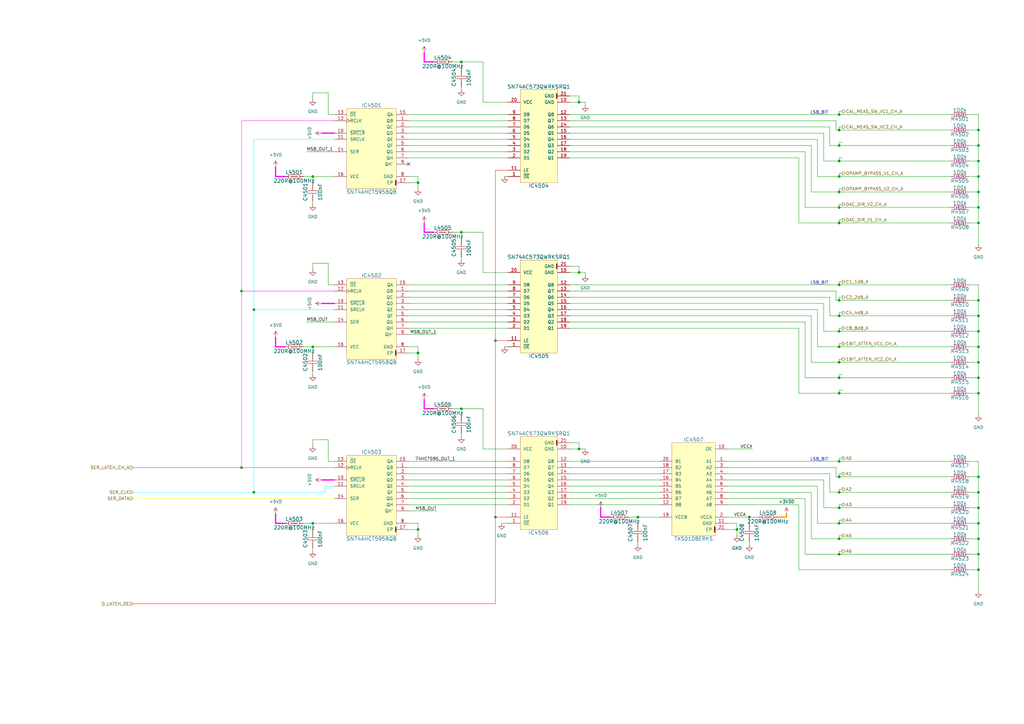
<source format=kicad_sch>
(kicad_sch (version 20250114) (generator "eeschema") (generator_version "9.0")
  (paper "A3")
  (title_block (date "2025-04-16") (company "CERN") (comment 1 "Design by A. Jevtic"))
  (text "LSB_BIT" (at 336.042 46.228 0) (effects (font (size 1.27 1.27))))
  (text "LSB_BIT" (at 336.042 188.468 0) (effects (font (size 1.27 1.27))))
  (text "LSB_BIT" (at 336.042 116.078 0) (effects (font (size 1.27 1.27))))
  (junction (at 344.17 220.98))
  (junction (at 171.45 217.17))
  (junction (at 401.32 129.54))
  (junction (at 344.17 91.44))
  (junction (at 401.32 154.94))
  (junction (at 401.32 66.04))
  (junction (at 237.49 184.15))
  (junction (at 128.27 142.24))
  (junction (at 344.17 227.33))
  (junction (at 344.17 201.93))
  (junction (at 344.17 72.39))
  (junction (at 203.2 212.09))
  (junction (at 344.17 46.99))
  (junction (at 344.17 123.19))
  (junction (at 171.45 74.93))
  (junction (at 302.26 217.17))
  (junction (at 401.32 201.93))
  (junction (at 401.32 220.98))
  (junction (at 344.17 189.23))
  (junction (at 237.49 111.76))
  (junction (at 401.32 123.19))
  (junction (at 401.32 208.28))
  (junction (at 344.17 53.34))
  (junction (at 344.17 208.28))
  (junction (at 344.17 129.54))
  (junction (at 344.17 85.09))
  (junction (at 401.32 85.09))
  (junction (at 237.49 41.91))
  (junction (at 171.45 144.78))
  (junction (at 261.62 212.09))
  (junction (at 401.32 195.58))
  (junction (at 189.23 95.25))
  (junction (at 401.32 148.59))
  (junction (at 307.34 212.09))
  (junction (at 104.14 201.93))
  (junction (at 128.27 214.63))
  (junction (at 344.17 148.59))
  (junction (at 99.06 191.77))
  (junction (at 401.32 135.89))
  (junction (at 401.32 233.68))
  (junction (at 344.17 161.29))
  (junction (at 401.32 59.69))
  (junction (at 203.2 139.7))
  (junction (at 344.17 214.63))
  (junction (at 189.23 167.64))
  (junction (at 344.17 116.84))
  (junction (at 99.06 119.38))
  (junction (at 401.32 227.33))
  (junction (at 401.32 161.29))
  (junction (at 128.27 72.39))
  (junction (at 401.32 78.74))
  (junction (at 344.17 195.58))
  (junction (at 344.17 154.94))
  (junction (at 344.17 78.74))
  (junction (at 344.17 66.04))
  (junction (at 401.32 53.34))
  (junction (at 104.14 127))
  (junction (at 401.32 91.44))
  (junction (at 401.32 214.63))
  (junction (at 401.32 142.24))
  (junction (at 189.23 25.4))
  (junction (at 344.17 59.69))
  (junction (at 344.17 135.89))
  (junction (at 344.17 142.24))
  (junction (at 401.32 72.39))
  (no_connect (at 167.64 67.31))
  (wire (pts (xy 128.27 214.63) (xy 128.27 217.17)))
  (wire (pts (xy 327.66 233.68) (xy 389.89 233.68)))
  (wire (pts (xy 332.74 59.69) (xy 332.74 78.74)))
  (wire (pts (xy 330.2 154.94) (xy 344.17 154.94)))
  (wire (pts (xy 344.17 90.17) (xy 345.44 90.17)))
  (wire (pts (xy 167.64 52.07) (xy 208.28 52.07)))
  (wire (pts (xy 237.49 109.22) (xy 237.49 111.76)))
  (wire (pts (xy 340.36 121.92) (xy 340.36 129.54)))
  (wire (pts (xy 330.2 204.47) (xy 330.2 227.33)))
  (wire (pts (xy 337.82 135.89) (xy 344.17 135.89)))
  (wire (pts (xy 401.32 46.99) (xy 401.32 53.34)))
  (wire (pts (xy 397.51 142.24) (xy 401.32 142.24)))
  (wire (pts (xy 345.44 147.32) (xy 344.17 147.32)))
  (wire (pts (xy 167.64 54.61) (xy 208.28 54.61)))
  (wire (pts (xy 198.12 25.4) (xy 198.12 41.91)))
  (wire (pts (xy 233.68 62.23) (xy 330.2 62.23)))
  (wire (pts (xy 340.36 194.31) (xy 340.36 201.93)))
  (wire (pts (xy 173.99 95.25) (xy 177.8 95.25)) (stroke (width 0.508) (color 255 0 255 1)))
  (wire (pts (xy 189.23 105.41) (xy 189.23 106.68)))
  (wire (pts (xy 344.17 90.17) (xy 344.17 91.44)))
  (wire (pts (xy 344.17 201.93) (xy 389.89 201.93)))
  (wire (pts (xy 233.68 181.61) (xy 237.49 181.61)))
  (wire (pts (xy 397.51 91.44) (xy 401.32 91.44)))
  (wire (pts (xy 113.03 142.24) (xy 116.84 142.24)) (stroke (width 0.508) (color 255 0 255 1)))
  (wire (pts (xy 332.74 201.93) (xy 332.74 220.98)))
  (wire (pts (xy 401.32 116.84) (xy 401.32 123.19)))
  (wire (pts (xy 171.45 214.63) (xy 171.45 217.17)))
  (wire (pts (xy 240.03 41.91) (xy 240.03 43.18)))
  (wire (pts (xy 233.68 134.62) (xy 327.66 134.62)))
  (wire (pts (xy 332.74 220.98) (xy 344.17 220.98)))
  (wire (pts (xy 113.03 214.63) (xy 116.84 214.63)) (stroke (width 0.508) (color 255 0 255 1)))
  (wire (pts (xy 344.17 85.09) (xy 389.89 85.09)))
  (wire (pts (xy 167.64 116.84) (xy 208.28 116.84)))
  (wire (pts (xy 401.32 227.33) (xy 401.32 233.68)))
  (wire (pts (xy 233.68 189.23) (xy 270.51 189.23)))
  (wire (pts (xy 401.32 142.24) (xy 401.32 148.59)))
  (wire (pts (xy 171.45 74.93) (xy 171.45 77.47)))
  (wire (pts (xy 54.61 204.47) (xy 137.16 204.47)) (stroke (width 0) (color 255 255 0 1)))
  (wire (pts (xy 298.45 207.01) (xy 327.66 207.01)))
  (wire (pts (xy 233.68 116.84) (xy 344.17 116.84)))
  (wire (pts (xy 128.27 72.39) (xy 137.16 72.39)))
  (wire (pts (xy 233.68 41.91) (xy 237.49 41.91)))
  (wire (pts (xy 207.01 142.24) (xy 208.28 142.24)))
  (wire (pts (xy 340.36 129.54) (xy 344.17 129.54)))
  (wire (pts (xy 298.45 191.77) (xy 342.9 191.77)))
  (wire (pts (xy 128.27 72.39) (xy 128.27 74.93)))
  (wire (pts (xy 298.45 184.15) (xy 308.61 184.15)))
  (wire (pts (xy 344.17 72.39) (xy 389.89 72.39)))
  (wire (pts (xy 344.17 66.04) (xy 389.89 66.04)))
  (wire (pts (xy 113.03 72.39) (xy 116.84 72.39)) (stroke (width 0.508) (color 255 0 255 1)))
  (wire (pts (xy 132.08 54.61) (xy 137.16 54.61)) (stroke (width 0.508) (color 255 0 255 1)))
  (wire (pts (xy 397.51 208.28) (xy 401.32 208.28)))
  (wire (pts (xy 335.28 214.63) (xy 344.17 214.63)))
  (wire (pts (xy 240.03 184.15) (xy 237.49 184.15)))
  (wire (pts (xy 173.99 21.59) (xy 173.99 25.4)) (stroke (width 0.508) (color 255 0 255 1)))
  (wire (pts (xy 345.44 213.36) (xy 344.17 213.36)))
  (wire (pts (xy 233.68 194.31) (xy 270.51 194.31)))
  (wire (pts (xy 344.17 71.12) (xy 344.17 72.39)))
  (wire (pts (xy 185.42 25.4) (xy 189.23 25.4)))
  (wire (pts (xy 167.64 46.99) (xy 208.28 46.99)))
  (wire (pts (xy 311.15 212.09) (xy 307.34 212.09)))
  (wire (pts (xy 397.51 53.34) (xy 401.32 53.34)))
  (wire (pts (xy 261.62 222.25) (xy 261.62 223.52)))
  (wire (pts (xy 344.17 147.32) (xy 344.17 148.59)))
  (wire (pts (xy 246.38 212.09) (xy 250.19 212.09)) (stroke (width 0.508) (color 255 0 255 1)))
  (wire (pts (xy 401.32 59.69) (xy 401.32 66.04)))
  (wire (pts (xy 167.64 217.17) (xy 171.45 217.17)))
  (wire (pts (xy 340.36 59.69) (xy 344.17 59.69)))
  (wire (pts (xy 167.64 142.24) (xy 171.45 142.24)))
  (wire (pts (xy 401.32 208.28) (xy 401.32 214.63)))
  (wire (pts (xy 173.99 91.44) (xy 173.99 95.25)) (stroke (width 0.508) (color 255 0 255 1)))
  (wire (pts (xy 345.44 134.62) (xy 344.17 134.62)))
  (wire (pts (xy 128.27 142.24) (xy 128.27 144.78)))
  (wire (pts (xy 397.51 116.84) (xy 401.32 116.84)))
  (wire (pts (xy 342.9 53.34) (xy 344.17 53.34)))
  (wire (pts (xy 203.2 139.7) (xy 208.28 139.7)) (stroke (width 0) (color 255 0 0 1)))
  (wire (pts (xy 167.64 199.39) (xy 208.28 199.39)))
  (wire (pts (xy 233.68 111.76) (xy 237.49 111.76)))
  (wire (pts (xy 401.32 91.44) (xy 401.32 100.33)))
  (wire (pts (xy 397.51 129.54) (xy 401.32 129.54)))
  (wire (pts (xy 397.51 214.63) (xy 401.32 214.63)))
  (wire (pts (xy 342.9 191.77) (xy 342.9 195.58)))
  (wire (pts (xy 233.68 109.22) (xy 237.49 109.22)))
  (wire (pts (xy 189.23 25.4) (xy 198.12 25.4)))
  (wire (pts (xy 167.64 189.23) (xy 208.28 189.23)))
  (wire (pts (xy 335.28 142.24) (xy 344.17 142.24)))
  (wire (pts (xy 137.16 189.23) (xy 134.62 189.23)))
  (wire (pts (xy 401.32 85.09) (xy 401.32 91.44)))
  (wire (pts (xy 240.03 41.91) (xy 237.49 41.91)))
  (wire (pts (xy 167.64 207.01) (xy 208.28 207.01)))
  (wire (pts (xy 198.12 111.76) (xy 208.28 111.76)))
  (wire (pts (xy 233.68 49.53) (xy 342.9 49.53)))
  (wire (pts (xy 307.34 212.09) (xy 298.45 212.09)))
  (wire (pts (xy 198.12 95.25) (xy 198.12 111.76)))
  (wire (pts (xy 327.66 207.01) (xy 327.66 233.68)))
  (wire (pts (xy 335.28 57.15) (xy 335.28 72.39)))
  (wire (pts (xy 401.32 189.23) (xy 401.32 195.58)))
  (wire (pts (xy 344.17 161.29) (xy 389.89 161.29)))
  (wire (pts (xy 327.66 91.44) (xy 344.17 91.44)))
  (wire (pts (xy 133.35 201.93) (xy 133.35 199.39)) (stroke (width 0) (color 0 255 255 1)))
  (wire (pts (xy 342.9 123.19) (xy 344.17 123.19)))
  (wire (pts (xy 167.64 72.39) (xy 171.45 72.39)))
  (wire (pts (xy 134.62 116.84) (xy 134.62 107.95)))
  (wire (pts (xy 237.49 181.61) (xy 237.49 184.15)))
  (wire (pts (xy 104.14 57.15) (xy 104.14 127)) (stroke (width 0) (color 0 255 255 1)))
  (wire (pts (xy 344.17 115.57) (xy 344.17 116.84)))
  (wire (pts (xy 340.36 201.93) (xy 344.17 201.93)))
  (wire (pts (xy 128.27 152.4) (xy 128.27 153.67)))
  (wire (pts (xy 207.01 72.39) (xy 208.28 72.39)))
  (wire (pts (xy 397.51 72.39) (xy 401.32 72.39)))
  (wire (pts (xy 344.17 134.62) (xy 344.17 135.89)))
  (wire (pts (xy 401.32 72.39) (xy 401.32 78.74)))
  (wire (pts (xy 167.64 137.16) (xy 179.07 137.16)))
  (wire (pts (xy 298.45 204.47) (xy 330.2 204.47)))
  (wire (pts (xy 167.64 62.23) (xy 208.28 62.23)))
  (wire (pts (xy 337.82 208.28) (xy 344.17 208.28)))
  (wire (pts (xy 233.68 54.61) (xy 337.82 54.61)))
  (wire (pts (xy 332.74 148.59) (xy 344.17 148.59)))
  (wire (pts (xy 344.17 123.19) (xy 389.89 123.19)))
  (wire (pts (xy 171.45 144.78) (xy 171.45 147.32)))
  (wire (pts (xy 344.17 226.06) (xy 344.17 227.33)))
  (wire (pts (xy 397.51 148.59) (xy 401.32 148.59)))
  (wire (pts (xy 137.16 132.08) (xy 125.73 132.08)))
  (wire (pts (xy 173.99 25.4) (xy 177.8 25.4)) (stroke (width 0.508) (color 255 0 255 1)))
  (wire (pts (xy 233.68 191.77) (xy 270.51 191.77)))
  (wire (pts (xy 233.68 46.99) (xy 344.17 46.99)))
  (wire (pts (xy 189.23 95.25) (xy 198.12 95.25)))
  (wire (pts (xy 344.17 135.89) (xy 389.89 135.89)))
  (wire (pts (xy 298.45 214.63) (xy 302.26 214.63)))
  (wire (pts (xy 233.68 57.15) (xy 335.28 57.15)))
  (wire (pts (xy 344.17 59.69) (xy 389.89 59.69)))
  (wire (pts (xy 167.64 196.85) (xy 208.28 196.85)))
  (wire (pts (xy 137.16 46.99) (xy 134.62 46.99)))
  (wire (pts (xy 344.17 52.07) (xy 345.44 52.07)))
  (wire (pts (xy 344.17 46.99) (xy 389.89 46.99)))
  (wire (pts (xy 322.58 210.82) (xy 322.58 212.09)) (stroke (width 0.508) (color 255 153 0 1)))
  (wire (pts (xy 240.03 111.76) (xy 237.49 111.76)))
  (wire (pts (xy 335.28 127) (xy 335.28 142.24)))
  (wire (pts (xy 344.17 129.54) (xy 389.89 129.54)))
  (wire (pts (xy 298.45 201.93) (xy 332.74 201.93)))
  (wire (pts (xy 345.44 71.12) (xy 344.17 71.12)))
  (wire (pts (xy 203.2 69.85) (xy 208.28 69.85)) (stroke (width 0) (color 255 0 0 1)))
  (wire (pts (xy 401.32 53.34) (xy 401.32 59.69)))
  (wire (pts (xy 167.64 209.55) (xy 179.07 209.55)))
  (wire (pts (xy 167.64 121.92) (xy 208.28 121.92)))
  (wire (pts (xy 233.68 199.39) (xy 270.51 199.39)))
  (wire (pts (xy 344.17 148.59) (xy 389.89 148.59)))
  (wire (pts (xy 345.44 64.77) (xy 344.17 64.77)))
  (wire (pts (xy 240.03 111.76) (xy 240.03 113.03)))
  (wire (pts (xy 401.32 233.68) (xy 401.32 242.57)))
  (wire (pts (xy 134.62 189.23) (xy 134.62 180.34)))
  (wire (pts (xy 171.45 217.17) (xy 171.45 219.71)))
  (wire (pts (xy 128.27 82.55) (xy 128.27 83.82)))
  (wire (pts (xy 332.74 78.74) (xy 344.17 78.74)))
  (wire (pts (xy 345.44 153.67) (xy 344.17 153.67)))
  (wire (pts (xy 167.64 127) (xy 208.28 127)))
  (wire (pts (xy 233.68 52.07) (xy 340.36 52.07)))
  (wire (pts (xy 167.64 124.46) (xy 208.28 124.46)))
  (wire (pts (xy 233.68 121.92) (xy 340.36 121.92)))
  (wire (pts (xy 344.17 115.57) (xy 345.44 115.57)))
  (wire (pts (xy 167.64 194.31) (xy 208.28 194.31)))
  (wire (pts (xy 128.27 107.95) (xy 128.27 110.49)))
  (wire (pts (xy 167.64 129.54) (xy 208.28 129.54)))
  (wire (pts (xy 401.32 129.54) (xy 401.32 135.89)))
  (wire (pts (xy 298.45 217.17) (xy 302.26 217.17)))
  (wire (pts (xy 233.68 129.54) (xy 332.74 129.54)))
  (wire (pts (xy 133.35 199.39) (xy 137.16 199.39)) (stroke (width 0) (color 0 255 255 1)))
  (wire (pts (xy 128.27 214.63) (xy 137.16 214.63)))
  (wire (pts (xy 298.45 196.85) (xy 337.82 196.85)))
  (wire (pts (xy 345.44 45.72) (xy 344.17 45.72)))
  (wire (pts (xy 198.12 41.91) (xy 208.28 41.91)))
  (wire (pts (xy 167.64 119.38) (xy 208.28 119.38)))
  (wire (pts (xy 322.58 212.09) (xy 318.77 212.09)) (stroke (width 0.508) (color 255 153 0 1)))
  (wire (pts (xy 137.16 62.23) (xy 125.73 62.23)))
  (wire (pts (xy 257.81 212.09) (xy 261.62 212.09)))
  (wire (pts (xy 401.32 220.98) (xy 401.32 227.33)))
  (wire (pts (xy 128.27 180.34) (xy 128.27 182.88)))
  (wire (pts (xy 261.62 212.09) (xy 270.51 212.09)))
  (wire (pts (xy 189.23 167.64) (xy 198.12 167.64)))
  (wire (pts (xy 340.36 52.07) (xy 340.36 59.69)))
  (wire (pts (xy 330.2 227.33) (xy 344.17 227.33)))
  (wire (pts (xy 401.32 195.58) (xy 401.32 201.93)))
  (wire (pts (xy 344.17 187.96) (xy 344.17 189.23)))
  (wire (pts (xy 54.61 247.65) (xy 203.2 247.65)) (stroke (width 0) (color 255 0 0 1)))
  (wire (pts (xy 203.2 212.09) (xy 203.2 247.65)) (stroke (width 0) (color 255 0 0 1)))
  (wire (pts (xy 173.99 163.83) (xy 173.99 167.64)) (stroke (width 0.508) (color 255 0 255 1)))
  (wire (pts (xy 342.9 49.53) (xy 342.9 53.34)))
  (wire (pts (xy 344.17 194.31) (xy 345.44 194.31)))
  (wire (pts (xy 337.82 196.85) (xy 337.82 208.28)))
  (wire (pts (xy 189.23 177.8) (xy 189.23 179.07)))
  (wire (pts (xy 401.32 66.04) (xy 401.32 72.39)))
  (wire (pts (xy 298.45 199.39) (xy 335.28 199.39)))
  (wire (pts (xy 397.51 135.89) (xy 401.32 135.89)))
  (wire (pts (xy 132.08 196.85) (xy 137.16 196.85)) (stroke (width 0.508) (color 255 0 255 1)))
  (wire (pts (xy 298.45 189.23) (xy 344.17 189.23)))
  (wire (pts (xy 344.17 207.01) (xy 344.17 208.28)))
  (wire (pts (xy 344.17 77.47) (xy 344.17 78.74)))
  (wire (pts (xy 397.51 201.93) (xy 401.32 201.93)))
  (wire (pts (xy 189.23 35.56) (xy 189.23 36.83)))
  (wire (pts (xy 132.08 124.46) (xy 137.16 124.46)) (stroke (width 0.508) (color 255 0 255 1)))
  (wire (pts (xy 344.17 195.58) (xy 389.89 195.58)))
  (wire (pts (xy 134.62 180.34) (xy 128.27 180.34)))
  (wire (pts (xy 342.9 119.38) (xy 342.9 123.19)))
  (wire (pts (xy 173.99 167.64) (xy 177.8 167.64)) (stroke (width 0.508) (color 255 0 255 1)))
  (wire (pts (xy 344.17 64.77) (xy 344.17 66.04)))
  (wire (pts (xy 335.28 199.39) (xy 335.28 214.63)))
  (wire (pts (xy 344.17 142.24) (xy 389.89 142.24)))
  (wire (pts (xy 344.17 52.07) (xy 344.17 53.34)))
  (wire (pts (xy 397.51 59.69) (xy 401.32 59.69)))
  (wire (pts (xy 167.64 132.08) (xy 208.28 132.08)))
  (wire (pts (xy 171.45 142.24) (xy 171.45 144.78)))
  (wire (pts (xy 104.14 127) (xy 104.14 201.93)) (stroke (width 0) (color 0 255 255 1)))
  (wire (pts (xy 401.32 214.63) (xy 401.32 220.98)))
  (wire (pts (xy 345.44 58.42) (xy 344.17 58.42)))
  (wire (pts (xy 344.17 220.98) (xy 389.89 220.98)))
  (wire (pts (xy 99.06 119.38) (xy 137.16 119.38)) (stroke (width 0) (color 255 0 255 1)))
  (wire (pts (xy 113.03 138.43) (xy 113.03 142.24)) (stroke (width 0.508) (color 255 0 255 1)))
  (wire (pts (xy 397.51 220.98) (xy 401.32 220.98)))
  (wire (pts (xy 344.17 58.42) (xy 344.17 59.69)))
  (wire (pts (xy 185.42 167.64) (xy 189.23 167.64)))
  (wire (pts (xy 344.17 153.67) (xy 344.17 154.94)))
  (wire (pts (xy 345.44 77.47) (xy 344.17 77.47)))
  (wire (pts (xy 344.17 45.72) (xy 344.17 46.99)))
  (wire (pts (xy 233.68 64.77) (xy 327.66 64.77)))
  (wire (pts (xy 246.38 208.28) (xy 246.38 212.09)) (stroke (width 0.508) (color 255 0 255 1)))
  (wire (pts (xy 327.66 161.29) (xy 344.17 161.29)))
  (wire (pts (xy 261.62 212.09) (xy 261.62 214.63)))
  (wire (pts (xy 205.74 214.63) (xy 208.28 214.63)))
  (wire (pts (xy 302.26 214.63) (xy 302.26 217.17)))
  (wire (pts (xy 233.68 204.47) (xy 270.51 204.47)))
  (wire (pts (xy 345.44 219.71) (xy 344.17 219.71)))
  (wire (pts (xy 189.23 95.25) (xy 189.23 97.79)))
  (wire (pts (xy 335.28 72.39) (xy 344.17 72.39)))
  (wire (pts (xy 344.17 219.71) (xy 344.17 220.98)))
  (wire (pts (xy 203.2 69.85) (xy 203.2 139.7)) (stroke (width 0) (color 255 0 0 1)))
  (wire (pts (xy 167.64 144.78) (xy 171.45 144.78)))
  (wire (pts (xy 397.51 46.99) (xy 401.32 46.99)))
  (wire (pts (xy 345.44 207.01) (xy 344.17 207.01)))
  (wire (pts (xy 124.46 72.39) (xy 128.27 72.39)))
  (wire (pts (xy 99.06 49.53) (xy 99.06 119.38)) (stroke (width 0) (color 255 0 255 1)))
  (wire (pts (xy 401.32 161.29) (xy 401.32 170.18)))
  (wire (pts (xy 397.51 189.23) (xy 401.32 189.23)))
  (wire (pts (xy 344.17 121.92) (xy 344.17 123.19)))
  (wire (pts (xy 332.74 129.54) (xy 332.74 148.59)))
  (wire (pts (xy 344.17 227.33) (xy 389.89 227.33)))
  (wire (pts (xy 99.06 191.77) (xy 99.06 119.38)) (stroke (width 0) (color 255 0 255 1)))
  (wire (pts (xy 345.44 83.82) (xy 344.17 83.82)))
  (wire (pts (xy 233.68 39.37) (xy 237.49 39.37)))
  (wire (pts (xy 344.17 194.31) (xy 344.17 195.58)))
  (wire (pts (xy 344.17 213.36) (xy 344.17 214.63)))
  (wire (pts (xy 104.14 127) (xy 137.16 127)) (stroke (width 0) (color 0 255 255 1)))
  (wire (pts (xy 330.2 62.23) (xy 330.2 85.09)))
  (wire (pts (xy 401.32 154.94) (xy 401.32 161.29)))
  (wire (pts (xy 307.34 222.25) (xy 307.34 223.52)))
  (wire (pts (xy 167.64 64.77) (xy 208.28 64.77)))
  (wire (pts (xy 233.68 184.15) (xy 237.49 184.15)))
  (wire (pts (xy 344.17 116.84) (xy 389.89 116.84)))
  (wire (pts (xy 397.51 161.29) (xy 401.32 161.29)))
  (wire (pts (xy 167.64 134.62) (xy 208.28 134.62)))
  (wire (pts (xy 189.23 25.4) (xy 189.23 27.94)))
  (wire (pts (xy 344.17 160.02) (xy 344.17 161.29)))
  (wire (pts (xy 134.62 38.1) (xy 128.27 38.1)))
  (wire (pts (xy 124.46 214.63) (xy 128.27 214.63)))
  (wire (pts (xy 342.9 195.58) (xy 344.17 195.58)))
  (wire (pts (xy 344.17 208.28) (xy 389.89 208.28)))
  (wire (pts (xy 233.68 207.01) (xy 270.51 207.01)))
  (wire (pts (xy 397.51 227.33) (xy 401.32 227.33)))
  (wire (pts (xy 401.32 123.19) (xy 401.32 129.54)))
  (wire (pts (xy 344.17 83.82) (xy 344.17 85.09)))
  (wire (pts (xy 233.68 127) (xy 335.28 127)))
  (wire (pts (xy 345.44 160.02) (xy 344.17 160.02)))
  (wire (pts (xy 203.2 139.7) (xy 203.2 212.09)) (stroke (width 0) (color 255 0 0 1)))
  (wire (pts (xy 104.14 201.93) (xy 133.35 201.93)) (stroke (width 0) (color 0 255 255 1)))
  (wire (pts (xy 345.44 200.66) (xy 344.17 200.66)))
  (wire (pts (xy 54.61 191.77) (xy 99.06 191.77)) (stroke (width 0) (color 255 0 255 1)))
  (wire (pts (xy 397.51 233.68) (xy 401.32 233.68)))
  (wire (pts (xy 171.45 72.39) (xy 171.45 74.93)))
  (wire (pts (xy 233.68 201.93) (xy 270.51 201.93)))
  (wire (pts (xy 124.46 142.24) (xy 128.27 142.24)))
  (wire (pts (xy 167.64 74.93) (xy 171.45 74.93)))
  (wire (pts (xy 189.23 167.64) (xy 189.23 170.18)))
  (wire (pts (xy 167.64 49.53) (xy 208.28 49.53)))
  (wire (pts (xy 345.44 121.92) (xy 344.17 121.92)))
  (wire (pts (xy 128.27 38.1) (xy 128.27 40.64)))
  (wire (pts (xy 233.68 132.08) (xy 330.2 132.08)))
  (wire (pts (xy 327.66 134.62) (xy 327.66 161.29)))
  (wire (pts (xy 344.17 128.27) (xy 344.17 129.54)))
  (wire (pts (xy 397.51 123.19) (xy 401.32 123.19)))
  (wire (pts (xy 233.68 59.69) (xy 332.74 59.69)))
  (wire (pts (xy 344.17 140.97) (xy 344.17 142.24)))
  (wire (pts (xy 344.17 189.23) (xy 389.89 189.23)))
  (wire (pts (xy 344.17 200.66) (xy 344.17 201.93)))
  (wire (pts (xy 104.14 57.15) (xy 137.16 57.15)) (stroke (width 0) (color 0 255 255 1)))
  (wire (pts (xy 330.2 85.09) (xy 344.17 85.09)))
  (wire (pts (xy 345.44 187.96) (xy 344.17 187.96)))
  (wire (pts (xy 233.68 119.38) (xy 342.9 119.38)))
  (wire (pts (xy 337.82 66.04) (xy 344.17 66.04)))
  (wire (pts (xy 397.51 195.58) (xy 401.32 195.58)))
  (wire (pts (xy 137.16 116.84) (xy 134.62 116.84)))
  (wire (pts (xy 401.32 201.93) (xy 401.32 208.28)))
  (wire (pts (xy 167.64 59.69) (xy 208.28 59.69)))
  (wire (pts (xy 113.03 68.58) (xy 113.03 72.39)) (stroke (width 0.508) (color 255 0 255 1)))
  (wire (pts (xy 330.2 132.08) (xy 330.2 154.94)))
  (wire (pts (xy 198.12 184.15) (xy 208.28 184.15)))
  (wire (pts (xy 344.17 78.74) (xy 389.89 78.74)))
  (wire (pts (xy 233.68 196.85) (xy 270.51 196.85)))
  (wire (pts (xy 401.32 135.89) (xy 401.32 142.24)))
  (wire (pts (xy 345.44 140.97) (xy 344.17 140.97)))
  (wire (pts (xy 203.2 212.09) (xy 208.28 212.09)) (stroke (width 0) (color 255 0 0 1)))
  (wire (pts (xy 401.32 78.74) (xy 401.32 85.09)))
  (wire (pts (xy 128.27 224.79) (xy 128.27 226.06)))
  (wire (pts (xy 344.17 214.63) (xy 389.89 214.63)))
  (wire (pts (xy 397.51 154.94) (xy 401.32 154.94)))
  (wire (pts (xy 345.44 226.06) (xy 344.17 226.06)))
  (wire (pts (xy 134.62 46.99) (xy 134.62 38.1)))
  (wire (pts (xy 54.61 201.93) (xy 104.14 201.93)) (stroke (width 0) (color 0 255 255 1)))
  (wire (pts (xy 198.12 167.64) (xy 198.12 184.15)))
  (wire (pts (xy 167.64 204.47) (xy 208.28 204.47)))
  (wire (pts (xy 237.49 39.37) (xy 237.49 41.91)))
  (wire (pts (xy 401.32 148.59) (xy 401.32 154.94)))
  (wire (pts (xy 185.42 95.25) (xy 189.23 95.25)))
  (wire (pts (xy 167.64 214.63) (xy 171.45 214.63)))
  (wire (pts (xy 344.17 91.44) (xy 389.89 91.44)))
  (wire (pts (xy 113.03 210.82) (xy 113.03 214.63)) (stroke (width 0.508) (color 255 0 255 1)))
  (wire (pts (xy 307.34 212.09) (xy 307.34 214.63)))
  (wire (pts (xy 167.64 191.77) (xy 208.28 191.77)))
  (wire (pts (xy 99.06 191.77) (xy 137.16 191.77)) (stroke (width 0) (color 255 0 255 1)))
  (wire (pts (xy 344.17 128.27) (xy 345.44 128.27)))
  (wire (pts (xy 337.82 124.46) (xy 337.82 135.89)))
  (wire (pts (xy 397.51 78.74) (xy 401.32 78.74)))
  (wire (pts (xy 397.51 85.09) (xy 401.32 85.09)))
  (wire (pts (xy 298.45 194.31) (xy 340.36 194.31)))
  (wire (pts (xy 344.17 53.34) (xy 389.89 53.34)))
  (wire (pts (xy 327.66 64.77) (xy 327.66 91.44)))
  (wire (pts (xy 344.17 154.94) (xy 389.89 154.94)))
  (wire (pts (xy 99.06 49.53) (xy 137.16 49.53)) (stroke (width 0) (color 255 0 255 1)))
  (wire (pts (xy 233.68 124.46) (xy 337.82 124.46)))
  (wire (pts (xy 128.27 142.24) (xy 137.16 142.24)))
  (wire (pts (xy 302.26 217.17) (xy 302.26 219.71)))
  (wire (pts (xy 167.64 57.15) (xy 208.28 57.15)))
  (wire (pts (xy 134.62 107.95) (xy 128.27 107.95)))
  (wire (pts (xy 167.64 201.93) (xy 208.28 201.93)))
  (wire (pts (xy 397.51 66.04) (xy 401.32 66.04)))
  (wire (pts (xy 337.82 54.61) (xy 337.82 66.04)))
  (label "VCCA" (at 308.61 184.15 180))
  (label "74HCT595_OUT_1" (at 170.18 189.23 0))
  (label "VCCA" (at 300.99 212.09 0))
  (label "MSB_OUT_1" (at 179.07 137.16 180))
  (label "MSB_OUT" (at 179.07 209.55 180))
  (label "MSB_OUT" (at 125.73 132.08 0))
  (label "MSB_OUT_1" (at 125.73 62.23 0))
  (hierarchical_label "1BIT_ATTEN_VC2_CH_A" (shape output) (at 345.44 147.32 0))
  (hierarchical_label "DAC_DIR_V1_CH_A" (shape output) (at 345.44 90.17 0))
  (hierarchical_label "SER_CLK" (shape input) (at 54.61 201.93 180))
  (hierarchical_label "A0" (shape output) (at 345.44 187.96 0))
  (hierarchical_label "1BIT_ATTEN_VC1_CH_A" (shape output) (at 345.44 140.97 0))
  (hierarchical_label "A6" (shape output) (at 345.44 226.06 0))
  (hierarchical_label "A3" (shape output) (at 345.44 207.01 0))
  (hierarchical_label "A1" (shape output) (at 345.44 194.31 0))
  (hierarchical_label "C8_8dB_A" (shape output) (at 345.44 134.62 0))
  (hierarchical_label "DAC_DIR_V2_CH_A" (shape output) (at 345.44 83.82 0))
  (hierarchical_label "C2_2dB_A" (shape output) (at 345.44 121.92 0))
  (hierarchical_label "A2" (shape output) (at 345.44 200.66 0))
  (hierarchical_label "C1_1dB_A" (shape output) (at 345.44 115.57 0))
  (hierarchical_label "CAL_MEAS_SW_VC2_CH_A" (shape output) (at 345.44 52.07 0))
  (hierarchical_label "A4" (shape output) (at 345.44 213.36 0))
  (hierarchical_label "OPAMP_BYPASS_V1_CH_A" (shape output) (at 345.44 71.12 0))
  (hierarchical_label "OPAMP_BYPASS_V2_CH_A" (shape output) (at 345.44 77.47 0))
  (hierarchical_label "C4_4dB_A" (shape output) (at 345.44 128.27 0))
  (hierarchical_label "D_LATCH_OE" (shape input) (at 54.61 247.65 180))
  (hierarchical_label "SER_DATA" (shape input) (at 54.61 204.47 180))
  (hierarchical_label "A5" (shape output) (at 345.44 219.71 0))
  (hierarchical_label "CAL_MEAS_SW_VC1_CH_A" (shape output) (at 345.44 45.72 0))
  (hierarchical_label "SER_LATCH_CH_A" (shape input) (at 54.61 191.77 180))
  (symbol (lib_id "power:+5VA") (at 173.99 163.83 0) (unit 1)
    (property "Reference" "#PWR01618" (effects (hide yes)))
    (property "Value" "+5VD" (at 173.99 158.75 0))
    (property "Description" "Power symbol creates a global label with name \"+5VA\"" (effects (hide yes)))
    (instances (project "8CH_Analog_Front_END" (path "" (reference "#PWR04518") (unit 1)) (path "" (reference "#PWR02118") (unit 1)) (path "" (reference "#PWR03418") (unit 1)) (path "" (reference "#PWR01618") (unit 1))))
  )
  (symbol (lib_id "power:+5VA") (at 113.03 68.58 0) (unit 1)
    (property "Reference" "#PWR01601" (effects (hide yes)))
    (property "Value" "+5VD" (at 113.03 63.5 0))
    (property "Description" "Power symbol creates a global label with name \"+5VA\"" (effects (hide yes)))
    (instances (project "8CH_Analog_Front_END" (path "" (reference "#PWR04501") (unit 1)) (path "" (reference "#PWR02101") (unit 1)) (path "" (reference "#PWR03401") (unit 1)) (path "" (reference "#PWR01601") (unit 1))))
  )
  (symbol (lib_id "CERN:Standard Logic/SN74AHCT595BQB") (at 142.24 114.3 0) (unit 1)
    (property "Reference" "IC1602" (at 152.4 113.03 0) (effects (font (size 1.524 1.524))))
    (property "Value" "${DEVICE}" (at 152.4 148.59 0) (effects (font (size 1.524 1.524))))
    (property "Footprint" "ICs And Semiconductors SMD:QFN50P250X350X80-17N-R110X210" (effects (hide yes)))
    (property "Datasheet" "${CERN_DATASHEET_DIR}\\SN74AHCT595.pdf" (effects (hide yes)))
    (property "Description" "8-Bit Shift Register with 3-State Output Registers" (effects (hide yes)))
    (property "Manufacturer" "TEXAS INSTRUMENTS" (effects (hide yes)))
    (property "Comment" "SN74AHCT595BQB" (effects (hide yes)))
    (property "Component Kind" "Standard" (effects (hide yes)))
    (property "Component Type" "Standard" (effects (hide yes)))
    (property "Device" "SN74AHCT595BQB" (effects (hide yes)))
    (property "PackageDescription" "QFN, 0.50mm Pitch, Rect.; 16 Pin, 2.50mm L X 3.50mm W X 0.80mm H Body (w/Thermal Tab 1.10 X 2.10mm),  IPC Medium Density" (effects (hide yes)))
    (property "Part Description" "8-Bit Shift Register with 3-State Output Registers" (effects (hide yes)))
    (property "Manufacturer Part Number" "SN74AHCT595BQB" (effects (hide yes)))
    (property "Pin Count" "16" (effects (hide yes)))
    (property "Case" "WQFN16" (effects (hide yes)))
    (property "Mounted" "Yes" (effects (hide yes)))
    (property "Socket" "No" (effects (hide yes)))
    (property "SMD" "Yes" (effects (hide yes)))
    (property "PressFit" "No" (effects (hide yes)))
    (property "Sense" "No" (effects (hide yes)))
    (property "Bonding" "No" (effects (hide yes)))
    (property "ComponentHeight" "1.2mm" (effects (hide yes)))
    (property "Author" "CERN DEM HF" (effects (hide yes)))
    (property "HelpURL" "\\\\cern.ch\\dfs\\Applications\\Altium\\Datasheets\\SN74AHCT595.pdf" (effects (hide yes)))
    (property "CreateDate" "2025-05-15 00:00:00 +0000" (effects (hide yes)))
    (property "LatestRevisionDate" "2025-05-15 00:00:00 +0000" (effects (hide yes)))
    (property "LibSymbol" "Standard Logic:74595_a" (effects (hide yes)))
    (property "LibFootprint" "ICs And Semiconductors SMD:QFN50P250X350X80-17N-R110X210" (effects (hide yes)))
    (property "Part Number" "SN74AHCT595BQB" (effects (hide yes)))
    (property "Database Name" "ICs And Semiconductors_Backup" (effects (hide yes)))
    (property "Database Table Name" "Standard Logic" (effects (hide yes)))
    (property "Part Number Nocolon" "SN74AHCT595BQB" (effects (hide yes)))
    (instances (project "8CH_Analog_Front_END" (path "" (reference "IC4502") (unit 1)) (path "" (reference "IC2102") (unit 1)) (path "" (reference "IC3402") (unit 1)) (path "" (reference "IC1602") (unit 1))))
  )
  (symbol (lib_id "CERN:Resistors SMD/R0402_10K_0.1%_0.063W_25PPM") (at 397.51 214.63 180) (unit 1)
    (property "Reference" "R1621" (at 393.7 216.408 0) (effects (font (size 1.524 1.524))))
    (property "Value" "100k" (at 393.7 212.852 0) (effects (font (size 1.524 1.524))))
    (property "Footprint" "Resistors SMD:RESC1005X35N" (effects (hide yes)))
    (property "Datasheet" "${CERN_DATASHEET_DIR}\\R0402_TYCO_CPF.pdf" (effects (hide yes)))
    (property "Description" "Thin Film Precision Resistor" (effects (hide yes)))
    (property "Tolerance" "±0.1%" (at 393.7 214.63 0) (effects (font (size 0.762 0.762))))
    (property "Manufacturer" "GENERIC" (effects (hide yes)))
    (property "Comment" "10k" (effects (hide yes)))
    (property "Component Kind" "Standard" (effects (hide yes)))
    (property "Component Type" "Standard" (effects (hide yes)))
    (property "Pin Count" "2" (effects (hide yes)))
    (property "Status" "Not Recommended" (effects (hide yes)))
    (property "Power" "0.063W" (effects (hide yes)))
    (property "TC" "±25ppm/°C" (effects (hide yes)))
    (property "Part Description" "Thin Film Precision Resistor" (effects (hide yes)))
    (property "Manufacturer Part Number" "R0402_10K_0.1%_0.063W_25PPM" (effects (hide yes)))
    (property "Case" "0402" (effects (hide yes)))
    (property "PressFit" "No" (effects (hide yes)))
    (property "Mounted" "Yes" (effects (hide yes)))
    (property "Sense" "No" (effects (hide yes)))
    (property "Socket" "No" (effects (hide yes)))
    (property "SMD" "Yes" (effects (hide yes)))
    (property "Manufacturer1 Example" "TE CONNECTIVITY" (effects (hide yes)))
    (property "Manufacturer1 Part Number" "CPF0402B10KE" (effects (hide yes)))
    (property "Manufacturer1 ComponentHeight" "0.35mm" (effects (hide yes)))
    (property "HelpURL" "\\\\cern.ch\\dfs\\Applications\\Altium\\Datasheets\\R0402_TYCO_CPF.pdf" (effects (hide yes)))
    (property "Author" "CERN DEM JMW" (effects (hide yes)))
    (property "CreateDate" "2015-09-22 00:00:00 +0000" (effects (hide yes)))
    (property "LatestRevisionDate" "2015-09-22 00:00:00 +0000" (effects (hide yes)))
    (property "LibSymbol" "Resistors:Resistor - 0.1%" (effects (hide yes)))
    (property "LibFootprint" "Resistors SMD:RESC1005X35N" (effects (hide yes)))
    (property "Part Number" "R0402_10K_0.1%_0.063W_25PPM" (effects (hide yes)))
    (property "Database Name" "Resistors" (effects (hide yes)))
    (property "Database Table Name" "Resistors SMD" (effects (hide yes)))
    (property "Part Number Nocolon" "R0402_10K_0.1%_0.063W_25PPM" (effects (hide yes)))
    (instances (project "8CH_Analog_Front_END" (path "" (reference "R4521") (unit 1)) (path "" (reference "R2121") (unit 1)) (path "" (reference "R3421") (unit 1)) (path "" (reference "R1621") (unit 1))))
  )
  (symbol (lib_id "CERN:Resistors SMD/R0402_10K_0.1%_0.063W_25PPM") (at 397.51 78.74 180) (unit 1)
    (property "Reference" "R1606" (at 393.7 80.518 0) (effects (font (size 1.524 1.524))))
    (property "Value" "100k" (at 393.7 76.962 0) (effects (font (size 1.524 1.524))))
    (property "Footprint" "Resistors SMD:RESC1005X35N" (effects (hide yes)))
    (property "Datasheet" "${CERN_DATASHEET_DIR}\\R0402_TYCO_CPF.pdf" (effects (hide yes)))
    (property "Description" "Thin Film Precision Resistor" (effects (hide yes)))
    (property "Tolerance" "±0.1%" (at 393.7 78.74 0) (effects (font (size 0.762 0.762))))
    (property "Manufacturer" "GENERIC" (effects (hide yes)))
    (property "Comment" "10k" (effects (hide yes)))
    (property "Component Kind" "Standard" (effects (hide yes)))
    (property "Component Type" "Standard" (effects (hide yes)))
    (property "Pin Count" "2" (effects (hide yes)))
    (property "Status" "Not Recommended" (effects (hide yes)))
    (property "Power" "0.063W" (effects (hide yes)))
    (property "TC" "±25ppm/°C" (effects (hide yes)))
    (property "Part Description" "Thin Film Precision Resistor" (effects (hide yes)))
    (property "Manufacturer Part Number" "R0402_10K_0.1%_0.063W_25PPM" (effects (hide yes)))
    (property "Case" "0402" (effects (hide yes)))
    (property "PressFit" "No" (effects (hide yes)))
    (property "Mounted" "Yes" (effects (hide yes)))
    (property "Sense" "No" (effects (hide yes)))
    (property "Socket" "No" (effects (hide yes)))
    (property "SMD" "Yes" (effects (hide yes)))
    (property "Manufacturer1 Example" "TE CONNECTIVITY" (effects (hide yes)))
    (property "Manufacturer1 Part Number" "CPF0402B10KE" (effects (hide yes)))
    (property "Manufacturer1 ComponentHeight" "0.35mm" (effects (hide yes)))
    (property "HelpURL" "\\\\cern.ch\\dfs\\Applications\\Altium\\Datasheets\\R0402_TYCO_CPF.pdf" (effects (hide yes)))
    (property "Author" "CERN DEM JMW" (effects (hide yes)))
    (property "CreateDate" "2015-09-22 00:00:00 +0000" (effects (hide yes)))
    (property "LatestRevisionDate" "2015-09-22 00:00:00 +0000" (effects (hide yes)))
    (property "LibSymbol" "Resistors:Resistor - 0.1%" (effects (hide yes)))
    (property "LibFootprint" "Resistors SMD:RESC1005X35N" (effects (hide yes)))
    (property "Part Number" "R0402_10K_0.1%_0.063W_25PPM" (effects (hide yes)))
    (property "Database Name" "Resistors" (effects (hide yes)))
    (property "Database Table Name" "Resistors SMD" (effects (hide yes)))
    (property "Part Number Nocolon" "R0402_10K_0.1%_0.063W_25PPM" (effects (hide yes)))
    (instances (project "8CH_Analog_Front_END" (path "" (reference "R4506") (unit 1)) (path "" (reference "R2106") (unit 1)) (path "" (reference "R3406") (unit 1)) (path "" (reference "R1606") (unit 1))))
  )
  (symbol (lib_id "power:GND") (at 171.45 219.71 0) (mirror y) (unit 1)
    (property "Reference" "#PWR01615" (effects (hide yes)))
    (property "Value" "GND" (at 171.45 224.79 0))
    (property "Description" "Power symbol creates a global label with name \"GND\" , ground" (effects (hide yes)))
    (instances (project "8CH_Analog_Front_END" (path "" (reference "#PWR04515") (unit 1)) (path "" (reference "#PWR02115") (unit 1)) (path "" (reference "#PWR03415") (unit 1)) (path "" (reference "#PWR01615") (unit 1))))
  )
  (symbol (lib_id "power:GND") (at 207.01 72.39 0) (mirror y) (unit 1)
    (property "Reference" "#PWR01623" (effects (hide yes)))
    (property "Value" "GND" (effects (hide yes)))
    (property "Description" "Power symbol creates a global label with name \"GND\" , ground" (effects (hide yes)))
    (instances (project "8CH_Analog_Front_END" (path "" (reference "#PWR04523") (unit 1)) (path "" (reference "#PWR02123") (unit 1)) (path "" (reference "#PWR03423") (unit 1)) (path "" (reference "#PWR01623") (unit 1))))
  )
  (symbol (lib_id "CERN:Inductors SMD/IND0603_MURATA_BLM18SG221TN1 [alt]") (at 185.42 167.64 0) (mirror y) (unit 1)
    (property "Reference" "L1606" (at 181.61 165.862 0) (effects (font (size 1.524 1.524))))
    (property "Value" "220R@100MHz" (at 181.61 169.418 0) (effects (font (size 1.524 1.524))))
    (property "Footprint" "Inductors SMD:INDC1608X95N" (effects (hide yes)))
    (property "Datasheet" "${CERN_DATASHEET_DIR}\\IND0603_MURATA_BLM18S.pdf" (effects (hide yes)))
    (property "Description" "SMD EMIFIL Suppression Chip Ferrite Bead" (effects (hide yes)))
    (property "Manufacturer" "MURATA" (effects (hide yes)))
    (property "Comment" "220R@100MHz" (effects (hide yes)))
    (property "Component Kind" "Standard" (effects (hide yes)))
    (property "Component Type" "Standard" (effects (hide yes)))
    (property "Pin Count" "2" (effects (hide yes)))
    (property "Power" "2.5A" (effects (hide yes)))
    (property "Resistance" "0.04R" (effects (hide yes)))
    (property "Tolerance" "±25%" (effects (hide yes)))
    (property "Part Description" "SMD EMIFIL Suppression Chip Ferrite Bead" (effects (hide yes)))
    (property "Manufacturer Part Number" "BLM18SG221TN1" (effects (hide yes)))
    (property "Case" "0603" (effects (hide yes)))
    (property "Mounted" "Yes" (effects (hide yes)))
    (property "Socket" "No" (effects (hide yes)))
    (property "SMD" "Yes" (effects (hide yes)))
    (property "Sense" "No" (effects (hide yes)))
    (property "ComponentHeight" "0.95mm" (effects (hide yes)))
    (property "HelpURL" "\\\\cern.ch\\dfs\\Applications\\Altium\\Datasheets\\IND0603_MURATA_BLM18S.pdf" (effects (hide yes)))
    (property "Author" "CERN DEM MR" (effects (hide yes)))
    (property "CreateDate" "2016-01-08 00:00:00 +0000" (effects (hide yes)))
    (property "LatestRevisionDate" "2018-10-25 00:00:00 +0000" (effects (hide yes)))
    (property "LibSymbol" "Inductors & Transformers:Ferrite Bead [alt]" (effects (hide yes)))
    (property "LibFootprint" "Inductors SMD:INDC1608X95N" (effects (hide yes)))
    (property "Part Number" "IND0603_MURATA_BLM18SG221TN1" (effects (hide yes)))
    (property "Database Name" "Inductors & Transformers" (effects (hide yes)))
    (property "Database Table Name" "Inductors SMD" (effects (hide yes)))
    (property "Part Number Nocolon" "IND0603_MURATA_BLM18SG221TN1 [alt]" (effects (hide yes)))
    (instances (project "8CH_Analog_Front_END" (path "" (reference "L4506") (unit 1)) (path "" (reference "L2106") (unit 1)) (path "" (reference "L3406") (unit 1)) (path "" (reference "L1606") (unit 1))))
  )
  (symbol (lib_id "CERN:Inductors SMD/IND0603_MURATA_BLM18SG221TN1 [alt]") (at 124.46 214.63 0) (mirror y) (unit 1)
    (property "Reference" "L1603" (at 120.65 212.852 0) (effects (font (size 1.524 1.524))))
    (property "Value" "220R@100MHz" (at 120.65 216.408 0) (effects (font (size 1.524 1.524))))
    (property "Footprint" "Inductors SMD:INDC1608X95N" (effects (hide yes)))
    (property "Datasheet" "${CERN_DATASHEET_DIR}\\IND0603_MURATA_BLM18S.pdf" (effects (hide yes)))
    (property "Description" "SMD EMIFIL Suppression Chip Ferrite Bead" (effects (hide yes)))
    (property "Manufacturer" "MURATA" (effects (hide yes)))
    (property "Comment" "220R@100MHz" (effects (hide yes)))
    (property "Component Kind" "Standard" (effects (hide yes)))
    (property "Component Type" "Standard" (effects (hide yes)))
    (property "Pin Count" "2" (effects (hide yes)))
    (property "Power" "2.5A" (effects (hide yes)))
    (property "Resistance" "0.04R" (effects (hide yes)))
    (property "Tolerance" "±25%" (effects (hide yes)))
    (property "Part Description" "SMD EMIFIL Suppression Chip Ferrite Bead" (effects (hide yes)))
    (property "Manufacturer Part Number" "BLM18SG221TN1" (effects (hide yes)))
    (property "Case" "0603" (effects (hide yes)))
    (property "Mounted" "Yes" (effects (hide yes)))
    (property "Socket" "No" (effects (hide yes)))
    (property "SMD" "Yes" (effects (hide yes)))
    (property "Sense" "No" (effects (hide yes)))
    (property "ComponentHeight" "0.95mm" (effects (hide yes)))
    (property "HelpURL" "\\\\cern.ch\\dfs\\Applications\\Altium\\Datasheets\\IND0603_MURATA_BLM18S.pdf" (effects (hide yes)))
    (property "Author" "CERN DEM MR" (effects (hide yes)))
    (property "CreateDate" "2016-01-08 00:00:00 +0000" (effects (hide yes)))
    (property "LatestRevisionDate" "2018-10-25 00:00:00 +0000" (effects (hide yes)))
    (property "LibSymbol" "Inductors & Transformers:Ferrite Bead [alt]" (effects (hide yes)))
    (property "LibFootprint" "Inductors SMD:INDC1608X95N" (effects (hide yes)))
    (property "Part Number" "IND0603_MURATA_BLM18SG221TN1" (effects (hide yes)))
    (property "Database Name" "Inductors & Transformers" (effects (hide yes)))
    (property "Database Table Name" "Inductors SMD" (effects (hide yes)))
    (property "Part Number Nocolon" "IND0603_MURATA_BLM18SG221TN1 [alt]" (effects (hide yes)))
    (instances (project "8CH_Analog_Front_END" (path "" (reference "L4503") (unit 1)) (path "" (reference "L2103") (unit 1)) (path "" (reference "L3403") (unit 1)) (path "" (reference "L1603") (unit 1))))
  )
  (symbol (lib_id "power:GND") (at 261.62 223.52 0) (mirror y) (unit 1)
    (property "Reference" "#PWR01629" (effects (hide yes)))
    (property "Value" "GND" (at 261.62 228.6 0))
    (property "Description" "Power symbol creates a global label with name \"GND\" , ground" (effects (hide yes)))
    (instances (project "8CH_Analog_Front_END" (path "" (reference "#PWR04529") (unit 1)) (path "" (reference "#PWR02129") (unit 1)) (path "" (reference "#PWR03429") (unit 1)) (path "" (reference "#PWR01629") (unit 1))))
  )
  (symbol (lib_id "power:+5VA") (at 132.08 124.46 90) (unit 1)
    (property "Reference" "#PWR01611" (effects (hide yes)))
    (property "Value" "+5VD" (at 127 124.46 0))
    (property "Description" "Power symbol creates a global label with name \"+5VA\"" (effects (hide yes)))
    (instances (project "8CH_Analog_Front_END" (path "" (reference "#PWR04511") (unit 1)) (path "" (reference "#PWR02111") (unit 1)) (path "" (reference "#PWR03411") (unit 1)) (path "" (reference "#PWR01611") (unit 1))))
  )
  (symbol (lib_id "CERN:Resistors SMD/R0402_10K_0.1%_0.063W_25PPM") (at 397.51 142.24 180) (unit 1)
    (property "Reference" "R1613" (at 393.7 144.018 0) (effects (font (size 1.524 1.524))))
    (property "Value" "100k" (at 393.7 140.462 0) (effects (font (size 1.524 1.524))))
    (property "Footprint" "Resistors SMD:RESC1005X35N" (effects (hide yes)))
    (property "Datasheet" "${CERN_DATASHEET_DIR}\\R0402_TYCO_CPF.pdf" (effects (hide yes)))
    (property "Description" "Thin Film Precision Resistor" (effects (hide yes)))
    (property "Tolerance" "±0.1%" (at 393.7 142.24 0) (effects (font (size 0.762 0.762))))
    (property "Manufacturer" "GENERIC" (effects (hide yes)))
    (property "Comment" "10k" (effects (hide yes)))
    (property "Component Kind" "Standard" (effects (hide yes)))
    (property "Component Type" "Standard" (effects (hide yes)))
    (property "Pin Count" "2" (effects (hide yes)))
    (property "Status" "Not Recommended" (effects (hide yes)))
    (property "Power" "0.063W" (effects (hide yes)))
    (property "TC" "±25ppm/°C" (effects (hide yes)))
    (property "Part Description" "Thin Film Precision Resistor" (effects (hide yes)))
    (property "Manufacturer Part Number" "R0402_10K_0.1%_0.063W_25PPM" (effects (hide yes)))
    (property "Case" "0402" (effects (hide yes)))
    (property "PressFit" "No" (effects (hide yes)))
    (property "Mounted" "Yes" (effects (hide yes)))
    (property "Sense" "No" (effects (hide yes)))
    (property "Socket" "No" (effects (hide yes)))
    (property "SMD" "Yes" (effects (hide yes)))
    (property "Manufacturer1 Example" "TE CONNECTIVITY" (effects (hide yes)))
    (property "Manufacturer1 Part Number" "CPF0402B10KE" (effects (hide yes)))
    (property "Manufacturer1 ComponentHeight" "0.35mm" (effects (hide yes)))
    (property "HelpURL" "\\\\cern.ch\\dfs\\Applications\\Altium\\Datasheets\\R0402_TYCO_CPF.pdf" (effects (hide yes)))
    (property "Author" "CERN DEM JMW" (effects (hide yes)))
    (property "CreateDate" "2015-09-22 00:00:00 +0000" (effects (hide yes)))
    (property "LatestRevisionDate" "2015-09-22 00:00:00 +0000" (effects (hide yes)))
    (property "LibSymbol" "Resistors:Resistor - 0.1%" (effects (hide yes)))
    (property "LibFootprint" "Resistors SMD:RESC1005X35N" (effects (hide yes)))
    (property "Part Number" "R0402_10K_0.1%_0.063W_25PPM" (effects (hide yes)))
    (property "Database Name" "Resistors" (effects (hide yes)))
    (property "Database Table Name" "Resistors SMD" (effects (hide yes)))
    (property "Part Number Nocolon" "R0402_10K_0.1%_0.063W_25PPM" (effects (hide yes)))
    (instances (project "8CH_Analog_Front_END" (path "" (reference "R4513") (unit 1)) (path "" (reference "R2113") (unit 1)) (path "" (reference "R3413") (unit 1)) (path "" (reference "R1613") (unit 1))))
  )
  (symbol (lib_id "power:GND") (at 189.23 179.07 0) (mirror y) (unit 1)
    (property "Reference" "#PWR01621" (effects (hide yes)))
    (property "Value" "GND" (at 189.23 184.15 0))
    (property "Description" "Power symbol creates a global label with name \"GND\" , ground" (effects (hide yes)))
    (instances (project "8CH_Analog_Front_END" (path "" (reference "#PWR04521") (unit 1)) (path "" (reference "#PWR02121") (unit 1)) (path "" (reference "#PWR03421") (unit 1)) (path "" (reference "#PWR01621") (unit 1))))
  )
  (symbol (lib_id "CERN:Capacitors SMD/CC0603_100NF_50V_10%_X7R") (at 189.23 177.8 90) (unit 1)
    (property "Reference" "C1606" (at 186.182 173.99 0) (effects (font (size 1.524 1.524))))
    (property "Value" "100nF" (at 192.278 173.99 0) (effects (font (size 1.524 1.524))))
    (property "Footprint" "Capacitors SMD:CAPC1608X87N" (effects (hide yes)))
    (property "Datasheet" "${CERN_DATASHEET_DIR}\\CC0603_X7R_PHYCOMP.pdf" (effects (hide yes)))
    (property "Description" "SMD Multilayer Chip Ceramic Capacitor" (effects (hide yes)))
    (property "Manufacturer" "GENERIC" (effects (hide yes)))
    (property "Part Number" "CC0603_100NF_50V_10%_X7R" (effects (hide yes)))
    (property "Comment" "100nF" (effects (hide yes)))
    (property "Component Kind" "Standard" (effects (hide yes)))
    (property "Component Type" "Standard" (effects (hide yes)))
    (property "Pin Count" "2" (effects (hide yes)))
    (property "Status" "Preferred" (effects (hide yes)))
    (property "Voltage" "50V" (effects (hide yes)))
    (property "TC" "X7R" (effects (hide yes)))
    (property "Tolerance" "±10%" (effects (hide yes)))
    (property "Part Description" "SMD Multilayer Chip Ceramic Capacitor" (effects (hide yes)))
    (property "Manufacturer Part Number" "CC0603_100NF_50V_10%_X7R" (effects (hide yes)))
    (property "Case" "0603" (effects (hide yes)))
    (property "Mounted" "Yes" (effects (hide yes)))
    (property "Socket" "No" (effects (hide yes)))
    (property "SMD" "Yes" (effects (hide yes)))
    (property "Sense" "No" (effects (hide yes)))
    (property "Manufacturer1 Example" "PHYCOMP" (effects (hide yes)))
    (property "Manufacturer1 Part Number" "223858615649" (effects (hide yes)))
    (property "Manufacturer1 ComponentHeight" "0.87mm" (effects (hide yes)))
    (property "HelpURL" "\\\\cern.ch\\dfs\\Applications\\Altium\\Datasheets\\CC0603_X7R_PHYCOMP.pdf" (effects (hide yes)))
    (property "Author" "CERN DEM JLC" (effects (hide yes)))
    (property "CreateDate" "2007-12-03 00:00:00 +0000" (effects (hide yes)))
    (property "LatestRevisionDate" "2007-12-03 00:00:00 +0000" (effects (hide yes)))
    (property "LibSymbol" "Capacitors:Capacitor - non polarized" (effects (hide yes)))
    (property "LibFootprint" "Capacitors SMD:CAPC1608X87N" (effects (hide yes)))
    (property "Database Name" "Capacitors" (effects (hide yes)))
    (property "Database Table Name" "Capacitors SMD" (effects (hide yes)))
    (property "Part Number Nocolon" "CC0603_100NF_50V_10%_X7R" (effects (hide yes)))
    (instances (project "8CH_Analog_Front_END" (path "" (reference "C4506") (unit 1)) (path "" (reference "C2106") (unit 1)) (path "" (reference "C3406") (unit 1)) (path "" (reference "C1606") (unit 1))))
  )
  (symbol (lib_id "CERN:Resistors SMD/R0402_10K_0.1%_0.063W_25PPM") (at 397.51 233.68 180) (unit 1)
    (property "Reference" "R1624" (at 393.7 235.458 0) (effects (font (size 1.524 1.524))))
    (property "Value" "100k" (at 393.7 231.902 0) (effects (font (size 1.524 1.524))))
    (property "Footprint" "Resistors SMD:RESC1005X35N" (effects (hide yes)))
    (property "Datasheet" "${CERN_DATASHEET_DIR}\\R0402_TYCO_CPF.pdf" (effects (hide yes)))
    (property "Description" "Thin Film Precision Resistor" (effects (hide yes)))
    (property "Tolerance" "±0.1%" (at 393.7 233.68 0) (effects (font (size 0.762 0.762))))
    (property "Manufacturer" "GENERIC" (effects (hide yes)))
    (property "Comment" "10k" (effects (hide yes)))
    (property "Component Kind" "Standard" (effects (hide yes)))
    (property "Component Type" "Standard" (effects (hide yes)))
    (property "Pin Count" "2" (effects (hide yes)))
    (property "Status" "Not Recommended" (effects (hide yes)))
    (property "Power" "0.063W" (effects (hide yes)))
    (property "TC" "±25ppm/°C" (effects (hide yes)))
    (property "Part Description" "Thin Film Precision Resistor" (effects (hide yes)))
    (property "Manufacturer Part Number" "R0402_10K_0.1%_0.063W_25PPM" (effects (hide yes)))
    (property "Case" "0402" (effects (hide yes)))
    (property "PressFit" "No" (effects (hide yes)))
    (property "Mounted" "Yes" (effects (hide yes)))
    (property "Sense" "No" (effects (hide yes)))
    (property "Socket" "No" (effects (hide yes)))
    (property "SMD" "Yes" (effects (hide yes)))
    (property "Manufacturer1 Example" "TE CONNECTIVITY" (effects (hide yes)))
    (property "Manufacturer1 Part Number" "CPF0402B10KE" (effects (hide yes)))
    (property "Manufacturer1 ComponentHeight" "0.35mm" (effects (hide yes)))
    (property "HelpURL" "\\\\cern.ch\\dfs\\Applications\\Altium\\Datasheets\\R0402_TYCO_CPF.pdf" (effects (hide yes)))
    (property "Author" "CERN DEM JMW" (effects (hide yes)))
    (property "CreateDate" "2015-09-22 00:00:00 +0000" (effects (hide yes)))
    (property "LatestRevisionDate" "2015-09-22 00:00:00 +0000" (effects (hide yes)))
    (property "LibSymbol" "Resistors:Resistor - 0.1%" (effects (hide yes)))
    (property "LibFootprint" "Resistors SMD:RESC1005X35N" (effects (hide yes)))
    (property "Part Number" "R0402_10K_0.1%_0.063W_25PPM" (effects (hide yes)))
    (property "Database Name" "Resistors" (effects (hide yes)))
    (property "Database Table Name" "Resistors SMD" (effects (hide yes)))
    (property "Part Number Nocolon" "R0402_10K_0.1%_0.063W_25PPM" (effects (hide yes)))
    (instances (project "8CH_Analog_Front_END" (path "" (reference "R4524") (unit 1)) (path "" (reference "R2124") (unit 1)) (path "" (reference "R3424") (unit 1)) (path "" (reference "R1624") (unit 1))))
  )
  (symbol (lib_id "power:GND") (at 128.27 83.82 0) (mirror y) (unit 1)
    (property "Reference" "#PWR01605" (effects (hide yes)))
    (property "Value" "GND" (at 128.27 88.9 0))
    (property "Description" "Power symbol creates a global label with name \"GND\" , ground" (effects (hide yes)))
    (instances (project "8CH_Analog_Front_END" (path "" (reference "#PWR04505") (unit 1)) (path "" (reference "#PWR02105") (unit 1)) (path "" (reference "#PWR03405") (unit 1)) (path "" (reference "#PWR01605") (unit 1))))
  )
  (symbol (lib_id "CERN:Resistors SMD/R0402_10K_0.1%_0.063W_25PPM") (at 397.51 189.23 180) (unit 1)
    (property "Reference" "R1617" (at 393.7 191.008 0) (effects (font (size 1.524 1.524))))
    (property "Value" "100k" (at 393.7 187.452 0) (effects (font (size 1.524 1.524))))
    (property "Footprint" "Resistors SMD:RESC1005X35N" (effects (hide yes)))
    (property "Datasheet" "${CERN_DATASHEET_DIR}\\R0402_TYCO_CPF.pdf" (effects (hide yes)))
    (property "Description" "Thin Film Precision Resistor" (effects (hide yes)))
    (property "Tolerance" "±0.1%" (at 393.7 189.23 0) (effects (font (size 0.762 0.762))))
    (property "Manufacturer" "GENERIC" (effects (hide yes)))
    (property "Comment" "10k" (effects (hide yes)))
    (property "Component Kind" "Standard" (effects (hide yes)))
    (property "Component Type" "Standard" (effects (hide yes)))
    (property "Pin Count" "2" (effects (hide yes)))
    (property "Status" "Not Recommended" (effects (hide yes)))
    (property "Power" "0.063W" (effects (hide yes)))
    (property "TC" "±25ppm/°C" (effects (hide yes)))
    (property "Part Description" "Thin Film Precision Resistor" (effects (hide yes)))
    (property "Manufacturer Part Number" "R0402_10K_0.1%_0.063W_25PPM" (effects (hide yes)))
    (property "Case" "0402" (effects (hide yes)))
    (property "PressFit" "No" (effects (hide yes)))
    (property "Mounted" "Yes" (effects (hide yes)))
    (property "Sense" "No" (effects (hide yes)))
    (property "Socket" "No" (effects (hide yes)))
    (property "SMD" "Yes" (effects (hide yes)))
    (property "Manufacturer1 Example" "TE CONNECTIVITY" (effects (hide yes)))
    (property "Manufacturer1 Part Number" "CPF0402B10KE" (effects (hide yes)))
    (property "Manufacturer1 ComponentHeight" "0.35mm" (effects (hide yes)))
    (property "HelpURL" "\\\\cern.ch\\dfs\\Applications\\Altium\\Datasheets\\R0402_TYCO_CPF.pdf" (effects (hide yes)))
    (property "Author" "CERN DEM JMW" (effects (hide yes)))
    (property "CreateDate" "2015-09-22 00:00:00 +0000" (effects (hide yes)))
    (property "LatestRevisionDate" "2015-09-22 00:00:00 +0000" (effects (hide yes)))
    (property "LibSymbol" "Resistors:Resistor - 0.1%" (effects (hide yes)))
    (property "LibFootprint" "Resistors SMD:RESC1005X35N" (effects (hide yes)))
    (property "Part Number" "R0402_10K_0.1%_0.063W_25PPM" (effects (hide yes)))
    (property "Database Name" "Resistors" (effects (hide yes)))
    (property "Database Table Name" "Resistors SMD" (effects (hide yes)))
    (property "Part Number Nocolon" "R0402_10K_0.1%_0.063W_25PPM" (effects (hide yes)))
    (instances (project "8CH_Analog_Front_END" (path "" (reference "R4517") (unit 1)) (path "" (reference "R2117") (unit 1)) (path "" (reference "R3417") (unit 1)) (path "" (reference "R1617") (unit 1))))
  )
  (symbol (lib_id "CERN:Inductors SMD/IND0603_MURATA_BLM18SG221TN1 [alt]") (at 257.81 212.09 0) (mirror y) (unit 1)
    (property "Reference" "L1607" (at 254 210.312 0) (effects (font (size 1.524 1.524))))
    (property "Value" "220R@100MHz" (at 254 213.868 0) (effects (font (size 1.524 1.524))))
    (property "Footprint" "Inductors SMD:INDC1608X95N" (effects (hide yes)))
    (property "Datasheet" "${CERN_DATASHEET_DIR}\\IND0603_MURATA_BLM18S.pdf" (effects (hide yes)))
    (property "Description" "SMD EMIFIL Suppression Chip Ferrite Bead" (effects (hide yes)))
    (property "Manufacturer" "MURATA" (effects (hide yes)))
    (property "Comment" "220R@100MHz" (effects (hide yes)))
    (property "Component Kind" "Standard" (effects (hide yes)))
    (property "Component Type" "Standard" (effects (hide yes)))
    (property "Pin Count" "2" (effects (hide yes)))
    (property "Power" "2.5A" (effects (hide yes)))
    (property "Resistance" "0.04R" (effects (hide yes)))
    (property "Tolerance" "±25%" (effects (hide yes)))
    (property "Part Description" "SMD EMIFIL Suppression Chip Ferrite Bead" (effects (hide yes)))
    (property "Manufacturer Part Number" "BLM18SG221TN1" (effects (hide yes)))
    (property "Case" "0603" (effects (hide yes)))
    (property "Mounted" "Yes" (effects (hide yes)))
    (property "Socket" "No" (effects (hide yes)))
    (property "SMD" "Yes" (effects (hide yes)))
    (property "Sense" "No" (effects (hide yes)))
    (property "ComponentHeight" "0.95mm" (effects (hide yes)))
    (property "HelpURL" "\\\\cern.ch\\dfs\\Applications\\Altium\\Datasheets\\IND0603_MURATA_BLM18S.pdf" (effects (hide yes)))
    (property "Author" "CERN DEM MR" (effects (hide yes)))
    (property "CreateDate" "2016-01-08 00:00:00 +0000" (effects (hide yes)))
    (property "LatestRevisionDate" "2018-10-25 00:00:00 +0000" (effects (hide yes)))
    (property "LibSymbol" "Inductors & Transformers:Ferrite Bead [alt]" (effects (hide yes)))
    (property "LibFootprint" "Inductors SMD:INDC1608X95N" (effects (hide yes)))
    (property "Part Number" "IND0603_MURATA_BLM18SG221TN1" (effects (hide yes)))
    (property "Database Name" "Inductors & Transformers" (effects (hide yes)))
    (property "Database Table Name" "Inductors SMD" (effects (hide yes)))
    (property "Part Number Nocolon" "IND0603_MURATA_BLM18SG221TN1 [alt]" (effects (hide yes)))
    (instances (project "8CH_Analog_Front_END" (path "" (reference "L4507") (unit 1)) (path "" (reference "L2107") (unit 1)) (path "" (reference "L3407") (unit 1)) (path "" (reference "L1607") (unit 1))))
  )
  (symbol (lib_id "CERN:Inductors SMD/IND0603_MURATA_BLM18SG221TN1 [alt]") (at 311.15 212.09 0) (unit 1)
    (property "Reference" "L1608" (at 314.96 210.312 0) (effects (font (size 1.524 1.524))))
    (property "Value" "220R@100MHz" (at 314.96 213.868 0) (effects (font (size 1.524 1.524))))
    (property "Footprint" "Inductors SMD:INDC1608X95N" (effects (hide yes)))
    (property "Datasheet" "${CERN_DATASHEET_DIR}\\IND0603_MURATA_BLM18S.pdf" (effects (hide yes)))
    (property "Description" "SMD EMIFIL Suppression Chip Ferrite Bead" (effects (hide yes)))
    (property "Manufacturer" "MURATA" (effects (hide yes)))
    (property "Comment" "220R@100MHz" (effects (hide yes)))
    (property "Component Kind" "Standard" (effects (hide yes)))
    (property "Component Type" "Standard" (effects (hide yes)))
    (property "Pin Count" "2" (effects (hide yes)))
    (property "Power" "2.5A" (effects (hide yes)))
    (property "Resistance" "0.04R" (effects (hide yes)))
    (property "Tolerance" "±25%" (effects (hide yes)))
    (property "Part Description" "SMD EMIFIL Suppression Chip Ferrite Bead" (effects (hide yes)))
    (property "Manufacturer Part Number" "BLM18SG221TN1" (effects (hide yes)))
    (property "Case" "0603" (effects (hide yes)))
    (property "Mounted" "Yes" (effects (hide yes)))
    (property "Socket" "No" (effects (hide yes)))
    (property "SMD" "Yes" (effects (hide yes)))
    (property "Sense" "No" (effects (hide yes)))
    (property "ComponentHeight" "0.95mm" (effects (hide yes)))
    (property "HelpURL" "\\\\cern.ch\\dfs\\Applications\\Altium\\Datasheets\\IND0603_MURATA_BLM18S.pdf" (effects (hide yes)))
    (property "Author" "CERN DEM MR" (effects (hide yes)))
    (property "CreateDate" "2016-01-08 00:00:00 +0000" (effects (hide yes)))
    (property "LatestRevisionDate" "2018-10-25 00:00:00 +0000" (effects (hide yes)))
    (property "LibSymbol" "Inductors & Transformers:Ferrite Bead [alt]" (effects (hide yes)))
    (property "LibFootprint" "Inductors SMD:INDC1608X95N" (effects (hide yes)))
    (property "Part Number" "IND0603_MURATA_BLM18SG221TN1" (effects (hide yes)))
    (property "Database Name" "Inductors & Transformers" (effects (hide yes)))
    (property "Database Table Name" "Inductors SMD" (effects (hide yes)))
    (property "Part Number Nocolon" "IND0603_MURATA_BLM18SG221TN1 [alt]" (effects (hide yes)))
    (instances (project "8CH_Analog_Front_END" (path "" (reference "L4508") (unit 1)) (path "" (reference "L2108") (unit 1)) (path "" (reference "L3408") (unit 1)) (path "" (reference "L1608") (unit 1))))
  )
  (symbol (lib_id "CERN:Capacitors SMD/CC0603_100NF_50V_10%_X7R") (at 307.34 222.25 90) (unit 1)
    (property "Reference" "C1608" (at 304.292 218.44 0) (effects (font (size 1.524 1.524))))
    (property "Value" "100nF" (at 310.388 218.44 0) (effects (font (size 1.524 1.524))))
    (property "Footprint" "Capacitors SMD:CAPC1608X87N" (effects (hide yes)))
    (property "Datasheet" "${CERN_DATASHEET_DIR}\\CC0603_X7R_PHYCOMP.pdf" (effects (hide yes)))
    (property "Description" "SMD Multilayer Chip Ceramic Capacitor" (effects (hide yes)))
    (property "Manufacturer" "GENERIC" (effects (hide yes)))
    (property "Part Number" "CC0603_100NF_50V_10%_X7R" (effects (hide yes)))
    (property "Comment" "100nF" (effects (hide yes)))
    (property "Component Kind" "Standard" (effects (hide yes)))
    (property "Component Type" "Standard" (effects (hide yes)))
    (property "Pin Count" "2" (effects (hide yes)))
    (property "Status" "Preferred" (effects (hide yes)))
    (property "Voltage" "50V" (effects (hide yes)))
    (property "TC" "X7R" (effects (hide yes)))
    (property "Tolerance" "±10%" (effects (hide yes)))
    (property "Part Description" "SMD Multilayer Chip Ceramic Capacitor" (effects (hide yes)))
    (property "Manufacturer Part Number" "CC0603_100NF_50V_10%_X7R" (effects (hide yes)))
    (property "Case" "0603" (effects (hide yes)))
    (property "Mounted" "Yes" (effects (hide yes)))
    (property "Socket" "No" (effects (hide yes)))
    (property "SMD" "Yes" (effects (hide yes)))
    (property "Sense" "No" (effects (hide yes)))
    (property "Manufacturer1 Example" "PHYCOMP" (effects (hide yes)))
    (property "Manufacturer1 Part Number" "223858615649" (effects (hide yes)))
    (property "Manufacturer1 ComponentHeight" "0.87mm" (effects (hide yes)))
    (property "HelpURL" "\\\\cern.ch\\dfs\\Applications\\Altium\\Datasheets\\CC0603_X7R_PHYCOMP.pdf" (effects (hide yes)))
    (property "Author" "CERN DEM JLC" (effects (hide yes)))
    (property "CreateDate" "2007-12-03 00:00:00 +0000" (effects (hide yes)))
    (property "LatestRevisionDate" "2007-12-03 00:00:00 +0000" (effects (hide yes)))
    (property "LibSymbol" "Capacitors:Capacitor - non polarized" (effects (hide yes)))
    (property "LibFootprint" "Capacitors SMD:CAPC1608X87N" (effects (hide yes)))
    (property "Database Name" "Capacitors" (effects (hide yes)))
    (property "Database Table Name" "Capacitors SMD" (effects (hide yes)))
    (property "Part Number Nocolon" "CC0603_100NF_50V_10%_X7R" (effects (hide yes)))
    (instances (project "8CH_Analog_Front_END" (path "" (reference "C4508") (unit 1)) (path "" (reference "C2108") (unit 1)) (path "" (reference "C3408") (unit 1)) (path "" (reference "C1608") (unit 1))))
  )
  (symbol (lib_id "CERN:Standard Logic/SN74AHCT595BQB") (at 142.24 44.45 0) (unit 1)
    (property "Reference" "IC1601" (at 152.4 43.18 0) (effects (font (size 1.524 1.524))))
    (property "Value" "${DEVICE}" (at 152.4 78.74 0) (effects (font (size 1.524 1.524))))
    (property "Footprint" "ICs And Semiconductors SMD:QFN50P250X350X80-17N-R110X210" (effects (hide yes)))
    (property "Datasheet" "${CERN_DATASHEET_DIR}\\SN74AHCT595.pdf" (effects (hide yes)))
    (property "Description" "8-Bit Shift Register with 3-State Output Registers" (effects (hide yes)))
    (property "Manufacturer" "TEXAS INSTRUMENTS" (effects (hide yes)))
    (property "Comment" "SN74AHCT595BQB" (effects (hide yes)))
    (property "Component Kind" "Standard" (effects (hide yes)))
    (property "Component Type" "Standard" (effects (hide yes)))
    (property "Device" "SN74AHCT595BQB" (effects (hide yes)))
    (property "PackageDescription" "QFN, 0.50mm Pitch, Rect.; 16 Pin, 2.50mm L X 3.50mm W X 0.80mm H Body (w/Thermal Tab 1.10 X 2.10mm),  IPC Medium Density" (effects (hide yes)))
    (property "Part Description" "8-Bit Shift Register with 3-State Output Registers" (effects (hide yes)))
    (property "Manufacturer Part Number" "SN74AHCT595BQB" (effects (hide yes)))
    (property "Pin Count" "16" (effects (hide yes)))
    (property "Case" "WQFN16" (effects (hide yes)))
    (property "Mounted" "Yes" (effects (hide yes)))
    (property "Socket" "No" (effects (hide yes)))
    (property "SMD" "Yes" (effects (hide yes)))
    (property "PressFit" "No" (effects (hide yes)))
    (property "Sense" "No" (effects (hide yes)))
    (property "Bonding" "No" (effects (hide yes)))
    (property "ComponentHeight" "1.2mm" (effects (hide yes)))
    (property "Author" "CERN DEM HF" (effects (hide yes)))
    (property "HelpURL" "\\\\cern.ch\\dfs\\Applications\\Altium\\Datasheets\\SN74AHCT595.pdf" (effects (hide yes)))
    (property "CreateDate" "2025-05-15 00:00:00 +0000" (effects (hide yes)))
    (property "LatestRevisionDate" "2025-05-15 00:00:00 +0000" (effects (hide yes)))
    (property "LibSymbol" "Standard Logic:74595_a" (effects (hide yes)))
    (property "LibFootprint" "ICs And Semiconductors SMD:QFN50P250X350X80-17N-R110X210" (effects (hide yes)))
    (property "Part Number" "SN74AHCT595BQB" (effects (hide yes)))
    (property "Database Name" "ICs And Semiconductors_Backup" (effects (hide yes)))
    (property "Database Table Name" "Standard Logic" (effects (hide yes)))
    (property "Part Number Nocolon" "SN74AHCT595BQB" (effects (hide yes)))
    (instances (project "8CH_Analog_Front_END" (path "" (reference "IC4501") (unit 1)) (path "" (reference "IC2101") (unit 1)) (path "" (reference "IC3401") (unit 1)) (path "" (reference "IC1601") (unit 1))))
  )
  (symbol (lib_id "CERN:Resistors SMD/R0402_10K_0.1%_0.063W_25PPM") (at 397.51 129.54 180) (unit 1)
    (property "Reference" "R1611" (at 393.7 131.318 0) (effects (font (size 1.524 1.524))))
    (property "Value" "100k" (at 393.7 127.762 0) (effects (font (size 1.524 1.524))))
    (property "Footprint" "Resistors SMD:RESC1005X35N" (effects (hide yes)))
    (property "Datasheet" "${CERN_DATASHEET_DIR}\\R0402_TYCO_CPF.pdf" (effects (hide yes)))
    (property "Description" "Thin Film Precision Resistor" (effects (hide yes)))
    (property "Tolerance" "±0.1%" (at 393.7 129.54 0) (effects (font (size 0.762 0.762))))
    (property "Manufacturer" "GENERIC" (effects (hide yes)))
    (property "Comment" "10k" (effects (hide yes)))
    (property "Component Kind" "Standard" (effects (hide yes)))
    (property "Component Type" "Standard" (effects (hide yes)))
    (property "Pin Count" "2" (effects (hide yes)))
    (property "Status" "Not Recommended" (effects (hide yes)))
    (property "Power" "0.063W" (effects (hide yes)))
    (property "TC" "±25ppm/°C" (effects (hide yes)))
    (property "Part Description" "Thin Film Precision Resistor" (effects (hide yes)))
    (property "Manufacturer Part Number" "R0402_10K_0.1%_0.063W_25PPM" (effects (hide yes)))
    (property "Case" "0402" (effects (hide yes)))
    (property "PressFit" "No" (effects (hide yes)))
    (property "Mounted" "Yes" (effects (hide yes)))
    (property "Sense" "No" (effects (hide yes)))
    (property "Socket" "No" (effects (hide yes)))
    (property "SMD" "Yes" (effects (hide yes)))
    (property "Manufacturer1 Example" "TE CONNECTIVITY" (effects (hide yes)))
    (property "Manufacturer1 Part Number" "CPF0402B10KE" (effects (hide yes)))
    (property "Manufacturer1 ComponentHeight" "0.35mm" (effects (hide yes)))
    (property "HelpURL" "\\\\cern.ch\\dfs\\Applications\\Altium\\Datasheets\\R0402_TYCO_CPF.pdf" (effects (hide yes)))
    (property "Author" "CERN DEM JMW" (effects (hide yes)))
    (property "CreateDate" "2015-09-22 00:00:00 +0000" (effects (hide yes)))
    (property "LatestRevisionDate" "2015-09-22 00:00:00 +0000" (effects (hide yes)))
    (property "LibSymbol" "Resistors:Resistor - 0.1%" (effects (hide yes)))
    (property "LibFootprint" "Resistors SMD:RESC1005X35N" (effects (hide yes)))
    (property "Part Number" "R0402_10K_0.1%_0.063W_25PPM" (effects (hide yes)))
    (property "Database Name" "Resistors" (effects (hide yes)))
    (property "Database Table Name" "Resistors SMD" (effects (hide yes)))
    (property "Part Number Nocolon" "R0402_10K_0.1%_0.063W_25PPM" (effects (hide yes)))
    (instances (project "8CH_Analog_Front_END" (path "" (reference "R4511") (unit 1)) (path "" (reference "R2111") (unit 1)) (path "" (reference "R3411") (unit 1)) (path "" (reference "R1611") (unit 1))))
  )
  (symbol (lib_id "power:GND") (at 128.27 110.49 0) (unit 1)
    (property "Reference" "#PWR01606" (effects (hide yes)))
    (property "Value" "GND" (at 128.27 115.57 0))
    (property "Description" "Power symbol creates a global label with name \"GND\" , ground" (effects (hide yes)))
    (instances (project "8CH_Analog_Front_END" (path "" (reference "#PWR04506") (unit 1)) (path "" (reference "#PWR02106") (unit 1)) (path "" (reference "#PWR03406") (unit 1)) (path "" (reference "#PWR01606") (unit 1))))
  )
  (symbol (lib_id "power:+5VA") (at 173.99 91.44 0) (unit 1)
    (property "Reference" "#PWR01617" (effects (hide yes)))
    (property "Value" "+5VD" (at 173.99 86.36 0))
    (property "Description" "Power symbol creates a global label with name \"+5VA\"" (effects (hide yes)))
    (instances (project "8CH_Analog_Front_END" (path "" (reference "#PWR04517") (unit 1)) (path "" (reference "#PWR02117") (unit 1)) (path "" (reference "#PWR03417") (unit 1)) (path "" (reference "#PWR01617") (unit 1))))
  )
  (symbol (lib_id "CERN:Inductors SMD/IND0603_MURATA_BLM18SG221TN1 [alt]") (at 185.42 95.25 0) (mirror y) (unit 1)
    (property "Reference" "L1605" (at 181.61 93.472 0) (effects (font (size 1.524 1.524))))
    (property "Value" "220R@100MHz" (at 181.61 97.028 0) (effects (font (size 1.524 1.524))))
    (property "Footprint" "Inductors SMD:INDC1608X95N" (effects (hide yes)))
    (property "Datasheet" "${CERN_DATASHEET_DIR}\\IND0603_MURATA_BLM18S.pdf" (effects (hide yes)))
    (property "Description" "SMD EMIFIL Suppression Chip Ferrite Bead" (effects (hide yes)))
    (property "Manufacturer" "MURATA" (effects (hide yes)))
    (property "Comment" "220R@100MHz" (effects (hide yes)))
    (property "Component Kind" "Standard" (effects (hide yes)))
    (property "Component Type" "Standard" (effects (hide yes)))
    (property "Pin Count" "2" (effects (hide yes)))
    (property "Power" "2.5A" (effects (hide yes)))
    (property "Resistance" "0.04R" (effects (hide yes)))
    (property "Tolerance" "±25%" (effects (hide yes)))
    (property "Part Description" "SMD EMIFIL Suppression Chip Ferrite Bead" (effects (hide yes)))
    (property "Manufacturer Part Number" "BLM18SG221TN1" (effects (hide yes)))
    (property "Case" "0603" (effects (hide yes)))
    (property "Mounted" "Yes" (effects (hide yes)))
    (property "Socket" "No" (effects (hide yes)))
    (property "SMD" "Yes" (effects (hide yes)))
    (property "Sense" "No" (effects (hide yes)))
    (property "ComponentHeight" "0.95mm" (effects (hide yes)))
    (property "HelpURL" "\\\\cern.ch\\dfs\\Applications\\Altium\\Datasheets\\IND0603_MURATA_BLM18S.pdf" (effects (hide yes)))
    (property "Author" "CERN DEM MR" (effects (hide yes)))
    (property "CreateDate" "2016-01-08 00:00:00 +0000" (effects (hide yes)))
    (property "LatestRevisionDate" "2018-10-25 00:00:00 +0000" (effects (hide yes)))
    (property "LibSymbol" "Inductors & Transformers:Ferrite Bead [alt]" (effects (hide yes)))
    (property "LibFootprint" "Inductors SMD:INDC1608X95N" (effects (hide yes)))
    (property "Part Number" "IND0603_MURATA_BLM18SG221TN1" (effects (hide yes)))
    (property "Database Name" "Inductors & Transformers" (effects (hide yes)))
    (property "Database Table Name" "Inductors SMD" (effects (hide yes)))
    (property "Part Number Nocolon" "IND0603_MURATA_BLM18SG221TN1 [alt]" (effects (hide yes)))
    (instances (project "8CH_Analog_Front_END" (path "" (reference "L4505") (unit 1)) (path "" (reference "L2105") (unit 1)) (path "" (reference "L3405") (unit 1)) (path "" (reference "L1605") (unit 1))))
  )
  (symbol (lib_id "CERN:Inductors SMD/IND0603_MURATA_BLM18SG221TN1 [alt]") (at 124.46 142.24 0) (mirror y) (unit 1)
    (property "Reference" "L1602" (at 120.65 140.462 0) (effects (font (size 1.524 1.524))))
    (property "Value" "220R@100MHz" (at 120.65 144.018 0) (effects (font (size 1.524 1.524))))
    (property "Footprint" "Inductors SMD:INDC1608X95N" (effects (hide yes)))
    (property "Datasheet" "${CERN_DATASHEET_DIR}\\IND0603_MURATA_BLM18S.pdf" (effects (hide yes)))
    (property "Description" "SMD EMIFIL Suppression Chip Ferrite Bead" (effects (hide yes)))
    (property "Manufacturer" "MURATA" (effects (hide yes)))
    (property "Comment" "220R@100MHz" (effects (hide yes)))
    (property "Component Kind" "Standard" (effects (hide yes)))
    (property "Component Type" "Standard" (effects (hide yes)))
    (property "Pin Count" "2" (effects (hide yes)))
    (property "Power" "2.5A" (effects (hide yes)))
    (property "Resistance" "0.04R" (effects (hide yes)))
    (property "Tolerance" "±25%" (effects (hide yes)))
    (property "Part Description" "SMD EMIFIL Suppression Chip Ferrite Bead" (effects (hide yes)))
    (property "Manufacturer Part Number" "BLM18SG221TN1" (effects (hide yes)))
    (property "Case" "0603" (effects (hide yes)))
    (property "Mounted" "Yes" (effects (hide yes)))
    (property "Socket" "No" (effects (hide yes)))
    (property "SMD" "Yes" (effects (hide yes)))
    (property "Sense" "No" (effects (hide yes)))
    (property "ComponentHeight" "0.95mm" (effects (hide yes)))
    (property "HelpURL" "\\\\cern.ch\\dfs\\Applications\\Altium\\Datasheets\\IND0603_MURATA_BLM18S.pdf" (effects (hide yes)))
    (property "Author" "CERN DEM MR" (effects (hide yes)))
    (property "CreateDate" "2016-01-08 00:00:00 +0000" (effects (hide yes)))
    (property "LatestRevisionDate" "2018-10-25 00:00:00 +0000" (effects (hide yes)))
    (property "LibSymbol" "Inductors & Transformers:Ferrite Bead [alt]" (effects (hide yes)))
    (property "LibFootprint" "Inductors SMD:INDC1608X95N" (effects (hide yes)))
    (property "Part Number" "IND0603_MURATA_BLM18SG221TN1" (effects (hide yes)))
    (property "Database Name" "Inductors & Transformers" (effects (hide yes)))
    (property "Database Table Name" "Inductors SMD" (effects (hide yes)))
    (property "Part Number Nocolon" "IND0603_MURATA_BLM18SG221TN1 [alt]" (effects (hide yes)))
    (instances (project "8CH_Analog_Front_END" (path "" (reference "L4502") (unit 1)) (path "" (reference "L2102") (unit 1)) (path "" (reference "L3402") (unit 1)) (path "" (reference "L1602") (unit 1))))
  )
  (symbol (lib_id "power:GND") (at 189.23 106.68 0) (mirror y) (unit 1)
    (property "Reference" "#PWR01620" (effects (hide yes)))
    (property "Value" "GND" (at 189.23 111.76 0))
    (property "Description" "Power symbol creates a global label with name \"GND\" , ground" (effects (hide yes)))
    (instances (project "8CH_Analog_Front_END" (path "" (reference "#PWR04520") (unit 1)) (path "" (reference "#PWR02120") (unit 1)) (path "" (reference "#PWR03420") (unit 1)) (path "" (reference "#PWR01620") (unit 1))))
  )
  (symbol (lib_id "CERN:Capacitors SMD/CC0603_100NF_50V_10%_X7R") (at 189.23 105.41 90) (unit 1)
    (property "Reference" "C1605" (at 186.182 101.6 0) (effects (font (size 1.524 1.524))))
    (property "Value" "100nF" (at 192.278 101.6 0) (effects (font (size 1.524 1.524))))
    (property "Footprint" "Capacitors SMD:CAPC1608X87N" (effects (hide yes)))
    (property "Datasheet" "${CERN_DATASHEET_DIR}\\CC0603_X7R_PHYCOMP.pdf" (effects (hide yes)))
    (property "Description" "SMD Multilayer Chip Ceramic Capacitor" (effects (hide yes)))
    (property "Manufacturer" "GENERIC" (effects (hide yes)))
    (property "Part Number" "CC0603_100NF_50V_10%_X7R" (effects (hide yes)))
    (property "Comment" "100nF" (effects (hide yes)))
    (property "Component Kind" "Standard" (effects (hide yes)))
    (property "Component Type" "Standard" (effects (hide yes)))
    (property "Pin Count" "2" (effects (hide yes)))
    (property "Status" "Preferred" (effects (hide yes)))
    (property "Voltage" "50V" (effects (hide yes)))
    (property "TC" "X7R" (effects (hide yes)))
    (property "Tolerance" "±10%" (effects (hide yes)))
    (property "Part Description" "SMD Multilayer Chip Ceramic Capacitor" (effects (hide yes)))
    (property "Manufacturer Part Number" "CC0603_100NF_50V_10%_X7R" (effects (hide yes)))
    (property "Case" "0603" (effects (hide yes)))
    (property "Mounted" "Yes" (effects (hide yes)))
    (property "Socket" "No" (effects (hide yes)))
    (property "SMD" "Yes" (effects (hide yes)))
    (property "Sense" "No" (effects (hide yes)))
    (property "Manufacturer1 Example" "PHYCOMP" (effects (hide yes)))
    (property "Manufacturer1 Part Number" "223858615649" (effects (hide yes)))
    (property "Manufacturer1 ComponentHeight" "0.87mm" (effects (hide yes)))
    (property "HelpURL" "\\\\cern.ch\\dfs\\Applications\\Altium\\Datasheets\\CC0603_X7R_PHYCOMP.pdf" (effects (hide yes)))
    (property "Author" "CERN DEM JLC" (effects (hide yes)))
    (property "CreateDate" "2007-12-03 00:00:00 +0000" (effects (hide yes)))
    (property "LatestRevisionDate" "2007-12-03 00:00:00 +0000" (effects (hide yes)))
    (property "LibSymbol" "Capacitors:Capacitor - non polarized" (effects (hide yes)))
    (property "LibFootprint" "Capacitors SMD:CAPC1608X87N" (effects (hide yes)))
    (property "Database Name" "Capacitors" (effects (hide yes)))
    (property "Database Table Name" "Capacitors SMD" (effects (hide yes)))
    (property "Part Number Nocolon" "CC0603_100NF_50V_10%_X7R" (effects (hide yes)))
    (instances (project "8CH_Analog_Front_END" (path "" (reference "C4505") (unit 1)) (path "" (reference "C2105") (unit 1)) (path "" (reference "C3405") (unit 1)) (path "" (reference "C1605") (unit 1))))
  )
  (symbol (lib_id "power:GND") (at 189.23 36.83 0) (mirror y) (unit 1)
    (property "Reference" "#PWR01619" (effects (hide yes)))
    (property "Value" "GND" (at 189.23 41.91 0))
    (property "Description" "Power symbol creates a global label with name \"GND\" , ground" (effects (hide yes)))
    (instances (project "8CH_Analog_Front_END" (path "" (reference "#PWR04519") (unit 1)) (path "" (reference "#PWR02119") (unit 1)) (path "" (reference "#PWR03419") (unit 1)) (path "" (reference "#PWR01619") (unit 1))))
  )
  (symbol (lib_id "CERN:Capacitors SMD/CC0603_100NF_50V_10%_X7R") (at 261.62 222.25 90) (unit 1)
    (property "Reference" "C1607" (at 258.572 218.44 0) (effects (font (size 1.524 1.524))))
    (property "Value" "100nF" (at 264.668 218.44 0) (effects (font (size 1.524 1.524))))
    (property "Footprint" "Capacitors SMD:CAPC1608X87N" (effects (hide yes)))
    (property "Datasheet" "${CERN_DATASHEET_DIR}\\CC0603_X7R_PHYCOMP.pdf" (effects (hide yes)))
    (property "Description" "SMD Multilayer Chip Ceramic Capacitor" (effects (hide yes)))
    (property "Manufacturer" "GENERIC" (effects (hide yes)))
    (property "Part Number" "CC0603_100NF_50V_10%_X7R" (effects (hide yes)))
    (property "Comment" "100nF" (effects (hide yes)))
    (property "Component Kind" "Standard" (effects (hide yes)))
    (property "Component Type" "Standard" (effects (hide yes)))
    (property "Pin Count" "2" (effects (hide yes)))
    (property "Status" "Preferred" (effects (hide yes)))
    (property "Voltage" "50V" (effects (hide yes)))
    (property "TC" "X7R" (effects (hide yes)))
    (property "Tolerance" "±10%" (effects (hide yes)))
    (property "Part Description" "SMD Multilayer Chip Ceramic Capacitor" (effects (hide yes)))
    (property "Manufacturer Part Number" "CC0603_100NF_50V_10%_X7R" (effects (hide yes)))
    (property "Case" "0603" (effects (hide yes)))
    (property "Mounted" "Yes" (effects (hide yes)))
    (property "Socket" "No" (effects (hide yes)))
    (property "SMD" "Yes" (effects (hide yes)))
    (property "Sense" "No" (effects (hide yes)))
    (property "Manufacturer1 Example" "PHYCOMP" (effects (hide yes)))
    (property "Manufacturer1 Part Number" "223858615649" (effects (hide yes)))
    (property "Manufacturer1 ComponentHeight" "0.87mm" (effects (hide yes)))
    (property "HelpURL" "\\\\cern.ch\\dfs\\Applications\\Altium\\Datasheets\\CC0603_X7R_PHYCOMP.pdf" (effects (hide yes)))
    (property "Author" "CERN DEM JLC" (effects (hide yes)))
    (property "CreateDate" "2007-12-03 00:00:00 +0000" (effects (hide yes)))
    (property "LatestRevisionDate" "2007-12-03 00:00:00 +0000" (effects (hide yes)))
    (property "LibSymbol" "Capacitors:Capacitor - non polarized" (effects (hide yes)))
    (property "LibFootprint" "Capacitors SMD:CAPC1608X87N" (effects (hide yes)))
    (property "Database Name" "Capacitors" (effects (hide yes)))
    (property "Database Table Name" "Capacitors SMD" (effects (hide yes)))
    (property "Part Number Nocolon" "CC0603_100NF_50V_10%_X7R" (effects (hide yes)))
    (instances (project "8CH_Analog_Front_END" (path "" (reference "C4507") (unit 1)) (path "" (reference "C2107") (unit 1)) (path "" (reference "C3407") (unit 1)) (path "" (reference "C1607") (unit 1))))
  )
  (symbol (lib_id "CERN:Resistors SMD/R0402_10K_0.1%_0.063W_25PPM") (at 397.51 53.34 180) (unit 1)
    (property "Reference" "R1602" (at 393.7 55.118 0) (effects (font (size 1.524 1.524))))
    (property "Value" "100k" (at 393.7 51.562 0) (effects (font (size 1.524 1.524))))
    (property "Footprint" "Resistors SMD:RESC1005X35N" (effects (hide yes)))
    (property "Datasheet" "${CERN_DATASHEET_DIR}\\R0402_TYCO_CPF.pdf" (effects (hide yes)))
    (property "Description" "Thin Film Precision Resistor" (effects (hide yes)))
    (property "Tolerance" "±0.1%" (at 393.7 53.34 0) (effects (font (size 0.762 0.762))))
    (property "Manufacturer" "GENERIC" (effects (hide yes)))
    (property "Comment" "10k" (effects (hide yes)))
    (property "Component Kind" "Standard" (effects (hide yes)))
    (property "Component Type" "Standard" (effects (hide yes)))
    (property "Pin Count" "2" (effects (hide yes)))
    (property "Status" "Not Recommended" (effects (hide yes)))
    (property "Power" "0.063W" (effects (hide yes)))
    (property "TC" "±25ppm/°C" (effects (hide yes)))
    (property "Part Description" "Thin Film Precision Resistor" (effects (hide yes)))
    (property "Manufacturer Part Number" "R0402_10K_0.1%_0.063W_25PPM" (effects (hide yes)))
    (property "Case" "0402" (effects (hide yes)))
    (property "PressFit" "No" (effects (hide yes)))
    (property "Mounted" "Yes" (effects (hide yes)))
    (property "Sense" "No" (effects (hide yes)))
    (property "Socket" "No" (effects (hide yes)))
    (property "SMD" "Yes" (effects (hide yes)))
    (property "Manufacturer1 Example" "TE CONNECTIVITY" (effects (hide yes)))
    (property "Manufacturer1 Part Number" "CPF0402B10KE" (effects (hide yes)))
    (property "Manufacturer1 ComponentHeight" "0.35mm" (effects (hide yes)))
    (property "HelpURL" "\\\\cern.ch\\dfs\\Applications\\Altium\\Datasheets\\R0402_TYCO_CPF.pdf" (effects (hide yes)))
    (property "Author" "CERN DEM JMW" (effects (hide yes)))
    (property "CreateDate" "2015-09-22 00:00:00 +0000" (effects (hide yes)))
    (property "LatestRevisionDate" "2015-09-22 00:00:00 +0000" (effects (hide yes)))
    (property "LibSymbol" "Resistors:Resistor - 0.1%" (effects (hide yes)))
    (property "LibFootprint" "Resistors SMD:RESC1005X35N" (effects (hide yes)))
    (property "Part Number" "R0402_10K_0.1%_0.063W_25PPM" (effects (hide yes)))
    (property "Database Name" "Resistors" (effects (hide yes)))
    (property "Database Table Name" "Resistors SMD" (effects (hide yes)))
    (property "Part Number Nocolon" "R0402_10K_0.1%_0.063W_25PPM" (effects (hide yes)))
    (instances (project "8CH_Analog_Front_END" (path "" (reference "R4502") (unit 1)) (path "" (reference "R2102") (unit 1)) (path "" (reference "R3402") (unit 1)) (path "" (reference "R1602") (unit 1))))
  )
  (symbol (lib_id "power:+5VA") (at 132.08 196.85 90) (unit 1)
    (property "Reference" "#PWR01612" (effects (hide yes)))
    (property "Value" "+5VD" (at 127 196.85 0))
    (property "Description" "Power symbol creates a global label with name \"+5VA\"" (effects (hide yes)))
    (instances (project "8CH_Analog_Front_END" (path "" (reference "#PWR04512") (unit 1)) (path "" (reference "#PWR02112") (unit 1)) (path "" (reference "#PWR03412") (unit 1)) (path "" (reference "#PWR01612") (unit 1))))
  )
  (symbol (lib_id "CERN:Resistors SMD/R0402_10K_0.1%_0.063W_25PPM") (at 397.51 46.99 180) (unit 1)
    (property "Reference" "R1601" (at 393.7 48.768 0) (effects (font (size 1.524 1.524))))
    (property "Value" "100k" (at 393.7 45.212 0) (effects (font (size 1.524 1.524))))
    (property "Footprint" "Resistors SMD:RESC1005X35N" (effects (hide yes)))
    (property "Datasheet" "${CERN_DATASHEET_DIR}\\R0402_TYCO_CPF.pdf" (effects (hide yes)))
    (property "Description" "Thin Film Precision Resistor" (effects (hide yes)))
    (property "Tolerance" "±0.1%" (at 393.7 46.99 0) (effects (font (size 0.762 0.762))))
    (property "Manufacturer" "GENERIC" (effects (hide yes)))
    (property "Comment" "10k" (effects (hide yes)))
    (property "Component Kind" "Standard" (effects (hide yes)))
    (property "Component Type" "Standard" (effects (hide yes)))
    (property "Pin Count" "2" (effects (hide yes)))
    (property "Status" "Not Recommended" (effects (hide yes)))
    (property "Power" "0.063W" (effects (hide yes)))
    (property "TC" "±25ppm/°C" (effects (hide yes)))
    (property "Part Description" "Thin Film Precision Resistor" (effects (hide yes)))
    (property "Manufacturer Part Number" "R0402_10K_0.1%_0.063W_25PPM" (effects (hide yes)))
    (property "Case" "0402" (effects (hide yes)))
    (property "PressFit" "No" (effects (hide yes)))
    (property "Mounted" "Yes" (effects (hide yes)))
    (property "Sense" "No" (effects (hide yes)))
    (property "Socket" "No" (effects (hide yes)))
    (property "SMD" "Yes" (effects (hide yes)))
    (property "Manufacturer1 Example" "TE CONNECTIVITY" (effects (hide yes)))
    (property "Manufacturer1 Part Number" "CPF0402B10KE" (effects (hide yes)))
    (property "Manufacturer1 ComponentHeight" "0.35mm" (effects (hide yes)))
    (property "HelpURL" "\\\\cern.ch\\dfs\\Applications\\Altium\\Datasheets\\R0402_TYCO_CPF.pdf" (effects (hide yes)))
    (property "Author" "CERN DEM JMW" (effects (hide yes)))
    (property "CreateDate" "2015-09-22 00:00:00 +0000" (effects (hide yes)))
    (property "LatestRevisionDate" "2015-09-22 00:00:00 +0000" (effects (hide yes)))
    (property "LibSymbol" "Resistors:Resistor - 0.1%" (effects (hide yes)))
    (property "LibFootprint" "Resistors SMD:RESC1005X35N" (effects (hide yes)))
    (property "Part Number" "R0402_10K_0.1%_0.063W_25PPM" (effects (hide yes)))
    (property "Database Name" "Resistors" (effects (hide yes)))
    (property "Database Table Name" "Resistors SMD" (effects (hide yes)))
    (property "Part Number Nocolon" "R0402_10K_0.1%_0.063W_25PPM" (effects (hide yes)))
    (instances (project "8CH_Analog_Front_END" (path "" (reference "R4501") (unit 1)) (path "" (reference "R2101") (unit 1)) (path "" (reference "R3401") (unit 1)) (path "" (reference "R1601") (unit 1))))
  )
  (symbol (lib_id "CERN:Capacitors SMD/CC0603_100NF_50V_10%_X7R") (at 128.27 224.79 90) (unit 1)
    (property "Reference" "C1603" (at 125.222 220.98 0) (effects (font (size 1.524 1.524))))
    (property "Value" "100nF" (at 131.318 220.98 0) (effects (font (size 1.524 1.524))))
    (property "Footprint" "Capacitors SMD:CAPC1608X87N" (effects (hide yes)))
    (property "Datasheet" "${CERN_DATASHEET_DIR}\\CC0603_X7R_PHYCOMP.pdf" (effects (hide yes)))
    (property "Description" "SMD Multilayer Chip Ceramic Capacitor" (effects (hide yes)))
    (property "Manufacturer" "GENERIC" (effects (hide yes)))
    (property "Part Number" "CC0603_100NF_50V_10%_X7R" (effects (hide yes)))
    (property "Comment" "100nF" (effects (hide yes)))
    (property "Component Kind" "Standard" (effects (hide yes)))
    (property "Component Type" "Standard" (effects (hide yes)))
    (property "Pin Count" "2" (effects (hide yes)))
    (property "Status" "Preferred" (effects (hide yes)))
    (property "Voltage" "50V" (effects (hide yes)))
    (property "TC" "X7R" (effects (hide yes)))
    (property "Tolerance" "±10%" (effects (hide yes)))
    (property "Part Description" "SMD Multilayer Chip Ceramic Capacitor" (effects (hide yes)))
    (property "Manufacturer Part Number" "CC0603_100NF_50V_10%_X7R" (effects (hide yes)))
    (property "Case" "0603" (effects (hide yes)))
    (property "Mounted" "Yes" (effects (hide yes)))
    (property "Socket" "No" (effects (hide yes)))
    (property "SMD" "Yes" (effects (hide yes)))
    (property "Sense" "No" (effects (hide yes)))
    (property "Manufacturer1 Example" "PHYCOMP" (effects (hide yes)))
    (property "Manufacturer1 Part Number" "223858615649" (effects (hide yes)))
    (property "Manufacturer1 ComponentHeight" "0.87mm" (effects (hide yes)))
    (property "HelpURL" "\\\\cern.ch\\dfs\\Applications\\Altium\\Datasheets\\CC0603_X7R_PHYCOMP.pdf" (effects (hide yes)))
    (property "Author" "CERN DEM JLC" (effects (hide yes)))
    (property "CreateDate" "2007-12-03 00:00:00 +0000" (effects (hide yes)))
    (property "LatestRevisionDate" "2007-12-03 00:00:00 +0000" (effects (hide yes)))
    (property "LibSymbol" "Capacitors:Capacitor - non polarized" (effects (hide yes)))
    (property "LibFootprint" "Capacitors SMD:CAPC1608X87N" (effects (hide yes)))
    (property "Database Name" "Capacitors" (effects (hide yes)))
    (property "Database Table Name" "Capacitors SMD" (effects (hide yes)))
    (property "Part Number Nocolon" "CC0603_100NF_50V_10%_X7R" (effects (hide yes)))
    (instances (project "8CH_Analog_Front_END" (path "" (reference "C4503") (unit 1)) (path "" (reference "C2103") (unit 1)) (path "" (reference "C3403") (unit 1)) (path "" (reference "C1603") (unit 1))))
  )
  (symbol (lib_id "CERN:Standard Logic/SN74AHCT595BQB") (at 142.24 186.69 0) (unit 1)
    (property "Reference" "IC1603" (at 152.4 185.42 0) (effects (font (size 1.524 1.524))))
    (property "Value" "${DEVICE}" (at 152.4 220.98 0) (effects (font (size 1.524 1.524))))
    (property "Footprint" "ICs And Semiconductors SMD:QFN50P250X350X80-17N-R110X210" (effects (hide yes)))
    (property "Datasheet" "${CERN_DATASHEET_DIR}\\SN74AHCT595.pdf" (effects (hide yes)))
    (property "Description" "8-Bit Shift Register with 3-State Output Registers" (effects (hide yes)))
    (property "Manufacturer" "TEXAS INSTRUMENTS" (effects (hide yes)))
    (property "Comment" "SN74AHCT595BQB" (effects (hide yes)))
    (property "Component Kind" "Standard" (effects (hide yes)))
    (property "Component Type" "Standard" (effects (hide yes)))
    (property "Device" "SN74AHCT595BQB" (effects (hide yes)))
    (property "PackageDescription" "QFN, 0.50mm Pitch, Rect.; 16 Pin, 2.50mm L X 3.50mm W X 0.80mm H Body (w/Thermal Tab 1.10 X 2.10mm),  IPC Medium Density" (effects (hide yes)))
    (property "Part Description" "8-Bit Shift Register with 3-State Output Registers" (effects (hide yes)))
    (property "Manufacturer Part Number" "SN74AHCT595BQB" (effects (hide yes)))
    (property "Pin Count" "16" (effects (hide yes)))
    (property "Case" "WQFN16" (effects (hide yes)))
    (property "Mounted" "Yes" (effects (hide yes)))
    (property "Socket" "No" (effects (hide yes)))
    (property "SMD" "Yes" (effects (hide yes)))
    (property "PressFit" "No" (effects (hide yes)))
    (property "Sense" "No" (effects (hide yes)))
    (property "Bonding" "No" (effects (hide yes)))
    (property "ComponentHeight" "1.2mm" (effects (hide yes)))
    (property "Author" "CERN DEM HF" (effects (hide yes)))
    (property "HelpURL" "\\\\cern.ch\\dfs\\Applications\\Altium\\Datasheets\\SN74AHCT595.pdf" (effects (hide yes)))
    (property "CreateDate" "2025-05-15 00:00:00 +0000" (effects (hide yes)))
    (property "LatestRevisionDate" "2025-05-15 00:00:00 +0000" (effects (hide yes)))
    (property "LibSymbol" "Standard Logic:74595_a" (effects (hide yes)))
    (property "LibFootprint" "ICs And Semiconductors SMD:QFN50P250X350X80-17N-R110X210" (effects (hide yes)))
    (property "Part Number" "SN74AHCT595BQB" (effects (hide yes)))
    (property "Database Name" "ICs And Semiconductors_Backup" (effects (hide yes)))
    (property "Database Table Name" "Standard Logic" (effects (hide yes)))
    (property "Part Number Nocolon" "SN74AHCT595BQB" (effects (hide yes)))
    (instances (project "8CH_Analog_Front_END" (path "" (reference "IC4503") (unit 1)) (path "" (reference "IC2103") (unit 1)) (path "" (reference "IC3403") (unit 1)) (path "" (reference "IC1603") (unit 1))))
  )
  (symbol (lib_id "CERN:Resistors SMD/R0402_10K_0.1%_0.063W_25PPM") (at 397.51 72.39 180) (unit 1)
    (property "Reference" "R1605" (at 393.7 74.168 0) (effects (font (size 1.524 1.524))))
    (property "Value" "100k" (at 393.7 70.612 0) (effects (font (size 1.524 1.524))))
    (property "Footprint" "Resistors SMD:RESC1005X35N" (effects (hide yes)))
    (property "Datasheet" "${CERN_DATASHEET_DIR}\\R0402_TYCO_CPF.pdf" (effects (hide yes)))
    (property "Description" "Thin Film Precision Resistor" (effects (hide yes)))
    (property "Tolerance" "±0.1%" (at 393.7 72.39 0) (effects (font (size 0.762 0.762))))
    (property "Manufacturer" "GENERIC" (effects (hide yes)))
    (property "Comment" "10k" (effects (hide yes)))
    (property "Component Kind" "Standard" (effects (hide yes)))
    (property "Component Type" "Standard" (effects (hide yes)))
    (property "Pin Count" "2" (effects (hide yes)))
    (property "Status" "Not Recommended" (effects (hide yes)))
    (property "Power" "0.063W" (effects (hide yes)))
    (property "TC" "±25ppm/°C" (effects (hide yes)))
    (property "Part Description" "Thin Film Precision Resistor" (effects (hide yes)))
    (property "Manufacturer Part Number" "R0402_10K_0.1%_0.063W_25PPM" (effects (hide yes)))
    (property "Case" "0402" (effects (hide yes)))
    (property "PressFit" "No" (effects (hide yes)))
    (property "Mounted" "Yes" (effects (hide yes)))
    (property "Sense" "No" (effects (hide yes)))
    (property "Socket" "No" (effects (hide yes)))
    (property "SMD" "Yes" (effects (hide yes)))
    (property "Manufacturer1 Example" "TE CONNECTIVITY" (effects (hide yes)))
    (property "Manufacturer1 Part Number" "CPF0402B10KE" (effects (hide yes)))
    (property "Manufacturer1 ComponentHeight" "0.35mm" (effects (hide yes)))
    (property "HelpURL" "\\\\cern.ch\\dfs\\Applications\\Altium\\Datasheets\\R0402_TYCO_CPF.pdf" (effects (hide yes)))
    (property "Author" "CERN DEM JMW" (effects (hide yes)))
    (property "CreateDate" "2015-09-22 00:00:00 +0000" (effects (hide yes)))
    (property "LatestRevisionDate" "2015-09-22 00:00:00 +0000" (effects (hide yes)))
    (property "LibSymbol" "Resistors:Resistor - 0.1%" (effects (hide yes)))
    (property "LibFootprint" "Resistors SMD:RESC1005X35N" (effects (hide yes)))
    (property "Part Number" "R0402_10K_0.1%_0.063W_25PPM" (effects (hide yes)))
    (property "Database Name" "Resistors" (effects (hide yes)))
    (property "Database Table Name" "Resistors SMD" (effects (hide yes)))
    (property "Part Number Nocolon" "R0402_10K_0.1%_0.063W_25PPM" (effects (hide yes)))
    (instances (project "8CH_Analog_Front_END" (path "" (reference "R4505") (unit 1)) (path "" (reference "R2105") (unit 1)) (path "" (reference "R3405") (unit 1)) (path "" (reference "R1605") (unit 1))))
  )
  (symbol (lib_id "power:GND") (at 128.27 153.67 0) (mirror y) (unit 1)
    (property "Reference" "#PWR01607" (effects (hide yes)))
    (property "Value" "GND" (at 128.27 158.75 0))
    (property "Description" "Power symbol creates a global label with name \"GND\" , ground" (effects (hide yes)))
    (instances (project "8CH_Analog_Front_END" (path "" (reference "#PWR04507") (unit 1)) (path "" (reference "#PWR02107") (unit 1)) (path "" (reference "#PWR03407") (unit 1)) (path "" (reference "#PWR01607") (unit 1))))
  )
  (symbol (lib_id "CERN:Standard Logic/SN74AC573QWRKSRQ1") (at 213.36 144.78 0) (mirror x) (unit 1)
    (property "Reference" "IC1605" (at 220.98 146.05 0) (effects (font (size 1.524 1.524))))
    (property "Value" "${DEVICE}" (at 220.98 105.41 0) (effects (font (size 1.524 1.524))))
    (property "Footprint" "ICs And Semiconductors SMD:TEXAS_RKS0020B" (effects (hide yes)))
    (property "Datasheet" "${CERN_DATASHEET_DIR}\\SN74AC573-Q1.pdf" (effects (hide yes)))
    (property "Description" "Automotive Octal Transparent D-Type Latches with 3-State Outputs" (effects (hide yes)))
    (property "Manufacturer" "TEXAS INSTRUMENTS" (effects (hide yes)))
    (property "Comment" "SN74AC573QWRKSRQ1" (effects (hide yes)))
    (property "Component Kind" "Standard" (effects (hide yes)))
    (property "Component Type" "Standard" (effects (hide yes)))
    (property "Device" "SN74AC573QWRKSRQ1" (effects (hide yes)))
    (property "PackageDescription" "QFN, TEXAS Case Style RKS, 0.50mm Pitch, Rect.; 20 Pin, 2.50mm L X 4.50mm W X 1.00mm H body (w/Thermal Tab 1.1mm X 3.1mm)" (effects (hide yes)))
    (property "Part Description" "Automotive Octal Transparent D-Type Latches with 3-State Outputs" (effects (hide yes)))
    (property "Manufacturer Part Number" "SN74AC573QWRKSRQ1" (effects (hide yes)))
    (property "Pin Count" "20" (effects (hide yes)))
    (property "Case" "TQFN20" (effects (hide yes)))
    (property "Mounted" "Yes" (effects (hide yes)))
    (property "Socket" "No" (effects (hide yes)))
    (property "SMD" "Yes" (effects (hide yes)))
    (property "PressFit" "No" (effects (hide yes)))
    (property "Sense" "No" (effects (hide yes)))
    (property "Bonding" "No" (effects (hide yes)))
    (property "ComponentHeight" "1.0mm" (effects (hide yes)))
    (property "Author" "CERN DEM HF" (effects (hide yes)))
    (property "HelpURL" "\\\\cern.ch\\dfs\\Applications\\Altium\\Datasheets\\SN74AC573-Q1.pdf" (effects (hide yes)))
    (property "CreateDate" "2025-05-16 00:00:00 +0000" (effects (hide yes)))
    (property "LatestRevisionDate" "2025-05-16 00:00:00 +0000" (effects (hide yes)))
    (property "LibSymbol" "Standard Logic:74573_b" (effects (hide yes)))
    (property "LibFootprint" "ICs And Semiconductors SMD:TEXAS_RKS0020B" (effects (hide yes)))
    (property "Part Number" "SN74AC573QWRKSRQ1" (effects (hide yes)))
    (property "Database Name" "ICs And Semiconductors_Backup" (effects (hide yes)))
    (property "Database Table Name" "Standard Logic" (effects (hide yes)))
    (property "Part Number Nocolon" "SN74AC573QWRKSRQ1" (effects (hide yes)))
    (instances (project "8CH_Analog_Front_END" (path "" (reference "IC4505") (unit 1)) (path "" (reference "IC2105") (unit 1)) (path "" (reference "IC3405") (unit 1)) (path "" (reference "IC1605") (unit 1))))
  )
  (symbol (lib_id "power:GND") (at 128.27 226.06 0) (mirror y) (unit 1)
    (property "Reference" "#PWR01609" (effects (hide yes)))
    (property "Value" "GND" (at 128.27 231.14 0))
    (property "Description" "Power symbol creates a global label with name \"GND\" , ground" (effects (hide yes)))
    (instances (project "8CH_Analog_Front_END" (path "" (reference "#PWR04509") (unit 1)) (path "" (reference "#PWR02109") (unit 1)) (path "" (reference "#PWR03409") (unit 1)) (path "" (reference "#PWR01609") (unit 1))))
  )
  (symbol (lib_id "CERN:Resistors SMD/R0402_10K_0.1%_0.063W_25PPM") (at 397.51 135.89 180) (unit 1)
    (property "Reference" "R1612" (at 393.7 137.668 0) (effects (font (size 1.524 1.524))))
    (property "Value" "100k" (at 393.7 134.112 0) (effects (font (size 1.524 1.524))))
    (property "Footprint" "Resistors SMD:RESC1005X35N" (effects (hide yes)))
    (property "Datasheet" "${CERN_DATASHEET_DIR}\\R0402_TYCO_CPF.pdf" (effects (hide yes)))
    (property "Description" "Thin Film Precision Resistor" (effects (hide yes)))
    (property "Tolerance" "±0.1%" (at 393.7 135.89 0) (effects (font (size 0.762 0.762))))
    (property "Manufacturer" "GENERIC" (effects (hide yes)))
    (property "Comment" "10k" (effects (hide yes)))
    (property "Component Kind" "Standard" (effects (hide yes)))
    (property "Component Type" "Standard" (effects (hide yes)))
    (property "Pin Count" "2" (effects (hide yes)))
    (property "Status" "Not Recommended" (effects (hide yes)))
    (property "Power" "0.063W" (effects (hide yes)))
    (property "TC" "±25ppm/°C" (effects (hide yes)))
    (property "Part Description" "Thin Film Precision Resistor" (effects (hide yes)))
    (property "Manufacturer Part Number" "R0402_10K_0.1%_0.063W_25PPM" (effects (hide yes)))
    (property "Case" "0402" (effects (hide yes)))
    (property "PressFit" "No" (effects (hide yes)))
    (property "Mounted" "Yes" (effects (hide yes)))
    (property "Sense" "No" (effects (hide yes)))
    (property "Socket" "No" (effects (hide yes)))
    (property "SMD" "Yes" (effects (hide yes)))
    (property "Manufacturer1 Example" "TE CONNECTIVITY" (effects (hide yes)))
    (property "Manufacturer1 Part Number" "CPF0402B10KE" (effects (hide yes)))
    (property "Manufacturer1 ComponentHeight" "0.35mm" (effects (hide yes)))
    (property "HelpURL" "\\\\cern.ch\\dfs\\Applications\\Altium\\Datasheets\\R0402_TYCO_CPF.pdf" (effects (hide yes)))
    (property "Author" "CERN DEM JMW" (effects (hide yes)))
    (property "CreateDate" "2015-09-22 00:00:00 +0000" (effects (hide yes)))
    (property "LatestRevisionDate" "2015-09-22 00:00:00 +0000" (effects (hide yes)))
    (property "LibSymbol" "Resistors:Resistor - 0.1%" (effects (hide yes)))
    (property "LibFootprint" "Resistors SMD:RESC1005X35N" (effects (hide yes)))
    (property "Part Number" "R0402_10K_0.1%_0.063W_25PPM" (effects (hide yes)))
    (property "Database Name" "Resistors" (effects (hide yes)))
    (property "Database Table Name" "Resistors SMD" (effects (hide yes)))
    (property "Part Number Nocolon" "R0402_10K_0.1%_0.063W_25PPM" (effects (hide yes)))
    (instances (project "8CH_Analog_Front_END" (path "" (reference "R4512") (unit 1)) (path "" (reference "R2112") (unit 1)) (path "" (reference "R3412") (unit 1)) (path "" (reference "R1612") (unit 1))))
  )
  (symbol (lib_id "CERN:Analog & Interface/TXS0108ERKS") (at 293.37 181.61 0) (mirror y) (unit 1)
    (property "Reference" "IC1607" (at 284.48 180.34 0) (effects (font (size 1.524 1.524))))
    (property "Value" "${DEVICE}" (at 284.48 220.98 0) (effects (font (size 1.524 1.524))))
    (property "Footprint" "ICs And Semiconductors SMD:TEXAS_RKS0020A" (effects (hide yes)))
    (property "Datasheet" "${CERN_DATASHEET_DIR}\\TXS0108EPW.pdf" (effects (hide yes)))
    (property "Description" "8-Bit Bidirectional, Level-Shifting, Voltage Translator for Open-Drain and Push-Pull Applications" (effects (hide yes)))
    (property "Manufacturer" "TEXAS INSTRUMENTS" (effects (hide yes)))
    (property "Comment" "TXS0108ERKS" (effects (hide yes)))
    (property "Component Kind" "Standard" (effects (hide yes)))
    (property "Component Type" "Standard" (effects (hide yes)))
    (property "Device" "TXS0108ERKS" (effects (hide yes)))
    (property "PackageDescription" "QFN, TEXAS Case Style RKS, 0.50mm Pitch, Rect.; 20 Pin, 2.50mm L X 4.50mm W X 1.00mm H body (w/Thermal Tab 1.1mm X 3.1mm)" (effects (hide yes)))
    (property "Part Description" "8-Bit Bidirectional, Level-Shifting, Voltage Translator for Open-Drain and Push-Pull Applications" (effects (hide yes)))
    (property "Manufacturer Part Number" "TXS0108ERKS" (effects (hide yes)))
    (property "Pin Count" "21" (effects (hide yes)))
    (property "Case" "TQFN20" (effects (hide yes)))
    (property "Mounted" "Yes" (effects (hide yes)))
    (property "Socket" "No" (effects (hide yes)))
    (property "SMD" "Yes" (effects (hide yes)))
    (property "PressFit" "No" (effects (hide yes)))
    (property "Sense" "No" (effects (hide yes)))
    (property "Bonding" "No" (effects (hide yes)))
    (property "ComponentHeight" "1mm" (effects (hide yes)))
    (property "Author" "CERN DEM HF" (effects (hide yes)))
    (property "HelpURL" "\\\\cern.ch\\dfs\\Applications\\Altium\\Datasheets\\TXS0108EPW.pdf" (effects (hide yes)))
    (property "CreateDate" "2025-05-16 00:00:00 +0000" (effects (hide yes)))
    (property "LatestRevisionDate" "2025-05-16 00:00:00 +0000" (effects (hide yes)))
    (property "LibSymbol" "Analog & Interface:TXS0108E_a" (effects (hide yes)))
    (property "LibFootprint" "ICs And Semiconductors SMD:TEXAS_RKS0020A" (effects (hide yes)))
    (property "Part Number" "TXS0108ERKS" (effects (hide yes)))
    (property "Database Name" "ICs And Semiconductors_Backup" (effects (hide yes)))
    (property "Database Table Name" "Analog & Interface" (effects (hide yes)))
    (property "Part Number Nocolon" "TXS0108ERKS" (effects (hide yes)))
    (instances (project "8CH_Analog_Front_END" (path "" (reference "IC4507") (unit 1)) (path "" (reference "IC2107") (unit 1)) (path "" (reference "IC3407") (unit 1)) (path "" (reference "IC1607") (unit 1))))
  )
  (symbol (lib_id "CERN:Inductors SMD/IND0603_MURATA_BLM18SG221TN1 [alt]") (at 185.42 25.4 0) (mirror y) (unit 1)
    (property "Reference" "L1604" (at 181.61 23.622 0) (effects (font (size 1.524 1.524))))
    (property "Value" "220R@100MHz" (at 181.61 27.178 0) (effects (font (size 1.524 1.524))))
    (property "Footprint" "Inductors SMD:INDC1608X95N" (effects (hide yes)))
    (property "Datasheet" "${CERN_DATASHEET_DIR}\\IND0603_MURATA_BLM18S.pdf" (effects (hide yes)))
    (property "Description" "SMD EMIFIL Suppression Chip Ferrite Bead" (effects (hide yes)))
    (property "Manufacturer" "MURATA" (effects (hide yes)))
    (property "Comment" "220R@100MHz" (effects (hide yes)))
    (property "Component Kind" "Standard" (effects (hide yes)))
    (property "Component Type" "Standard" (effects (hide yes)))
    (property "Pin Count" "2" (effects (hide yes)))
    (property "Power" "2.5A" (effects (hide yes)))
    (property "Resistance" "0.04R" (effects (hide yes)))
    (property "Tolerance" "±25%" (effects (hide yes)))
    (property "Part Description" "SMD EMIFIL Suppression Chip Ferrite Bead" (effects (hide yes)))
    (property "Manufacturer Part Number" "BLM18SG221TN1" (effects (hide yes)))
    (property "Case" "0603" (effects (hide yes)))
    (property "Mounted" "Yes" (effects (hide yes)))
    (property "Socket" "No" (effects (hide yes)))
    (property "SMD" "Yes" (effects (hide yes)))
    (property "Sense" "No" (effects (hide yes)))
    (property "ComponentHeight" "0.95mm" (effects (hide yes)))
    (property "HelpURL" "\\\\cern.ch\\dfs\\Applications\\Altium\\Datasheets\\IND0603_MURATA_BLM18S.pdf" (effects (hide yes)))
    (property "Author" "CERN DEM MR" (effects (hide yes)))
    (property "CreateDate" "2016-01-08 00:00:00 +0000" (effects (hide yes)))
    (property "LatestRevisionDate" "2018-10-25 00:00:00 +0000" (effects (hide yes)))
    (property "LibSymbol" "Inductors & Transformers:Ferrite Bead [alt]" (effects (hide yes)))
    (property "LibFootprint" "Inductors SMD:INDC1608X95N" (effects (hide yes)))
    (property "Part Number" "IND0603_MURATA_BLM18SG221TN1" (effects (hide yes)))
    (property "Database Name" "Inductors & Transformers" (effects (hide yes)))
    (property "Database Table Name" "Inductors SMD" (effects (hide yes)))
    (property "Part Number Nocolon" "IND0603_MURATA_BLM18SG221TN1 [alt]" (effects (hide yes)))
    (instances (project "8CH_Analog_Front_END" (path "" (reference "L4504") (unit 1)) (path "" (reference "L2104") (unit 1)) (path "" (reference "L3404") (unit 1)) (path "" (reference "L1604") (unit 1))))
  )
  (symbol (lib_id "CERN:Resistors SMD/R0402_10K_0.1%_0.063W_25PPM") (at 397.51 227.33 180) (unit 1)
    (property "Reference" "R1623" (at 393.7 229.108 0) (effects (font (size 1.524 1.524))))
    (property "Value" "100k" (at 393.7 225.552 0) (effects (font (size 1.524 1.524))))
    (property "Footprint" "Resistors SMD:RESC1005X35N" (effects (hide yes)))
    (property "Datasheet" "${CERN_DATASHEET_DIR}\\R0402_TYCO_CPF.pdf" (effects (hide yes)))
    (property "Description" "Thin Film Precision Resistor" (effects (hide yes)))
    (property "Tolerance" "±0.1%" (at 393.7 227.33 0) (effects (font (size 0.762 0.762))))
    (property "Manufacturer" "GENERIC" (effects (hide yes)))
    (property "Comment" "10k" (effects (hide yes)))
    (property "Component Kind" "Standard" (effects (hide yes)))
    (property "Component Type" "Standard" (effects (hide yes)))
    (property "Pin Count" "2" (effects (hide yes)))
    (property "Status" "Not Recommended" (effects (hide yes)))
    (property "Power" "0.063W" (effects (hide yes)))
    (property "TC" "±25ppm/°C" (effects (hide yes)))
    (property "Part Description" "Thin Film Precision Resistor" (effects (hide yes)))
    (property "Manufacturer Part Number" "R0402_10K_0.1%_0.063W_25PPM" (effects (hide yes)))
    (property "Case" "0402" (effects (hide yes)))
    (property "PressFit" "No" (effects (hide yes)))
    (property "Mounted" "Yes" (effects (hide yes)))
    (property "Sense" "No" (effects (hide yes)))
    (property "Socket" "No" (effects (hide yes)))
    (property "SMD" "Yes" (effects (hide yes)))
    (property "Manufacturer1 Example" "TE CONNECTIVITY" (effects (hide yes)))
    (property "Manufacturer1 Part Number" "CPF0402B10KE" (effects (hide yes)))
    (property "Manufacturer1 ComponentHeight" "0.35mm" (effects (hide yes)))
    (property "HelpURL" "\\\\cern.ch\\dfs\\Applications\\Altium\\Datasheets\\R0402_TYCO_CPF.pdf" (effects (hide yes)))
    (property "Author" "CERN DEM JMW" (effects (hide yes)))
    (property "CreateDate" "2015-09-22 00:00:00 +0000" (effects (hide yes)))
    (property "LatestRevisionDate" "2015-09-22 00:00:00 +0000" (effects (hide yes)))
    (property "LibSymbol" "Resistors:Resistor - 0.1%" (effects (hide yes)))
    (property "LibFootprint" "Resistors SMD:RESC1005X35N" (effects (hide yes)))
    (property "Part Number" "R0402_10K_0.1%_0.063W_25PPM" (effects (hide yes)))
    (property "Database Name" "Resistors" (effects (hide yes)))
    (property "Database Table Name" "Resistors SMD" (effects (hide yes)))
    (property "Part Number Nocolon" "R0402_10K_0.1%_0.063W_25PPM" (effects (hide yes)))
    (instances (project "8CH_Analog_Front_END" (path "" (reference "R4523") (unit 1)) (path "" (reference "R2123") (unit 1)) (path "" (reference "R3423") (unit 1)) (path "" (reference "R1623") (unit 1))))
  )
  (symbol (lib_id "power:+5VA") (at 246.38 208.28 0) (unit 1)
    (property "Reference" "#PWR01628" (effects (hide yes)))
    (property "Value" "+5VD" (at 246.38 203.2 0))
    (property "Description" "Power symbol creates a global label with name \"+5VA\"" (effects (hide yes)))
    (instances (project "8CH_Analog_Front_END" (path "" (reference "#PWR04528") (unit 1)) (path "" (reference "#PWR02128") (unit 1)) (path "" (reference "#PWR03428") (unit 1)) (path "" (reference "#PWR01628") (unit 1))))
  )
  (symbol (lib_id "power:GND") (at 401.32 100.33 0) (unit 1)
    (property "Reference" "#PWR01633" (effects (hide yes)))
    (property "Value" "GND" (at 401.32 105.41 0))
    (property "Description" "Power symbol creates a global label with name \"GND\" , ground" (effects (hide yes)))
    (instances (project "8CH_Analog_Front_END" (path "" (reference "#PWR04533") (unit 1)) (path "" (reference "#PWR02133") (unit 1)) (path "" (reference "#PWR03433") (unit 1)) (path "" (reference "#PWR01633") (unit 1))))
  )
  (symbol (lib_id "CERN:Resistors SMD/R0402_10K_0.1%_0.063W_25PPM") (at 397.51 148.59 180) (unit 1)
    (property "Reference" "R1614" (at 393.7 150.368 0) (effects (font (size 1.524 1.524))))
    (property "Value" "100k" (at 393.7 146.812 0) (effects (font (size 1.524 1.524))))
    (property "Footprint" "Resistors SMD:RESC1005X35N" (effects (hide yes)))
    (property "Datasheet" "${CERN_DATASHEET_DIR}\\R0402_TYCO_CPF.pdf" (effects (hide yes)))
    (property "Description" "Thin Film Precision Resistor" (effects (hide yes)))
    (property "Tolerance" "±0.1%" (at 393.7 148.59 0) (effects (font (size 0.762 0.762))))
    (property "Manufacturer" "GENERIC" (effects (hide yes)))
    (property "Comment" "10k" (effects (hide yes)))
    (property "Component Kind" "Standard" (effects (hide yes)))
    (property "Component Type" "Standard" (effects (hide yes)))
    (property "Pin Count" "2" (effects (hide yes)))
    (property "Status" "Not Recommended" (effects (hide yes)))
    (property "Power" "0.063W" (effects (hide yes)))
    (property "TC" "±25ppm/°C" (effects (hide yes)))
    (property "Part Description" "Thin Film Precision Resistor" (effects (hide yes)))
    (property "Manufacturer Part Number" "R0402_10K_0.1%_0.063W_25PPM" (effects (hide yes)))
    (property "Case" "0402" (effects (hide yes)))
    (property "PressFit" "No" (effects (hide yes)))
    (property "Mounted" "Yes" (effects (hide yes)))
    (property "Sense" "No" (effects (hide yes)))
    (property "Socket" "No" (effects (hide yes)))
    (property "SMD" "Yes" (effects (hide yes)))
    (property "Manufacturer1 Example" "TE CONNECTIVITY" (effects (hide yes)))
    (property "Manufacturer1 Part Number" "CPF0402B10KE" (effects (hide yes)))
    (property "Manufacturer1 ComponentHeight" "0.35mm" (effects (hide yes)))
    (property "HelpURL" "\\\\cern.ch\\dfs\\Applications\\Altium\\Datasheets\\R0402_TYCO_CPF.pdf" (effects (hide yes)))
    (property "Author" "CERN DEM JMW" (effects (hide yes)))
    (property "CreateDate" "2015-09-22 00:00:00 +0000" (effects (hide yes)))
    (property "LatestRevisionDate" "2015-09-22 00:00:00 +0000" (effects (hide yes)))
    (property "LibSymbol" "Resistors:Resistor - 0.1%" (effects (hide yes)))
    (property "LibFootprint" "Resistors SMD:RESC1005X35N" (effects (hide yes)))
    (property "Part Number" "R0402_10K_0.1%_0.063W_25PPM" (effects (hide yes)))
    (property "Database Name" "Resistors" (effects (hide yes)))
    (property "Database Table Name" "Resistors SMD" (effects (hide yes)))
    (property "Part Number Nocolon" "R0402_10K_0.1%_0.063W_25PPM" (effects (hide yes)))
    (instances (project "8CH_Analog_Front_END" (path "" (reference "R4514") (unit 1)) (path "" (reference "R2114") (unit 1)) (path "" (reference "R3414") (unit 1)) (path "" (reference "R1614") (unit 1))))
  )
  (symbol (lib_id "power:+5VA") (at 113.03 210.82 0) (unit 1)
    (property "Reference" "#PWR01603" (effects (hide yes)))
    (property "Value" "+5VD" (at 113.03 205.74 0))
    (property "Description" "Power symbol creates a global label with name \"+5VA\"" (effects (hide yes)))
    (instances (project "8CH_Analog_Front_END" (path "" (reference "#PWR04503") (unit 1)) (path "" (reference "#PWR02103") (unit 1)) (path "" (reference "#PWR03403") (unit 1)) (path "" (reference "#PWR01603") (unit 1))))
  )
  (symbol (lib_id "power:GND") (at 128.27 40.64 0) (unit 1)
    (property "Reference" "#PWR01604" (effects (hide yes)))
    (property "Value" "GND" (at 128.27 45.72 0))
    (property "Description" "Power symbol creates a global label with name \"GND\" , ground" (effects (hide yes)))
    (instances (project "8CH_Analog_Front_END" (path "" (reference "#PWR04504") (unit 1)) (path "" (reference "#PWR02104") (unit 1)) (path "" (reference "#PWR03404") (unit 1)) (path "" (reference "#PWR01604") (unit 1))))
  )
  (symbol (lib_id "power:GND") (at 171.45 147.32 0) (mirror y) (unit 1)
    (property "Reference" "#PWR01614" (effects (hide yes)))
    (property "Value" "GND" (at 171.45 152.4 0))
    (property "Description" "Power symbol creates a global label with name \"GND\" , ground" (effects (hide yes)))
    (instances (project "8CH_Analog_Front_END" (path "" (reference "#PWR04514") (unit 1)) (path "" (reference "#PWR02114") (unit 1)) (path "" (reference "#PWR03414") (unit 1)) (path "" (reference "#PWR01614") (unit 1))))
  )
  (symbol (lib_id "power:GND") (at 240.03 184.15 0) (mirror y) (unit 1)
    (property "Reference" "#PWR01627" (effects (hide yes)))
    (property "Value" "GND" (at 240.03 189.23 0))
    (property "Description" "Power symbol creates a global label with name \"GND\" , ground" (effects (hide yes)))
    (instances (project "8CH_Analog_Front_END" (path "" (reference "#PWR04527") (unit 1)) (path "" (reference "#PWR02127") (unit 1)) (path "" (reference "#PWR03427") (unit 1)) (path "" (reference "#PWR01627") (unit 1))))
  )
  (symbol (lib_id "CERN:Resistors SMD/R0402_10K_0.1%_0.063W_25PPM") (at 397.51 161.29 180) (unit 1)
    (property "Reference" "R1616" (at 393.7 163.068 0) (effects (font (size 1.524 1.524))))
    (property "Value" "100k" (at 393.7 159.512 0) (effects (font (size 1.524 1.524))))
    (property "Footprint" "Resistors SMD:RESC1005X35N" (effects (hide yes)))
    (property "Datasheet" "${CERN_DATASHEET_DIR}\\R0402_TYCO_CPF.pdf" (effects (hide yes)))
    (property "Description" "Thin Film Precision Resistor" (effects (hide yes)))
    (property "Tolerance" "±0.1%" (at 393.7 161.29 0) (effects (font (size 0.762 0.762))))
    (property "Manufacturer" "GENERIC" (effects (hide yes)))
    (property "Comment" "10k" (effects (hide yes)))
    (property "Component Kind" "Standard" (effects (hide yes)))
    (property "Component Type" "Standard" (effects (hide yes)))
    (property "Pin Count" "2" (effects (hide yes)))
    (property "Status" "Not Recommended" (effects (hide yes)))
    (property "Power" "0.063W" (effects (hide yes)))
    (property "TC" "±25ppm/°C" (effects (hide yes)))
    (property "Part Description" "Thin Film Precision Resistor" (effects (hide yes)))
    (property "Manufacturer Part Number" "R0402_10K_0.1%_0.063W_25PPM" (effects (hide yes)))
    (property "Case" "0402" (effects (hide yes)))
    (property "PressFit" "No" (effects (hide yes)))
    (property "Mounted" "Yes" (effects (hide yes)))
    (property "Sense" "No" (effects (hide yes)))
    (property "Socket" "No" (effects (hide yes)))
    (property "SMD" "Yes" (effects (hide yes)))
    (property "Manufacturer1 Example" "TE CONNECTIVITY" (effects (hide yes)))
    (property "Manufacturer1 Part Number" "CPF0402B10KE" (effects (hide yes)))
    (property "Manufacturer1 ComponentHeight" "0.35mm" (effects (hide yes)))
    (property "HelpURL" "\\\\cern.ch\\dfs\\Applications\\Altium\\Datasheets\\R0402_TYCO_CPF.pdf" (effects (hide yes)))
    (property "Author" "CERN DEM JMW" (effects (hide yes)))
    (property "CreateDate" "2015-09-22 00:00:00 +0000" (effects (hide yes)))
    (property "LatestRevisionDate" "2015-09-22 00:00:00 +0000" (effects (hide yes)))
    (property "LibSymbol" "Resistors:Resistor - 0.1%" (effects (hide yes)))
    (property "LibFootprint" "Resistors SMD:RESC1005X35N" (effects (hide yes)))
    (property "Part Number" "R0402_10K_0.1%_0.063W_25PPM" (effects (hide yes)))
    (property "Database Name" "Resistors" (effects (hide yes)))
    (property "Database Table Name" "Resistors SMD" (effects (hide yes)))
    (property "Part Number Nocolon" "R0402_10K_0.1%_0.063W_25PPM" (effects (hide yes)))
    (instances (project "8CH_Analog_Front_END" (path "" (reference "R4516") (unit 1)) (path "" (reference "R2116") (unit 1)) (path "" (reference "R3416") (unit 1)) (path "" (reference "R1616") (unit 1))))
  )
  (symbol (lib_id "power:GND") (at 240.03 113.03 0) (mirror y) (unit 1)
    (property "Reference" "#PWR01626" (effects (hide yes)))
    (property "Value" "GND" (at 240.03 118.11 0))
    (property "Description" "Power symbol creates a global label with name \"GND\" , ground" (effects (hide yes)))
    (instances (project "8CH_Analog_Front_END" (path "" (reference "#PWR04526") (unit 1)) (path "" (reference "#PWR02126") (unit 1)) (path "" (reference "#PWR03426") (unit 1)) (path "" (reference "#PWR01626") (unit 1))))
  )
  (symbol (lib_id "CERN:Resistors SMD/R0402_10K_0.1%_0.063W_25PPM") (at 397.51 116.84 180) (unit 1)
    (property "Reference" "R1609" (at 393.7 118.618 0) (effects (font (size 1.524 1.524))))
    (property "Value" "100k" (at 393.7 115.062 0) (effects (font (size 1.524 1.524))))
    (property "Footprint" "Resistors SMD:RESC1005X35N" (effects (hide yes)))
    (property "Datasheet" "${CERN_DATASHEET_DIR}\\R0402_TYCO_CPF.pdf" (effects (hide yes)))
    (property "Description" "Thin Film Precision Resistor" (effects (hide yes)))
    (property "Tolerance" "±0.1%" (at 393.7 116.84 0) (effects (font (size 0.762 0.762))))
    (property "Manufacturer" "GENERIC" (effects (hide yes)))
    (property "Comment" "10k" (effects (hide yes)))
    (property "Component Kind" "Standard" (effects (hide yes)))
    (property "Component Type" "Standard" (effects (hide yes)))
    (property "Pin Count" "2" (effects (hide yes)))
    (property "Status" "Not Recommended" (effects (hide yes)))
    (property "Power" "0.063W" (effects (hide yes)))
    (property "TC" "±25ppm/°C" (effects (hide yes)))
    (property "Part Description" "Thin Film Precision Resistor" (effects (hide yes)))
    (property "Manufacturer Part Number" "R0402_10K_0.1%_0.063W_25PPM" (effects (hide yes)))
    (property "Case" "0402" (effects (hide yes)))
    (property "PressFit" "No" (effects (hide yes)))
    (property "Mounted" "Yes" (effects (hide yes)))
    (property "Sense" "No" (effects (hide yes)))
    (property "Socket" "No" (effects (hide yes)))
    (property "SMD" "Yes" (effects (hide yes)))
    (property "Manufacturer1 Example" "TE CONNECTIVITY" (effects (hide yes)))
    (property "Manufacturer1 Part Number" "CPF0402B10KE" (effects (hide yes)))
    (property "Manufacturer1 ComponentHeight" "0.35mm" (effects (hide yes)))
    (property "HelpURL" "\\\\cern.ch\\dfs\\Applications\\Altium\\Datasheets\\R0402_TYCO_CPF.pdf" (effects (hide yes)))
    (property "Author" "CERN DEM JMW" (effects (hide yes)))
    (property "CreateDate" "2015-09-22 00:00:00 +0000" (effects (hide yes)))
    (property "LatestRevisionDate" "2015-09-22 00:00:00 +0000" (effects (hide yes)))
    (property "LibSymbol" "Resistors:Resistor - 0.1%" (effects (hide yes)))
    (property "LibFootprint" "Resistors SMD:RESC1005X35N" (effects (hide yes)))
    (property "Part Number" "R0402_10K_0.1%_0.063W_25PPM" (effects (hide yes)))
    (property "Database Name" "Resistors" (effects (hide yes)))
    (property "Database Table Name" "Resistors SMD" (effects (hide yes)))
    (property "Part Number Nocolon" "R0402_10K_0.1%_0.063W_25PPM" (effects (hide yes)))
    (instances (project "8CH_Analog_Front_END" (path "" (reference "R4509") (unit 1)) (path "" (reference "R2109") (unit 1)) (path "" (reference "R3409") (unit 1)) (path "" (reference "R1609") (unit 1))))
  )
  (symbol (lib_id "power:GND") (at 171.45 77.47 0) (mirror y) (unit 1)
    (property "Reference" "#PWR01613" (effects (hide yes)))
    (property "Value" "GND" (at 171.45 82.55 0))
    (property "Description" "Power symbol creates a global label with name \"GND\" , ground" (effects (hide yes)))
    (instances (project "8CH_Analog_Front_END" (path "" (reference "#PWR04513") (unit 1)) (path "" (reference "#PWR02113") (unit 1)) (path "" (reference "#PWR03413") (unit 1)) (path "" (reference "#PWR01613") (unit 1))))
  )
  (symbol (lib_id "power:+5VA") (at 173.99 21.59 0) (unit 1)
    (property "Reference" "#PWR01616" (effects (hide yes)))
    (property "Value" "+5VD" (at 173.99 16.51 0))
    (property "Description" "Power symbol creates a global label with name \"+5VA\"" (effects (hide yes)))
    (instances (project "8CH_Analog_Front_END" (path "" (reference "#PWR04516") (unit 1)) (path "" (reference "#PWR02116") (unit 1)) (path "" (reference "#PWR03416") (unit 1)) (path "" (reference "#PWR01616") (unit 1))))
  )
  (symbol (lib_id "CERN:Resistors SMD/R0402_10K_0.1%_0.063W_25PPM") (at 397.51 91.44 180) (unit 1)
    (property "Reference" "R1608" (at 393.7 93.218 0) (effects (font (size 1.524 1.524))))
    (property "Value" "100k" (at 393.7 89.662 0) (effects (font (size 1.524 1.524))))
    (property "Footprint" "Resistors SMD:RESC1005X35N" (effects (hide yes)))
    (property "Datasheet" "${CERN_DATASHEET_DIR}\\R0402_TYCO_CPF.pdf" (effects (hide yes)))
    (property "Description" "Thin Film Precision Resistor" (effects (hide yes)))
    (property "Tolerance" "±0.1%" (at 393.7 91.44 0) (effects (font (size 0.762 0.762))))
    (property "Manufacturer" "GENERIC" (effects (hide yes)))
    (property "Comment" "10k" (effects (hide yes)))
    (property "Component Kind" "Standard" (effects (hide yes)))
    (property "Component Type" "Standard" (effects (hide yes)))
    (property "Pin Count" "2" (effects (hide yes)))
    (property "Status" "Not Recommended" (effects (hide yes)))
    (property "Power" "0.063W" (effects (hide yes)))
    (property "TC" "±25ppm/°C" (effects (hide yes)))
    (property "Part Description" "Thin Film Precision Resistor" (effects (hide yes)))
    (property "Manufacturer Part Number" "R0402_10K_0.1%_0.063W_25PPM" (effects (hide yes)))
    (property "Case" "0402" (effects (hide yes)))
    (property "PressFit" "No" (effects (hide yes)))
    (property "Mounted" "Yes" (effects (hide yes)))
    (property "Sense" "No" (effects (hide yes)))
    (property "Socket" "No" (effects (hide yes)))
    (property "SMD" "Yes" (effects (hide yes)))
    (property "Manufacturer1 Example" "TE CONNECTIVITY" (effects (hide yes)))
    (property "Manufacturer1 Part Number" "CPF0402B10KE" (effects (hide yes)))
    (property "Manufacturer1 ComponentHeight" "0.35mm" (effects (hide yes)))
    (property "HelpURL" "\\\\cern.ch\\dfs\\Applications\\Altium\\Datasheets\\R0402_TYCO_CPF.pdf" (effects (hide yes)))
    (property "Author" "CERN DEM JMW" (effects (hide yes)))
    (property "CreateDate" "2015-09-22 00:00:00 +0000" (effects (hide yes)))
    (property "LatestRevisionDate" "2015-09-22 00:00:00 +0000" (effects (hide yes)))
    (property "LibSymbol" "Resistors:Resistor - 0.1%" (effects (hide yes)))
    (property "LibFootprint" "Resistors SMD:RESC1005X35N" (effects (hide yes)))
    (property "Part Number" "R0402_10K_0.1%_0.063W_25PPM" (effects (hide yes)))
    (property "Database Name" "Resistors" (effects (hide yes)))
    (property "Database Table Name" "Resistors SMD" (effects (hide yes)))
    (property "Part Number Nocolon" "R0402_10K_0.1%_0.063W_25PPM" (effects (hide yes)))
    (instances (project "8CH_Analog_Front_END" (path "" (reference "R4508") (unit 1)) (path "" (reference "R2108") (unit 1)) (path "" (reference "R3408") (unit 1)) (path "" (reference "R1608") (unit 1))))
  )
  (symbol (lib_id "power:GND") (at 302.26 219.71 0) (mirror y) (unit 1)
    (property "Reference" "#PWR01630" (effects (hide yes)))
    (property "Value" "GND" (at 302.26 224.79 0))
    (property "Description" "Power symbol creates a global label with name \"GND\" , ground" (effects (hide yes)))
    (instances (project "8CH_Analog_Front_END" (path "" (reference "#PWR04530") (unit 1)) (path "" (reference "#PWR02130") (unit 1)) (path "" (reference "#PWR03430") (unit 1)) (path "" (reference "#PWR01630") (unit 1))))
  )
  (symbol (lib_id "CERN:Resistors SMD/R0402_10K_0.1%_0.063W_25PPM") (at 397.51 201.93 180) (unit 1)
    (property "Reference" "R1619" (at 393.7 203.708 0) (effects (font (size 1.524 1.524))))
    (property "Value" "100k" (at 393.7 200.152 0) (effects (font (size 1.524 1.524))))
    (property "Footprint" "Resistors SMD:RESC1005X35N" (effects (hide yes)))
    (property "Datasheet" "${CERN_DATASHEET_DIR}\\R0402_TYCO_CPF.pdf" (effects (hide yes)))
    (property "Description" "Thin Film Precision Resistor" (effects (hide yes)))
    (property "Tolerance" "±0.1%" (at 393.7 201.93 0) (effects (font (size 0.762 0.762))))
    (property "Manufacturer" "GENERIC" (effects (hide yes)))
    (property "Comment" "10k" (effects (hide yes)))
    (property "Component Kind" "Standard" (effects (hide yes)))
    (property "Component Type" "Standard" (effects (hide yes)))
    (property "Pin Count" "2" (effects (hide yes)))
    (property "Status" "Not Recommended" (effects (hide yes)))
    (property "Power" "0.063W" (effects (hide yes)))
    (property "TC" "±25ppm/°C" (effects (hide yes)))
    (property "Part Description" "Thin Film Precision Resistor" (effects (hide yes)))
    (property "Manufacturer Part Number" "R0402_10K_0.1%_0.063W_25PPM" (effects (hide yes)))
    (property "Case" "0402" (effects (hide yes)))
    (property "PressFit" "No" (effects (hide yes)))
    (property "Mounted" "Yes" (effects (hide yes)))
    (property "Sense" "No" (effects (hide yes)))
    (property "Socket" "No" (effects (hide yes)))
    (property "SMD" "Yes" (effects (hide yes)))
    (property "Manufacturer1 Example" "TE CONNECTIVITY" (effects (hide yes)))
    (property "Manufacturer1 Part Number" "CPF0402B10KE" (effects (hide yes)))
    (property "Manufacturer1 ComponentHeight" "0.35mm" (effects (hide yes)))
    (property "HelpURL" "\\\\cern.ch\\dfs\\Applications\\Altium\\Datasheets\\R0402_TYCO_CPF.pdf" (effects (hide yes)))
    (property "Author" "CERN DEM JMW" (effects (hide yes)))
    (property "CreateDate" "2015-09-22 00:00:00 +0000" (effects (hide yes)))
    (property "LatestRevisionDate" "2015-09-22 00:00:00 +0000" (effects (hide yes)))
    (property "LibSymbol" "Resistors:Resistor - 0.1%" (effects (hide yes)))
    (property "LibFootprint" "Resistors SMD:RESC1005X35N" (effects (hide yes)))
    (property "Part Number" "R0402_10K_0.1%_0.063W_25PPM" (effects (hide yes)))
    (property "Database Name" "Resistors" (effects (hide yes)))
    (property "Database Table Name" "Resistors SMD" (effects (hide yes)))
    (property "Part Number Nocolon" "R0402_10K_0.1%_0.063W_25PPM" (effects (hide yes)))
    (instances (project "8CH_Analog_Front_END" (path "" (reference "R4519") (unit 1)) (path "" (reference "R2119") (unit 1)) (path "" (reference "R3419") (unit 1)) (path "" (reference "R1619") (unit 1))))
  )
  (symbol (lib_id "power:+5VA") (at 113.03 138.43 0) (unit 1)
    (property "Reference" "#PWR01602" (effects (hide yes)))
    (property "Value" "+5VD" (at 113.03 133.35 0))
    (property "Description" "Power symbol creates a global label with name \"+5VA\"" (effects (hide yes)))
    (instances (project "8CH_Analog_Front_END" (path "" (reference "#PWR04502") (unit 1)) (path "" (reference "#PWR02102") (unit 1)) (path "" (reference "#PWR03402") (unit 1)) (path "" (reference "#PWR01602") (unit 1))))
  )
  (symbol (lib_id "power:GND") (at 128.27 182.88 0) (unit 1)
    (property "Reference" "#PWR01608" (effects (hide yes)))
    (property "Value" "GND" (at 128.27 187.96 0))
    (property "Description" "Power symbol creates a global label with name \"GND\" , ground" (effects (hide yes)))
    (instances (project "8CH_Analog_Front_END" (path "" (reference "#PWR04508") (unit 1)) (path "" (reference "#PWR02108") (unit 1)) (path "" (reference "#PWR03408") (unit 1)) (path "" (reference "#PWR01608") (unit 1))))
  )
  (symbol (lib_id "CERN:Resistors SMD/R0402_10K_0.1%_0.063W_25PPM") (at 397.51 59.69 180) (unit 1)
    (property "Reference" "R1603" (at 393.7 61.468 0) (effects (font (size 1.524 1.524))))
    (property "Value" "100k" (at 393.7 57.912 0) (effects (font (size 1.524 1.524))))
    (property "Footprint" "Resistors SMD:RESC1005X35N" (effects (hide yes)))
    (property "Datasheet" "${CERN_DATASHEET_DIR}\\R0402_TYCO_CPF.pdf" (effects (hide yes)))
    (property "Description" "Thin Film Precision Resistor" (effects (hide yes)))
    (property "Tolerance" "±0.1%" (at 393.7 59.69 0) (effects (font (size 0.762 0.762))))
    (property "Manufacturer" "GENERIC" (effects (hide yes)))
    (property "Comment" "10k" (effects (hide yes)))
    (property "Component Kind" "Standard" (effects (hide yes)))
    (property "Component Type" "Standard" (effects (hide yes)))
    (property "Pin Count" "2" (effects (hide yes)))
    (property "Status" "Not Recommended" (effects (hide yes)))
    (property "Power" "0.063W" (effects (hide yes)))
    (property "TC" "±25ppm/°C" (effects (hide yes)))
    (property "Part Description" "Thin Film Precision Resistor" (effects (hide yes)))
    (property "Manufacturer Part Number" "R0402_10K_0.1%_0.063W_25PPM" (effects (hide yes)))
    (property "Case" "0402" (effects (hide yes)))
    (property "PressFit" "No" (effects (hide yes)))
    (property "Mounted" "Yes" (effects (hide yes)))
    (property "Sense" "No" (effects (hide yes)))
    (property "Socket" "No" (effects (hide yes)))
    (property "SMD" "Yes" (effects (hide yes)))
    (property "Manufacturer1 Example" "TE CONNECTIVITY" (effects (hide yes)))
    (property "Manufacturer1 Part Number" "CPF0402B10KE" (effects (hide yes)))
    (property "Manufacturer1 ComponentHeight" "0.35mm" (effects (hide yes)))
    (property "HelpURL" "\\\\cern.ch\\dfs\\Applications\\Altium\\Datasheets\\R0402_TYCO_CPF.pdf" (effects (hide yes)))
    (property "Author" "CERN DEM JMW" (effects (hide yes)))
    (property "CreateDate" "2015-09-22 00:00:00 +0000" (effects (hide yes)))
    (property "LatestRevisionDate" "2015-09-22 00:00:00 +0000" (effects (hide yes)))
    (property "LibSymbol" "Resistors:Resistor - 0.1%" (effects (hide yes)))
    (property "LibFootprint" "Resistors SMD:RESC1005X35N" (effects (hide yes)))
    (property "Part Number" "R0402_10K_0.1%_0.063W_25PPM" (effects (hide yes)))
    (property "Database Name" "Resistors" (effects (hide yes)))
    (property "Database Table Name" "Resistors SMD" (effects (hide yes)))
    (property "Part Number Nocolon" "R0402_10K_0.1%_0.063W_25PPM" (effects (hide yes)))
    (instances (project "8CH_Analog_Front_END" (path "" (reference "R4503") (unit 1)) (path "" (reference "R2103") (unit 1)) (path "" (reference "R3403") (unit 1)) (path "" (reference "R1603") (unit 1))))
  )
  (symbol (lib_id "power:+5VA") (at 322.58 210.82 0) (unit 1)
    (property "Reference" "#PWR01632" (effects (hide yes)))
    (property "Value" "+3V3D" (at 322.58 205.74 0))
    (property "Description" "Power symbol creates a global label with name \"+5VA\"" (effects (hide yes)))
    (instances (project "8CH_Analog_Front_END" (path "" (reference "#PWR04532") (unit 1)) (path "" (reference "#PWR02132") (unit 1)) (path "" (reference "#PWR03432") (unit 1)) (path "" (reference "#PWR01632") (unit 1))))
  )
  (symbol (lib_id "CERN:Capacitors SMD/CC0603_100NF_50V_10%_X7R") (at 189.23 35.56 90) (unit 1)
    (property "Reference" "C1604" (at 186.182 31.75 0) (effects (font (size 1.524 1.524))))
    (property "Value" "100nF" (at 192.278 31.75 0) (effects (font (size 1.524 1.524))))
    (property "Footprint" "Capacitors SMD:CAPC1608X87N" (effects (hide yes)))
    (property "Datasheet" "${CERN_DATASHEET_DIR}\\CC0603_X7R_PHYCOMP.pdf" (effects (hide yes)))
    (property "Description" "SMD Multilayer Chip Ceramic Capacitor" (effects (hide yes)))
    (property "Manufacturer" "GENERIC" (effects (hide yes)))
    (property "Part Number" "CC0603_100NF_50V_10%_X7R" (effects (hide yes)))
    (property "Comment" "100nF" (effects (hide yes)))
    (property "Component Kind" "Standard" (effects (hide yes)))
    (property "Component Type" "Standard" (effects (hide yes)))
    (property "Pin Count" "2" (effects (hide yes)))
    (property "Status" "Preferred" (effects (hide yes)))
    (property "Voltage" "50V" (effects (hide yes)))
    (property "TC" "X7R" (effects (hide yes)))
    (property "Tolerance" "±10%" (effects (hide yes)))
    (property "Part Description" "SMD Multilayer Chip Ceramic Capacitor" (effects (hide yes)))
    (property "Manufacturer Part Number" "CC0603_100NF_50V_10%_X7R" (effects (hide yes)))
    (property "Case" "0603" (effects (hide yes)))
    (property "Mounted" "Yes" (effects (hide yes)))
    (property "Socket" "No" (effects (hide yes)))
    (property "SMD" "Yes" (effects (hide yes)))
    (property "Sense" "No" (effects (hide yes)))
    (property "Manufacturer1 Example" "PHYCOMP" (effects (hide yes)))
    (property "Manufacturer1 Part Number" "223858615649" (effects (hide yes)))
    (property "Manufacturer1 ComponentHeight" "0.87mm" (effects (hide yes)))
    (property "HelpURL" "\\\\cern.ch\\dfs\\Applications\\Altium\\Datasheets\\CC0603_X7R_PHYCOMP.pdf" (effects (hide yes)))
    (property "Author" "CERN DEM JLC" (effects (hide yes)))
    (property "CreateDate" "2007-12-03 00:00:00 +0000" (effects (hide yes)))
    (property "LatestRevisionDate" "2007-12-03 00:00:00 +0000" (effects (hide yes)))
    (property "LibSymbol" "Capacitors:Capacitor - non polarized" (effects (hide yes)))
    (property "LibFootprint" "Capacitors SMD:CAPC1608X87N" (effects (hide yes)))
    (property "Database Name" "Capacitors" (effects (hide yes)))
    (property "Database Table Name" "Capacitors SMD" (effects (hide yes)))
    (property "Part Number Nocolon" "CC0603_100NF_50V_10%_X7R" (effects (hide yes)))
    (instances (project "8CH_Analog_Front_END" (path "" (reference "C4504") (unit 1)) (path "" (reference "C2104") (unit 1)) (path "" (reference "C3404") (unit 1)) (path "" (reference "C1604") (unit 1))))
  )
  (symbol (lib_id "CERN:Standard Logic/SN74AC573QWRKSRQ1") (at 213.36 217.17 0) (mirror x) (unit 1)
    (property "Reference" "IC1606" (at 220.98 218.44 0) (effects (font (size 1.524 1.524))))
    (property "Value" "${DEVICE}" (at 220.98 177.8 0) (effects (font (size 1.524 1.524))))
    (property "Footprint" "ICs And Semiconductors SMD:TEXAS_RKS0020B" (effects (hide yes)))
    (property "Datasheet" "${CERN_DATASHEET_DIR}\\SN74AC573-Q1.pdf" (effects (hide yes)))
    (property "Description" "Automotive Octal Transparent D-Type Latches with 3-State Outputs" (effects (hide yes)))
    (property "Manufacturer" "TEXAS INSTRUMENTS" (effects (hide yes)))
    (property "Comment" "SN74AC573QWRKSRQ1" (effects (hide yes)))
    (property "Component Kind" "Standard" (effects (hide yes)))
    (property "Component Type" "Standard" (effects (hide yes)))
    (property "Device" "SN74AC573QWRKSRQ1" (effects (hide yes)))
    (property "PackageDescription" "QFN, TEXAS Case Style RKS, 0.50mm Pitch, Rect.; 20 Pin, 2.50mm L X 4.50mm W X 1.00mm H body (w/Thermal Tab 1.1mm X 3.1mm)" (effects (hide yes)))
    (property "Part Description" "Automotive Octal Transparent D-Type Latches with 3-State Outputs" (effects (hide yes)))
    (property "Manufacturer Part Number" "SN74AC573QWRKSRQ1" (effects (hide yes)))
    (property "Pin Count" "20" (effects (hide yes)))
    (property "Case" "TQFN20" (effects (hide yes)))
    (property "Mounted" "Yes" (effects (hide yes)))
    (property "Socket" "No" (effects (hide yes)))
    (property "SMD" "Yes" (effects (hide yes)))
    (property "PressFit" "No" (effects (hide yes)))
    (property "Sense" "No" (effects (hide yes)))
    (property "Bonding" "No" (effects (hide yes)))
    (property "ComponentHeight" "1.0mm" (effects (hide yes)))
    (property "Author" "CERN DEM HF" (effects (hide yes)))
    (property "HelpURL" "\\\\cern.ch\\dfs\\Applications\\Altium\\Datasheets\\SN74AC573-Q1.pdf" (effects (hide yes)))
    (property "CreateDate" "2025-05-16 00:00:00 +0000" (effects (hide yes)))
    (property "LatestRevisionDate" "2025-05-16 00:00:00 +0000" (effects (hide yes)))
    (property "LibSymbol" "Standard Logic:74573_b" (effects (hide yes)))
    (property "LibFootprint" "ICs And Semiconductors SMD:TEXAS_RKS0020B" (effects (hide yes)))
    (property "Part Number" "SN74AC573QWRKSRQ1" (effects (hide yes)))
    (property "Database Name" "ICs And Semiconductors_Backup" (effects (hide yes)))
    (property "Database Table Name" "Standard Logic" (effects (hide yes)))
    (property "Part Number Nocolon" "SN74AC573QWRKSRQ1" (effects (hide yes)))
    (instances (project "8CH_Analog_Front_END" (path "" (reference "IC4506") (unit 1)) (path "" (reference "IC2106") (unit 1)) (path "" (reference "IC3406") (unit 1)) (path "" (reference "IC1606") (unit 1))))
  )
  (symbol (lib_id "CERN:Resistors SMD/R0402_10K_0.1%_0.063W_25PPM") (at 397.51 85.09 180) (unit 1)
    (property "Reference" "R1607" (at 393.7 86.868 0) (effects (font (size 1.524 1.524))))
    (property "Value" "100k" (at 393.7 83.312 0) (effects (font (size 1.524 1.524))))
    (property "Footprint" "Resistors SMD:RESC1005X35N" (effects (hide yes)))
    (property "Datasheet" "${CERN_DATASHEET_DIR}\\R0402_TYCO_CPF.pdf" (effects (hide yes)))
    (property "Description" "Thin Film Precision Resistor" (effects (hide yes)))
    (property "Tolerance" "±0.1%" (at 393.7 85.09 0) (effects (font (size 0.762 0.762))))
    (property "Manufacturer" "GENERIC" (effects (hide yes)))
    (property "Comment" "10k" (effects (hide yes)))
    (property "Component Kind" "Standard" (effects (hide yes)))
    (property "Component Type" "Standard" (effects (hide yes)))
    (property "Pin Count" "2" (effects (hide yes)))
    (property "Status" "Not Recommended" (effects (hide yes)))
    (property "Power" "0.063W" (effects (hide yes)))
    (property "TC" "±25ppm/°C" (effects (hide yes)))
    (property "Part Description" "Thin Film Precision Resistor" (effects (hide yes)))
    (property "Manufacturer Part Number" "R0402_10K_0.1%_0.063W_25PPM" (effects (hide yes)))
    (property "Case" "0402" (effects (hide yes)))
    (property "PressFit" "No" (effects (hide yes)))
    (property "Mounted" "Yes" (effects (hide yes)))
    (property "Sense" "No" (effects (hide yes)))
    (property "Socket" "No" (effects (hide yes)))
    (property "SMD" "Yes" (effects (hide yes)))
    (property "Manufacturer1 Example" "TE CONNECTIVITY" (effects (hide yes)))
    (property "Manufacturer1 Part Number" "CPF0402B10KE" (effects (hide yes)))
    (property "Manufacturer1 ComponentHeight" "0.35mm" (effects (hide yes)))
    (property "HelpURL" "\\\\cern.ch\\dfs\\Applications\\Altium\\Datasheets\\R0402_TYCO_CPF.pdf" (effects (hide yes)))
    (property "Author" "CERN DEM JMW" (effects (hide yes)))
    (property "CreateDate" "2015-09-22 00:00:00 +0000" (effects (hide yes)))
    (property "LatestRevisionDate" "2015-09-22 00:00:00 +0000" (effects (hide yes)))
    (property "LibSymbol" "Resistors:Resistor - 0.1%" (effects (hide yes)))
    (property "LibFootprint" "Resistors SMD:RESC1005X35N" (effects (hide yes)))
    (property "Part Number" "R0402_10K_0.1%_0.063W_25PPM" (effects (hide yes)))
    (property "Database Name" "Resistors" (effects (hide yes)))
    (property "Database Table Name" "Resistors SMD" (effects (hide yes)))
    (property "Part Number Nocolon" "R0402_10K_0.1%_0.063W_25PPM" (effects (hide yes)))
    (instances (project "8CH_Analog_Front_END" (path "" (reference "R4507") (unit 1)) (path "" (reference "R2107") (unit 1)) (path "" (reference "R3407") (unit 1)) (path "" (reference "R1607") (unit 1))))
  )
  (symbol (lib_id "CERN:Resistors SMD/R0402_10K_0.1%_0.063W_25PPM") (at 397.51 195.58 180) (unit 1)
    (property "Reference" "R1618" (at 393.7 197.358 0) (effects (font (size 1.524 1.524))))
    (property "Value" "100k" (at 393.7 193.802 0) (effects (font (size 1.524 1.524))))
    (property "Footprint" "Resistors SMD:RESC1005X35N" (effects (hide yes)))
    (property "Datasheet" "${CERN_DATASHEET_DIR}\\R0402_TYCO_CPF.pdf" (effects (hide yes)))
    (property "Description" "Thin Film Precision Resistor" (effects (hide yes)))
    (property "Tolerance" "±0.1%" (at 393.7 195.58 0) (effects (font (size 0.762 0.762))))
    (property "Manufacturer" "GENERIC" (effects (hide yes)))
    (property "Comment" "10k" (effects (hide yes)))
    (property "Component Kind" "Standard" (effects (hide yes)))
    (property "Component Type" "Standard" (effects (hide yes)))
    (property "Pin Count" "2" (effects (hide yes)))
    (property "Status" "Not Recommended" (effects (hide yes)))
    (property "Power" "0.063W" (effects (hide yes)))
    (property "TC" "±25ppm/°C" (effects (hide yes)))
    (property "Part Description" "Thin Film Precision Resistor" (effects (hide yes)))
    (property "Manufacturer Part Number" "R0402_10K_0.1%_0.063W_25PPM" (effects (hide yes)))
    (property "Case" "0402" (effects (hide yes)))
    (property "PressFit" "No" (effects (hide yes)))
    (property "Mounted" "Yes" (effects (hide yes)))
    (property "Sense" "No" (effects (hide yes)))
    (property "Socket" "No" (effects (hide yes)))
    (property "SMD" "Yes" (effects (hide yes)))
    (property "Manufacturer1 Example" "TE CONNECTIVITY" (effects (hide yes)))
    (property "Manufacturer1 Part Number" "CPF0402B10KE" (effects (hide yes)))
    (property "Manufacturer1 ComponentHeight" "0.35mm" (effects (hide yes)))
    (property "HelpURL" "\\\\cern.ch\\dfs\\Applications\\Altium\\Datasheets\\R0402_TYCO_CPF.pdf" (effects (hide yes)))
    (property "Author" "CERN DEM JMW" (effects (hide yes)))
    (property "CreateDate" "2015-09-22 00:00:00 +0000" (effects (hide yes)))
    (property "LatestRevisionDate" "2015-09-22 00:00:00 +0000" (effects (hide yes)))
    (property "LibSymbol" "Resistors:Resistor - 0.1%" (effects (hide yes)))
    (property "LibFootprint" "Resistors SMD:RESC1005X35N" (effects (hide yes)))
    (property "Part Number" "R0402_10K_0.1%_0.063W_25PPM" (effects (hide yes)))
    (property "Database Name" "Resistors" (effects (hide yes)))
    (property "Database Table Name" "Resistors SMD" (effects (hide yes)))
    (property "Part Number Nocolon" "R0402_10K_0.1%_0.063W_25PPM" (effects (hide yes)))
    (instances (project "8CH_Analog_Front_END" (path "" (reference "R4518") (unit 1)) (path "" (reference "R2118") (unit 1)) (path "" (reference "R3418") (unit 1)) (path "" (reference "R1618") (unit 1))))
  )
  (symbol (lib_id "power:GND") (at 205.74 214.63 0) (unit 1)
    (property "Reference" "#PWR01622" (effects (hide yes)))
    (property "Value" "GND" (at 205.74 219.71 0))
    (property "Description" "Power symbol creates a global label with name \"GND\" , ground" (effects (hide yes)))
    (instances (project "8CH_Analog_Front_END" (path "" (reference "#PWR04522") (unit 1)) (path "" (reference "#PWR02122") (unit 1)) (path "" (reference "#PWR03422") (unit 1)) (path "" (reference "#PWR01622") (unit 1))))
  )
  (symbol (lib_id "CERN:Resistors SMD/R0402_10K_0.1%_0.063W_25PPM") (at 397.51 123.19 180) (unit 1)
    (property "Reference" "R1610" (at 393.7 124.968 0) (effects (font (size 1.524 1.524))))
    (property "Value" "100k" (at 393.7 121.412 0) (effects (font (size 1.524 1.524))))
    (property "Footprint" "Resistors SMD:RESC1005X35N" (effects (hide yes)))
    (property "Datasheet" "${CERN_DATASHEET_DIR}\\R0402_TYCO_CPF.pdf" (effects (hide yes)))
    (property "Description" "Thin Film Precision Resistor" (effects (hide yes)))
    (property "Tolerance" "±0.1%" (at 393.7 123.19 0) (effects (font (size 0.762 0.762))))
    (property "Manufacturer" "GENERIC" (effects (hide yes)))
    (property "Comment" "10k" (effects (hide yes)))
    (property "Component Kind" "Standard" (effects (hide yes)))
    (property "Component Type" "Standard" (effects (hide yes)))
    (property "Pin Count" "2" (effects (hide yes)))
    (property "Status" "Not Recommended" (effects (hide yes)))
    (property "Power" "0.063W" (effects (hide yes)))
    (property "TC" "±25ppm/°C" (effects (hide yes)))
    (property "Part Description" "Thin Film Precision Resistor" (effects (hide yes)))
    (property "Manufacturer Part Number" "R0402_10K_0.1%_0.063W_25PPM" (effects (hide yes)))
    (property "Case" "0402" (effects (hide yes)))
    (property "PressFit" "No" (effects (hide yes)))
    (property "Mounted" "Yes" (effects (hide yes)))
    (property "Sense" "No" (effects (hide yes)))
    (property "Socket" "No" (effects (hide yes)))
    (property "SMD" "Yes" (effects (hide yes)))
    (property "Manufacturer1 Example" "TE CONNECTIVITY" (effects (hide yes)))
    (property "Manufacturer1 Part Number" "CPF0402B10KE" (effects (hide yes)))
    (property "Manufacturer1 ComponentHeight" "0.35mm" (effects (hide yes)))
    (property "HelpURL" "\\\\cern.ch\\dfs\\Applications\\Altium\\Datasheets\\R0402_TYCO_CPF.pdf" (effects (hide yes)))
    (property "Author" "CERN DEM JMW" (effects (hide yes)))
    (property "CreateDate" "2015-09-22 00:00:00 +0000" (effects (hide yes)))
    (property "LatestRevisionDate" "2015-09-22 00:00:00 +0000" (effects (hide yes)))
    (property "LibSymbol" "Resistors:Resistor - 0.1%" (effects (hide yes)))
    (property "LibFootprint" "Resistors SMD:RESC1005X35N" (effects (hide yes)))
    (property "Part Number" "R0402_10K_0.1%_0.063W_25PPM" (effects (hide yes)))
    (property "Database Name" "Resistors" (effects (hide yes)))
    (property "Database Table Name" "Resistors SMD" (effects (hide yes)))
    (property "Part Number Nocolon" "R0402_10K_0.1%_0.063W_25PPM" (effects (hide yes)))
    (instances (project "8CH_Analog_Front_END" (path "" (reference "R4510") (unit 1)) (path "" (reference "R2110") (unit 1)) (path "" (reference "R3410") (unit 1)) (path "" (reference "R1610") (unit 1))))
  )
  (symbol (lib_id "CERN:Capacitors SMD/CC0603_100NF_50V_10%_X7R") (at 128.27 152.4 90) (unit 1)
    (property "Reference" "C1602" (at 125.222 148.59 0) (effects (font (size 1.524 1.524))))
    (property "Value" "100nF" (at 131.318 148.59 0) (effects (font (size 1.524 1.524))))
    (property "Footprint" "Capacitors SMD:CAPC1608X87N" (effects (hide yes)))
    (property "Datasheet" "${CERN_DATASHEET_DIR}\\CC0603_X7R_PHYCOMP.pdf" (effects (hide yes)))
    (property "Description" "SMD Multilayer Chip Ceramic Capacitor" (effects (hide yes)))
    (property "Manufacturer" "GENERIC" (effects (hide yes)))
    (property "Part Number" "CC0603_100NF_50V_10%_X7R" (effects (hide yes)))
    (property "Comment" "100nF" (effects (hide yes)))
    (property "Component Kind" "Standard" (effects (hide yes)))
    (property "Component Type" "Standard" (effects (hide yes)))
    (property "Pin Count" "2" (effects (hide yes)))
    (property "Status" "Preferred" (effects (hide yes)))
    (property "Voltage" "50V" (effects (hide yes)))
    (property "TC" "X7R" (effects (hide yes)))
    (property "Tolerance" "±10%" (effects (hide yes)))
    (property "Part Description" "SMD Multilayer Chip Ceramic Capacitor" (effects (hide yes)))
    (property "Manufacturer Part Number" "CC0603_100NF_50V_10%_X7R" (effects (hide yes)))
    (property "Case" "0603" (effects (hide yes)))
    (property "Mounted" "Yes" (effects (hide yes)))
    (property "Socket" "No" (effects (hide yes)))
    (property "SMD" "Yes" (effects (hide yes)))
    (property "Sense" "No" (effects (hide yes)))
    (property "Manufacturer1 Example" "PHYCOMP" (effects (hide yes)))
    (property "Manufacturer1 Part Number" "223858615649" (effects (hide yes)))
    (property "Manufacturer1 ComponentHeight" "0.87mm" (effects (hide yes)))
    (property "HelpURL" "\\\\cern.ch\\dfs\\Applications\\Altium\\Datasheets\\CC0603_X7R_PHYCOMP.pdf" (effects (hide yes)))
    (property "Author" "CERN DEM JLC" (effects (hide yes)))
    (property "CreateDate" "2007-12-03 00:00:00 +0000" (effects (hide yes)))
    (property "LatestRevisionDate" "2007-12-03 00:00:00 +0000" (effects (hide yes)))
    (property "LibSymbol" "Capacitors:Capacitor - non polarized" (effects (hide yes)))
    (property "LibFootprint" "Capacitors SMD:CAPC1608X87N" (effects (hide yes)))
    (property "Database Name" "Capacitors" (effects (hide yes)))
    (property "Database Table Name" "Capacitors SMD" (effects (hide yes)))
    (property "Part Number Nocolon" "CC0603_100NF_50V_10%_X7R" (effects (hide yes)))
    (instances (project "8CH_Analog_Front_END" (path "" (reference "C4502") (unit 1)) (path "" (reference "C2102") (unit 1)) (path "" (reference "C3402") (unit 1)) (path "" (reference "C1602") (unit 1))))
  )
  (symbol (lib_id "power:GND") (at 307.34 223.52 0) (unit 1)
    (property "Reference" "#PWR01631" (effects (hide yes)))
    (property "Value" "GND" (at 307.34 228.6 0))
    (property "Description" "Power symbol creates a global label with name \"GND\" , ground" (effects (hide yes)))
    (instances (project "8CH_Analog_Front_END" (path "" (reference "#PWR04531") (unit 1)) (path "" (reference "#PWR02131") (unit 1)) (path "" (reference "#PWR03431") (unit 1)) (path "" (reference "#PWR01631") (unit 1))))
  )
  (symbol (lib_id "power:GND") (at 401.32 170.18 0) (unit 1)
    (property "Reference" "#PWR01634" (effects (hide yes)))
    (property "Value" "GND" (at 401.32 175.26 0))
    (property "Description" "Power symbol creates a global label with name \"GND\" , ground" (effects (hide yes)))
    (instances (project "8CH_Analog_Front_END" (path "" (reference "#PWR04534") (unit 1)) (path "" (reference "#PWR02134") (unit 1)) (path "" (reference "#PWR03434") (unit 1)) (path "" (reference "#PWR01634") (unit 1))))
  )
  (symbol (lib_id "CERN:Resistors SMD/R0402_10K_0.1%_0.063W_25PPM") (at 397.51 208.28 180) (unit 1)
    (property "Reference" "R1620" (at 393.7 210.058 0) (effects (font (size 1.524 1.524))))
    (property "Value" "100k" (at 393.7 206.502 0) (effects (font (size 1.524 1.524))))
    (property "Footprint" "Resistors SMD:RESC1005X35N" (effects (hide yes)))
    (property "Datasheet" "${CERN_DATASHEET_DIR}\\R0402_TYCO_CPF.pdf" (effects (hide yes)))
    (property "Description" "Thin Film Precision Resistor" (effects (hide yes)))
    (property "Tolerance" "±0.1%" (at 393.7 208.28 0) (effects (font (size 0.762 0.762))))
    (property "Manufacturer" "GENERIC" (effects (hide yes)))
    (property "Comment" "10k" (effects (hide yes)))
    (property "Component Kind" "Standard" (effects (hide yes)))
    (property "Component Type" "Standard" (effects (hide yes)))
    (property "Pin Count" "2" (effects (hide yes)))
    (property "Status" "Not Recommended" (effects (hide yes)))
    (property "Power" "0.063W" (effects (hide yes)))
    (property "TC" "±25ppm/°C" (effects (hide yes)))
    (property "Part Description" "Thin Film Precision Resistor" (effects (hide yes)))
    (property "Manufacturer Part Number" "R0402_10K_0.1%_0.063W_25PPM" (effects (hide yes)))
    (property "Case" "0402" (effects (hide yes)))
    (property "PressFit" "No" (effects (hide yes)))
    (property "Mounted" "Yes" (effects (hide yes)))
    (property "Sense" "No" (effects (hide yes)))
    (property "Socket" "No" (effects (hide yes)))
    (property "SMD" "Yes" (effects (hide yes)))
    (property "Manufacturer1 Example" "TE CONNECTIVITY" (effects (hide yes)))
    (property "Manufacturer1 Part Number" "CPF0402B10KE" (effects (hide yes)))
    (property "Manufacturer1 ComponentHeight" "0.35mm" (effects (hide yes)))
    (property "HelpURL" "\\\\cern.ch\\dfs\\Applications\\Altium\\Datasheets\\R0402_TYCO_CPF.pdf" (effects (hide yes)))
    (property "Author" "CERN DEM JMW" (effects (hide yes)))
    (property "CreateDate" "2015-09-22 00:00:00 +0000" (effects (hide yes)))
    (property "LatestRevisionDate" "2015-09-22 00:00:00 +0000" (effects (hide yes)))
    (property "LibSymbol" "Resistors:Resistor - 0.1%" (effects (hide yes)))
    (property "LibFootprint" "Resistors SMD:RESC1005X35N" (effects (hide yes)))
    (property "Part Number" "R0402_10K_0.1%_0.063W_25PPM" (effects (hide yes)))
    (property "Database Name" "Resistors" (effects (hide yes)))
    (property "Database Table Name" "Resistors SMD" (effects (hide yes)))
    (property "Part Number Nocolon" "R0402_10K_0.1%_0.063W_25PPM" (effects (hide yes)))
    (instances (project "8CH_Analog_Front_END" (path "" (reference "R4520") (unit 1)) (path "" (reference "R2120") (unit 1)) (path "" (reference "R3420") (unit 1)) (path "" (reference "R1620") (unit 1))))
  )
  (symbol (lib_id "CERN:Resistors SMD/R0402_10K_0.1%_0.063W_25PPM") (at 397.51 66.04 180) (unit 1)
    (property "Reference" "R1604" (at 393.7 67.818 0) (effects (font (size 1.524 1.524))))
    (property "Value" "100k" (at 393.7 64.262 0) (effects (font (size 1.524 1.524))))
    (property "Footprint" "Resistors SMD:RESC1005X35N" (effects (hide yes)))
    (property "Datasheet" "${CERN_DATASHEET_DIR}\\R0402_TYCO_CPF.pdf" (effects (hide yes)))
    (property "Description" "Thin Film Precision Resistor" (effects (hide yes)))
    (property "Tolerance" "±0.1%" (at 393.7 66.04 0) (effects (font (size 0.762 0.762))))
    (property "Manufacturer" "GENERIC" (effects (hide yes)))
    (property "Comment" "10k" (effects (hide yes)))
    (property "Component Kind" "Standard" (effects (hide yes)))
    (property "Component Type" "Standard" (effects (hide yes)))
    (property "Pin Count" "2" (effects (hide yes)))
    (property "Status" "Not Recommended" (effects (hide yes)))
    (property "Power" "0.063W" (effects (hide yes)))
    (property "TC" "±25ppm/°C" (effects (hide yes)))
    (property "Part Description" "Thin Film Precision Resistor" (effects (hide yes)))
    (property "Manufacturer Part Number" "R0402_10K_0.1%_0.063W_25PPM" (effects (hide yes)))
    (property "Case" "0402" (effects (hide yes)))
    (property "PressFit" "No" (effects (hide yes)))
    (property "Mounted" "Yes" (effects (hide yes)))
    (property "Sense" "No" (effects (hide yes)))
    (property "Socket" "No" (effects (hide yes)))
    (property "SMD" "Yes" (effects (hide yes)))
    (property "Manufacturer1 Example" "TE CONNECTIVITY" (effects (hide yes)))
    (property "Manufacturer1 Part Number" "CPF0402B10KE" (effects (hide yes)))
    (property "Manufacturer1 ComponentHeight" "0.35mm" (effects (hide yes)))
    (property "HelpURL" "\\\\cern.ch\\dfs\\Applications\\Altium\\Datasheets\\R0402_TYCO_CPF.pdf" (effects (hide yes)))
    (property "Author" "CERN DEM JMW" (effects (hide yes)))
    (property "CreateDate" "2015-09-22 00:00:00 +0000" (effects (hide yes)))
    (property "LatestRevisionDate" "2015-09-22 00:00:00 +0000" (effects (hide yes)))
    (property "LibSymbol" "Resistors:Resistor - 0.1%" (effects (hide yes)))
    (property "LibFootprint" "Resistors SMD:RESC1005X35N" (effects (hide yes)))
    (property "Part Number" "R0402_10K_0.1%_0.063W_25PPM" (effects (hide yes)))
    (property "Database Name" "Resistors" (effects (hide yes)))
    (property "Database Table Name" "Resistors SMD" (effects (hide yes)))
    (property "Part Number Nocolon" "R0402_10K_0.1%_0.063W_25PPM" (effects (hide yes)))
    (instances (project "8CH_Analog_Front_END" (path "" (reference "R4504") (unit 1)) (path "" (reference "R2104") (unit 1)) (path "" (reference "R3404") (unit 1)) (path "" (reference "R1604") (unit 1))))
  )
  (symbol (lib_id "CERN:Inductors SMD/IND0603_MURATA_BLM18SG221TN1 [alt]") (at 124.46 72.39 0) (mirror y) (unit 1)
    (property "Reference" "L1601" (at 120.65 70.612 0) (effects (font (size 1.524 1.524))))
    (property "Value" "220R@100MHz" (at 120.65 74.168 0) (effects (font (size 1.524 1.524))))
    (property "Footprint" "Inductors SMD:INDC1608X95N" (effects (hide yes)))
    (property "Datasheet" "${CERN_DATASHEET_DIR}\\IND0603_MURATA_BLM18S.pdf" (effects (hide yes)))
    (property "Description" "SMD EMIFIL Suppression Chip Ferrite Bead" (effects (hide yes)))
    (property "Manufacturer" "MURATA" (effects (hide yes)))
    (property "Comment" "220R@100MHz" (effects (hide yes)))
    (property "Component Kind" "Standard" (effects (hide yes)))
    (property "Component Type" "Standard" (effects (hide yes)))
    (property "Pin Count" "2" (effects (hide yes)))
    (property "Power" "2.5A" (effects (hide yes)))
    (property "Resistance" "0.04R" (effects (hide yes)))
    (property "Tolerance" "±25%" (effects (hide yes)))
    (property "Part Description" "SMD EMIFIL Suppression Chip Ferrite Bead" (effects (hide yes)))
    (property "Manufacturer Part Number" "BLM18SG221TN1" (effects (hide yes)))
    (property "Case" "0603" (effects (hide yes)))
    (property "Mounted" "Yes" (effects (hide yes)))
    (property "Socket" "No" (effects (hide yes)))
    (property "SMD" "Yes" (effects (hide yes)))
    (property "Sense" "No" (effects (hide yes)))
    (property "ComponentHeight" "0.95mm" (effects (hide yes)))
    (property "HelpURL" "\\\\cern.ch\\dfs\\Applications\\Altium\\Datasheets\\IND0603_MURATA_BLM18S.pdf" (effects (hide yes)))
    (property "Author" "CERN DEM MR" (effects (hide yes)))
    (property "CreateDate" "2016-01-08 00:00:00 +0000" (effects (hide yes)))
    (property "LatestRevisionDate" "2018-10-25 00:00:00 +0000" (effects (hide yes)))
    (property "LibSymbol" "Inductors & Transformers:Ferrite Bead [alt]" (effects (hide yes)))
    (property "LibFootprint" "Inductors SMD:INDC1608X95N" (effects (hide yes)))
    (property "Part Number" "IND0603_MURATA_BLM18SG221TN1" (effects (hide yes)))
    (property "Database Name" "Inductors & Transformers" (effects (hide yes)))
    (property "Database Table Name" "Inductors SMD" (effects (hide yes)))
    (property "Part Number Nocolon" "IND0603_MURATA_BLM18SG221TN1 [alt]" (effects (hide yes)))
    (instances (project "8CH_Analog_Front_END" (path "" (reference "L4501") (unit 1)) (path "" (reference "L2101") (unit 1)) (path "" (reference "L3401") (unit 1)) (path "" (reference "L1601") (unit 1))))
  )
  (symbol (lib_id "power:GND") (at 401.32 242.57 0) (unit 1)
    (property "Reference" "#PWR01635" (effects (hide yes)))
    (property "Value" "GND" (at 401.32 247.65 0))
    (property "Description" "Power symbol creates a global label with name \"GND\" , ground" (effects (hide yes)))
    (instances (project "8CH_Analog_Front_END" (path "" (reference "#PWR04535") (unit 1)) (path "" (reference "#PWR02135") (unit 1)) (path "" (reference "#PWR03435") (unit 1)) (path "" (reference "#PWR01635") (unit 1))))
  )
  (symbol (lib_id "power:GND") (at 240.03 43.18 0) (mirror y) (unit 1)
    (property "Reference" "#PWR01625" (effects (hide yes)))
    (property "Value" "GND" (at 240.03 48.26 0))
    (property "Description" "Power symbol creates a global label with name \"GND\" , ground" (effects (hide yes)))
    (instances (project "8CH_Analog_Front_END" (path "" (reference "#PWR04525") (unit 1)) (path "" (reference "#PWR02125") (unit 1)) (path "" (reference "#PWR03425") (unit 1)) (path "" (reference "#PWR01625") (unit 1))))
  )
  (symbol (lib_id "CERN:Capacitors SMD/CC0603_100NF_50V_10%_X7R") (at 128.27 82.55 90) (unit 1)
    (property "Reference" "C1601" (at 125.222 78.74 0) (effects (font (size 1.524 1.524))))
    (property "Value" "100nF" (at 131.318 78.74 0) (effects (font (size 1.524 1.524))))
    (property "Footprint" "Capacitors SMD:CAPC1608X87N" (effects (hide yes)))
    (property "Datasheet" "${CERN_DATASHEET_DIR}\\CC0603_X7R_PHYCOMP.pdf" (effects (hide yes)))
    (property "Description" "SMD Multilayer Chip Ceramic Capacitor" (effects (hide yes)))
    (property "Manufacturer" "GENERIC" (effects (hide yes)))
    (property "Part Number" "CC0603_100NF_50V_10%_X7R" (effects (hide yes)))
    (property "Comment" "100nF" (effects (hide yes)))
    (property "Component Kind" "Standard" (effects (hide yes)))
    (property "Component Type" "Standard" (effects (hide yes)))
    (property "Pin Count" "2" (effects (hide yes)))
    (property "Status" "Preferred" (effects (hide yes)))
    (property "Voltage" "50V" (effects (hide yes)))
    (property "TC" "X7R" (effects (hide yes)))
    (property "Tolerance" "±10%" (effects (hide yes)))
    (property "Part Description" "SMD Multilayer Chip Ceramic Capacitor" (effects (hide yes)))
    (property "Manufacturer Part Number" "CC0603_100NF_50V_10%_X7R" (effects (hide yes)))
    (property "Case" "0603" (effects (hide yes)))
    (property "Mounted" "Yes" (effects (hide yes)))
    (property "Socket" "No" (effects (hide yes)))
    (property "SMD" "Yes" (effects (hide yes)))
    (property "Sense" "No" (effects (hide yes)))
    (property "Manufacturer1 Example" "PHYCOMP" (effects (hide yes)))
    (property "Manufacturer1 Part Number" "223858615649" (effects (hide yes)))
    (property "Manufacturer1 ComponentHeight" "0.87mm" (effects (hide yes)))
    (property "HelpURL" "\\\\cern.ch\\dfs\\Applications\\Altium\\Datasheets\\CC0603_X7R_PHYCOMP.pdf" (effects (hide yes)))
    (property "Author" "CERN DEM JLC" (effects (hide yes)))
    (property "CreateDate" "2007-12-03 00:00:00 +0000" (effects (hide yes)))
    (property "LatestRevisionDate" "2007-12-03 00:00:00 +0000" (effects (hide yes)))
    (property "LibSymbol" "Capacitors:Capacitor - non polarized" (effects (hide yes)))
    (property "LibFootprint" "Capacitors SMD:CAPC1608X87N" (effects (hide yes)))
    (property "Database Name" "Capacitors" (effects (hide yes)))
    (property "Database Table Name" "Capacitors SMD" (effects (hide yes)))
    (property "Part Number Nocolon" "CC0603_100NF_50V_10%_X7R" (effects (hide yes)))
    (instances (project "8CH_Analog_Front_END" (path "" (reference "C4501") (unit 1)) (path "" (reference "C2101") (unit 1)) (path "" (reference "C3401") (unit 1)) (path "" (reference "C1601") (unit 1))))
  )
  (symbol (lib_id "power:+5VA") (at 132.08 54.61 90) (unit 1)
    (property "Reference" "#PWR01610" (effects (hide yes)))
    (property "Value" "+5VD" (at 127 54.61 0))
    (property "Description" "Power symbol creates a global label with name \"+5VA\"" (effects (hide yes)))
    (instances (project "8CH_Analog_Front_END" (path "" (reference "#PWR04510") (unit 1)) (path "" (reference "#PWR02110") (unit 1)) (path "" (reference "#PWR03410") (unit 1)) (path "" (reference "#PWR01610") (unit 1))))
  )
  (symbol (lib_id "power:GND") (at 207.01 142.24 0) (mirror y) (unit 1)
    (property "Reference" "#PWR01624" (effects (hide yes)))
    (property "Value" "GND" (effects (hide yes)))
    (property "Description" "Power symbol creates a global label with name \"GND\" , ground" (effects (hide yes)))
    (instances (project "8CH_Analog_Front_END" (path "" (reference "#PWR04524") (unit 1)) (path "" (reference "#PWR02124") (unit 1)) (path "" (reference "#PWR03424") (unit 1)) (path "" (reference "#PWR01624") (unit 1))))
  )
  (symbol (lib_id "CERN:Resistors SMD/R0402_10K_0.1%_0.063W_25PPM") (at 397.51 220.98 180) (unit 1)
    (property "Reference" "R1622" (at 393.7 222.758 0) (effects (font (size 1.524 1.524))))
    (property "Value" "100k" (at 393.7 219.202 0) (effects (font (size 1.524 1.524))))
    (property "Footprint" "Resistors SMD:RESC1005X35N" (effects (hide yes)))
    (property "Datasheet" "${CERN_DATASHEET_DIR}\\R0402_TYCO_CPF.pdf" (effects (hide yes)))
    (property "Description" "Thin Film Precision Resistor" (effects (hide yes)))
    (property "Tolerance" "±0.1%" (at 393.7 220.98 0) (effects (font (size 0.762 0.762))))
    (property "Manufacturer" "GENERIC" (effects (hide yes)))
    (property "Comment" "10k" (effects (hide yes)))
    (property "Component Kind" "Standard" (effects (hide yes)))
    (property "Component Type" "Standard" (effects (hide yes)))
    (property "Pin Count" "2" (effects (hide yes)))
    (property "Status" "Not Recommended" (effects (hide yes)))
    (property "Power" "0.063W" (effects (hide yes)))
    (property "TC" "±25ppm/°C" (effects (hide yes)))
    (property "Part Description" "Thin Film Precision Resistor" (effects (hide yes)))
    (property "Manufacturer Part Number" "R0402_10K_0.1%_0.063W_25PPM" (effects (hide yes)))
    (property "Case" "0402" (effects (hide yes)))
    (property "PressFit" "No" (effects (hide yes)))
    (property "Mounted" "Yes" (effects (hide yes)))
    (property "Sense" "No" (effects (hide yes)))
    (property "Socket" "No" (effects (hide yes)))
    (property "SMD" "Yes" (effects (hide yes)))
    (property "Manufacturer1 Example" "TE CONNECTIVITY" (effects (hide yes)))
    (property "Manufacturer1 Part Number" "CPF0402B10KE" (effects (hide yes)))
    (property "Manufacturer1 ComponentHeight" "0.35mm" (effects (hide yes)))
    (property "HelpURL" "\\\\cern.ch\\dfs\\Applications\\Altium\\Datasheets\\R0402_TYCO_CPF.pdf" (effects (hide yes)))
    (property "Author" "CERN DEM JMW" (effects (hide yes)))
    (property "CreateDate" "2015-09-22 00:00:00 +0000" (effects (hide yes)))
    (property "LatestRevisionDate" "2015-09-22 00:00:00 +0000" (effects (hide yes)))
    (property "LibSymbol" "Resistors:Resistor - 0.1%" (effects (hide yes)))
    (property "LibFootprint" "Resistors SMD:RESC1005X35N" (effects (hide yes)))
    (property "Part Number" "R0402_10K_0.1%_0.063W_25PPM" (effects (hide yes)))
    (property "Database Name" "Resistors" (effects (hide yes)))
    (property "Database Table Name" "Resistors SMD" (effects (hide yes)))
    (property "Part Number Nocolon" "R0402_10K_0.1%_0.063W_25PPM" (effects (hide yes)))
    (instances (project "8CH_Analog_Front_END" (path "" (reference "R4522") (unit 1)) (path "" (reference "R2122") (unit 1)) (path "" (reference "R3422") (unit 1)) (path "" (reference "R1622") (unit 1))))
  )
  (symbol (lib_id "CERN:Standard Logic/SN74AC573QWRKSRQ1") (at 213.36 74.93 0) (mirror x) (unit 1)
    (property "Reference" "IC1604" (at 220.98 76.2 0) (effects (font (size 1.524 1.524))))
    (property "Value" "${DEVICE}" (at 220.98 35.56 0) (effects (font (size 1.524 1.524))))
    (property "Footprint" "ICs And Semiconductors SMD:TEXAS_RKS0020B" (effects (hide yes)))
    (property "Datasheet" "${CERN_DATASHEET_DIR}\\SN74AC573-Q1.pdf" (effects (hide yes)))
    (property "Description" "Automotive Octal Transparent D-Type Latches with 3-State Outputs" (effects (hide yes)))
    (property "Manufacturer" "TEXAS INSTRUMENTS" (effects (hide yes)))
    (property "Comment" "SN74AC573QWRKSRQ1" (effects (hide yes)))
    (property "Component Kind" "Standard" (effects (hide yes)))
    (property "Component Type" "Standard" (effects (hide yes)))
    (property "Device" "SN74AC573QWRKSRQ1" (effects (hide yes)))
    (property "PackageDescription" "QFN, TEXAS Case Style RKS, 0.50mm Pitch, Rect.; 20 Pin, 2.50mm L X 4.50mm W X 1.00mm H body (w/Thermal Tab 1.1mm X 3.1mm)" (effects (hide yes)))
    (property "Part Description" "Automotive Octal Transparent D-Type Latches with 3-State Outputs" (effects (hide yes)))
    (property "Manufacturer Part Number" "SN74AC573QWRKSRQ1" (effects (hide yes)))
    (property "Pin Count" "20" (effects (hide yes)))
    (property "Case" "TQFN20" (effects (hide yes)))
    (property "Mounted" "Yes" (effects (hide yes)))
    (property "Socket" "No" (effects (hide yes)))
    (property "SMD" "Yes" (effects (hide yes)))
    (property "PressFit" "No" (effects (hide yes)))
    (property "Sense" "No" (effects (hide yes)))
    (property "Bonding" "No" (effects (hide yes)))
    (property "ComponentHeight" "1.0mm" (effects (hide yes)))
    (property "Author" "CERN DEM HF" (effects (hide yes)))
    (property "HelpURL" "\\\\cern.ch\\dfs\\Applications\\Altium\\Datasheets\\SN74AC573-Q1.pdf" (effects (hide yes)))
    (property "CreateDate" "2025-05-16 00:00:00 +0000" (effects (hide yes)))
    (property "LatestRevisionDate" "2025-05-16 00:00:00 +0000" (effects (hide yes)))
    (property "LibSymbol" "Standard Logic:74573_b" (effects (hide yes)))
    (property "LibFootprint" "ICs And Semiconductors SMD:TEXAS_RKS0020B" (effects (hide yes)))
    (property "Part Number" "SN74AC573QWRKSRQ1" (effects (hide yes)))
    (property "Database Name" "ICs And Semiconductors_Backup" (effects (hide yes)))
    (property "Database Table Name" "Standard Logic" (effects (hide yes)))
    (property "Part Number Nocolon" "SN74AC573QWRKSRQ1" (effects (hide yes)))
    (instances (project "8CH_Analog_Front_END" (path "" (reference "IC4504") (unit 1)) (path "" (reference "IC2104") (unit 1)) (path "" (reference "IC3404") (unit 1)) (path "" (reference "IC1604") (unit 1))))
  )
  (symbol (lib_id "CERN:Resistors SMD/R0402_10K_0.1%_0.063W_25PPM") (at 397.51 154.94 180) (unit 1)
    (property "Reference" "R1615" (at 393.7 156.718 0) (effects (font (size 1.524 1.524))))
    (property "Value" "100k" (at 393.7 153.162 0) (effects (font (size 1.524 1.524))))
    (property "Footprint" "Resistors SMD:RESC1005X35N" (effects (hide yes)))
    (property "Datasheet" "${CERN_DATASHEET_DIR}\\R0402_TYCO_CPF.pdf" (effects (hide yes)))
    (property "Description" "Thin Film Precision Resistor" (effects (hide yes)))
    (property "Tolerance" "±0.1%" (at 393.7 154.94 0) (effects (font (size 0.762 0.762))))
    (property "Manufacturer" "GENERIC" (effects (hide yes)))
    (property "Comment" "10k" (effects (hide yes)))
    (property "Component Kind" "Standard" (effects (hide yes)))
    (property "Component Type" "Standard" (effects (hide yes)))
    (property "Pin Count" "2" (effects (hide yes)))
    (property "Status" "Not Recommended" (effects (hide yes)))
    (property "Power" "0.063W" (effects (hide yes)))
    (property "TC" "±25ppm/°C" (effects (hide yes)))
    (property "Part Description" "Thin Film Precision Resistor" (effects (hide yes)))
    (property "Manufacturer Part Number" "R0402_10K_0.1%_0.063W_25PPM" (effects (hide yes)))
    (property "Case" "0402" (effects (hide yes)))
    (property "PressFit" "No" (effects (hide yes)))
    (property "Mounted" "Yes" (effects (hide yes)))
    (property "Sense" "No" (effects (hide yes)))
    (property "Socket" "No" (effects (hide yes)))
    (property "SMD" "Yes" (effects (hide yes)))
    (property "Manufacturer1 Example" "TE CONNECTIVITY" (effects (hide yes)))
    (property "Manufacturer1 Part Number" "CPF0402B10KE" (effects (hide yes)))
    (property "Manufacturer1 ComponentHeight" "0.35mm" (effects (hide yes)))
    (property "HelpURL" "\\\\cern.ch\\dfs\\Applications\\Altium\\Datasheets\\R0402_TYCO_CPF.pdf" (effects (hide yes)))
    (property "Author" "CERN DEM JMW" (effects (hide yes)))
    (property "CreateDate" "2015-09-22 00:00:00 +0000" (effects (hide yes)))
    (property "LatestRevisionDate" "2015-09-22 00:00:00 +0000" (effects (hide yes)))
    (property "LibSymbol" "Resistors:Resistor - 0.1%" (effects (hide yes)))
    (property "LibFootprint" "Resistors SMD:RESC1005X35N" (effects (hide yes)))
    (property "Part Number" "R0402_10K_0.1%_0.063W_25PPM" (effects (hide yes)))
    (property "Database Name" "Resistors" (effects (hide yes)))
    (property "Database Table Name" "Resistors SMD" (effects (hide yes)))
    (property "Part Number Nocolon" "R0402_10K_0.1%_0.063W_25PPM" (effects (hide yes)))
    (instances (project "8CH_Analog_Front_END" (path "" (reference "R4515") (unit 1)) (path "" (reference "R2115") (unit 1)) (path "" (reference "R3415") (unit 1)) (path "" (reference "R1615") (unit 1))))
  )
)
</source>
